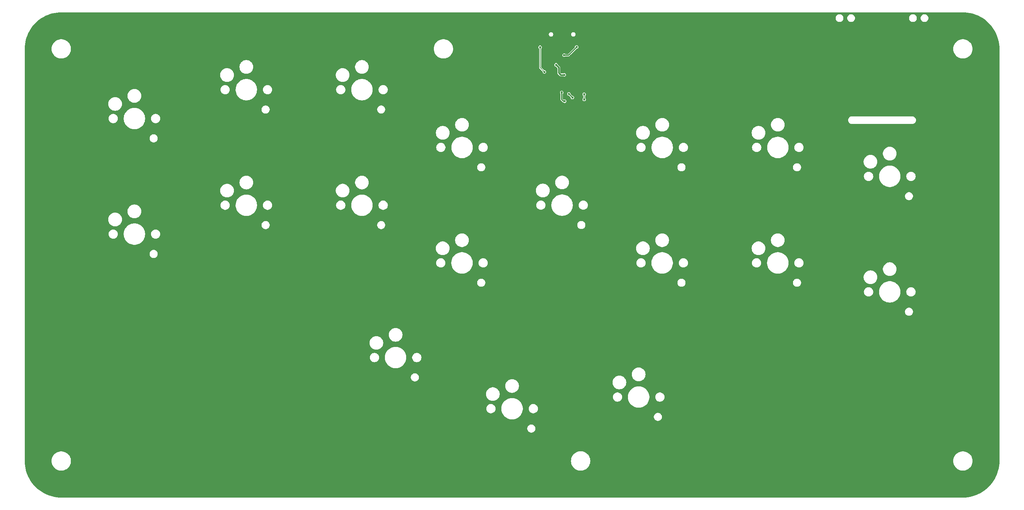
<source format=gbl>
G04 #@! TF.GenerationSoftware,KiCad,Pcbnew,8.0.1*
G04 #@! TF.CreationDate,2024-03-30T21:55:45-07:00*
G04 #@! TF.ProjectId,proj,70726f6a-2e6b-4696-9361-645f70636258,rev?*
G04 #@! TF.SameCoordinates,Original*
G04 #@! TF.FileFunction,Copper,L2,Bot*
G04 #@! TF.FilePolarity,Positive*
%FSLAX46Y46*%
G04 Gerber Fmt 4.6, Leading zero omitted, Abs format (unit mm)*
G04 Created by KiCad (PCBNEW 8.0.1) date 2024-03-30 21:55:45*
%MOMM*%
%LPD*%
G01*
G04 APERTURE LIST*
G04 #@! TA.AperFunction,ComponentPad*
%ADD10O,1.400000X2.500000*%
G04 #@! TD*
G04 #@! TA.AperFunction,ComponentPad*
%ADD11C,0.600000*%
G04 #@! TD*
G04 #@! TA.AperFunction,ComponentPad*
%ADD12O,1.000000X2.100000*%
G04 #@! TD*
G04 #@! TA.AperFunction,ComponentPad*
%ADD13O,1.000000X1.600000*%
G04 #@! TD*
G04 #@! TA.AperFunction,ViaPad*
%ADD14C,0.600000*%
G04 #@! TD*
G04 #@! TA.AperFunction,Conductor*
%ADD15C,0.300000*%
G04 #@! TD*
G04 #@! TA.AperFunction,Conductor*
%ADD16C,0.200000*%
G04 #@! TD*
G04 #@! TA.AperFunction,Conductor*
%ADD17C,0.400000*%
G04 #@! TD*
G04 #@! TA.AperFunction,Conductor*
%ADD18C,0.150000*%
G04 #@! TD*
G04 APERTURE END LIST*
D10*
X194803200Y-37130784D03*
X194803200Y-31128784D03*
X182001200Y-31179284D03*
X182001200Y-37130784D03*
D11*
X161024650Y-46474450D03*
X161024650Y-47749450D03*
X161024650Y-49024450D03*
X162299650Y-46474450D03*
X162299650Y-47749450D03*
X162299650Y-49024450D03*
X163574650Y-46474450D03*
X163574650Y-47749450D03*
X163574650Y-49024450D03*
D12*
X167313800Y-35218800D03*
D13*
X167313800Y-31038800D03*
D12*
X158673800Y-35218800D03*
D13*
X158673800Y-31038800D03*
D14*
X158394400Y-44475400D03*
X165658800Y-51104800D03*
X157276800Y-38049200D03*
X164744400Y-50190400D03*
X161429432Y-42634168D03*
X162886450Y-49799450D03*
X163550600Y-45237400D03*
X163641885Y-52074442D03*
X166065200Y-31030800D03*
X155422600Y-33096200D03*
X168071800Y-36931600D03*
X72520800Y-77136900D03*
X243255800Y-47269400D03*
X159236400Y-54609600D03*
X155829000Y-48750800D03*
X159795200Y-36812800D03*
X180445400Y-92122900D03*
X247777000Y-47269400D03*
X239525800Y-99666700D03*
X166196000Y-36812800D03*
X249504200Y-44754800D03*
X210468200Y-92122900D03*
X192485000Y-59966500D03*
X188391800Y-40381784D03*
X163503600Y-38209800D03*
X154486600Y-77111500D03*
X250520200Y-44754800D03*
X72520800Y-47139500D03*
X111302800Y-116687600D03*
X242671600Y-44754800D03*
X128502400Y-62125500D03*
X253288800Y-33680400D03*
X153949400Y-42595800D03*
X102543600Y-47139500D03*
X222482400Y-59941100D03*
X245770400Y-47269400D03*
X241122200Y-43205400D03*
X239209000Y-47261809D03*
X169291000Y-43840400D03*
X165288965Y-40320965D03*
X164646600Y-56880800D03*
X174349400Y-126946300D03*
X168808400Y-44856400D03*
X43484800Y-54635400D03*
X251514600Y-67434100D03*
X249832330Y-47245490D03*
X161901750Y-59017450D03*
X102543600Y-77187700D03*
X161014400Y-40309800D03*
X155778200Y-44932600D03*
X128502400Y-92122900D03*
X159236400Y-56880800D03*
X169443400Y-32994600D03*
X160911150Y-52565850D03*
X161493200Y-38989000D03*
X248666000Y-47193200D03*
X165989000Y-40335200D03*
X164646600Y-54609600D03*
X168757600Y-48920400D03*
X234238800Y-33655000D03*
X184912000Y-40614600D03*
X141481800Y-129968900D03*
X144729200Y-36626800D03*
X239039400Y-43205400D03*
X162001200Y-40309800D03*
X43484800Y-84629900D03*
X166754800Y-38006600D03*
X163491100Y-40114800D03*
X168732200Y-50280400D03*
X168732200Y-51638200D03*
D15*
X165658800Y-51104800D02*
X164744400Y-50190400D01*
D16*
X157276800Y-43357800D02*
X157276800Y-38049200D01*
X158394400Y-44475400D02*
X157276800Y-43357800D01*
D15*
X162886450Y-51645550D02*
X162886450Y-49799450D01*
X163315342Y-52074442D02*
X162886450Y-51645550D01*
D17*
X161429432Y-42634168D02*
X162102800Y-43307536D01*
D15*
X163641885Y-52074442D02*
X163315342Y-52074442D01*
D17*
X162102800Y-43307536D02*
X162102800Y-44704000D01*
X162636200Y-45237400D02*
X163550600Y-45237400D01*
X162102800Y-44704000D02*
X162636200Y-45237400D01*
D16*
X163503600Y-38209800D02*
X163489968Y-38196168D01*
X163517232Y-38196168D02*
X163503600Y-38209800D01*
D15*
X163491100Y-40114800D02*
X164646600Y-40114800D01*
X164646600Y-40114800D02*
X166754800Y-38006600D01*
D18*
X168732200Y-51638200D02*
X168732200Y-50280400D01*
G04 #@! TA.AperFunction,Conductor*
G36*
X267001177Y-28991737D02*
G01*
X267594153Y-29010371D01*
X267598766Y-29010661D01*
X268188313Y-29066389D01*
X268192886Y-29066967D01*
X268777745Y-29159600D01*
X268782279Y-29160465D01*
X269360162Y-29289637D01*
X269364662Y-29290792D01*
X269933300Y-29455997D01*
X269937674Y-29457419D01*
X270494813Y-29658001D01*
X270499125Y-29659708D01*
X270593785Y-29700671D01*
X271042566Y-29894876D01*
X271046772Y-29896856D01*
X271574354Y-30165673D01*
X271578396Y-30167894D01*
X271786550Y-30290996D01*
X272088086Y-30469324D01*
X272092011Y-30471815D01*
X272581747Y-30804639D01*
X272585508Y-30807372D01*
X273053368Y-31170281D01*
X273056950Y-31173244D01*
X273501106Y-31564821D01*
X273504495Y-31568003D01*
X273923196Y-31986704D01*
X273926378Y-31990093D01*
X274317955Y-32434249D01*
X274320918Y-32437831D01*
X274683827Y-32905691D01*
X274686560Y-32909452D01*
X275019384Y-33399188D01*
X275021875Y-33403113D01*
X275323296Y-33912787D01*
X275325535Y-33916861D01*
X275594343Y-34444427D01*
X275596323Y-34448633D01*
X275831489Y-34992069D01*
X275833200Y-34996391D01*
X276033772Y-35553501D01*
X276035209Y-35557923D01*
X276200406Y-36126535D01*
X276201562Y-36131037D01*
X276330731Y-36708904D01*
X276331602Y-36713471D01*
X276424229Y-37298294D01*
X276424812Y-37302906D01*
X276480537Y-37892420D01*
X276480828Y-37897060D01*
X276489632Y-38177194D01*
X276499109Y-38478774D01*
X276499463Y-38490022D01*
X276499500Y-38492346D01*
X276499500Y-145490053D01*
X276499463Y-145492377D01*
X276480828Y-146085339D01*
X276480537Y-146089979D01*
X276424812Y-146679493D01*
X276424229Y-146684105D01*
X276331602Y-147268928D01*
X276330731Y-147273495D01*
X276201562Y-147851362D01*
X276200406Y-147855864D01*
X276035209Y-148424476D01*
X276033772Y-148428898D01*
X275833200Y-148986008D01*
X275831489Y-148990330D01*
X275596323Y-149533766D01*
X275594343Y-149537972D01*
X275325535Y-150065538D01*
X275323296Y-150069612D01*
X275021875Y-150579286D01*
X275019384Y-150583211D01*
X274686560Y-151072947D01*
X274683827Y-151076708D01*
X274320918Y-151544568D01*
X274317955Y-151548150D01*
X273926378Y-151992306D01*
X273923196Y-151995695D01*
X273504495Y-152414396D01*
X273501106Y-152417578D01*
X273056950Y-152809155D01*
X273053368Y-152812118D01*
X272585508Y-153175027D01*
X272581747Y-153177760D01*
X272092011Y-153510584D01*
X272088086Y-153513075D01*
X271578412Y-153814496D01*
X271574338Y-153816735D01*
X271046772Y-154085543D01*
X271042566Y-154087523D01*
X270499130Y-154322689D01*
X270494808Y-154324400D01*
X269937698Y-154524972D01*
X269933276Y-154526409D01*
X269364664Y-154691606D01*
X269360162Y-154692762D01*
X268782295Y-154821931D01*
X268777728Y-154822802D01*
X268192905Y-154915429D01*
X268188293Y-154916012D01*
X267598779Y-154971737D01*
X267594139Y-154972028D01*
X267001177Y-154990663D01*
X266998853Y-154990700D01*
X33001147Y-154990700D01*
X32998823Y-154990663D01*
X32405860Y-154972028D01*
X32401220Y-154971737D01*
X31811706Y-154916012D01*
X31807094Y-154915429D01*
X31222271Y-154822802D01*
X31217704Y-154821931D01*
X30639837Y-154692762D01*
X30635335Y-154691606D01*
X30066723Y-154526409D01*
X30062301Y-154524972D01*
X29505191Y-154324400D01*
X29500869Y-154322689D01*
X28957433Y-154087523D01*
X28953227Y-154085543D01*
X28425661Y-153816735D01*
X28421587Y-153814496D01*
X27911913Y-153513075D01*
X27907988Y-153510584D01*
X27418252Y-153177760D01*
X27414491Y-153175027D01*
X26946631Y-152812118D01*
X26943049Y-152809155D01*
X26498893Y-152417578D01*
X26495504Y-152414396D01*
X26076803Y-151995695D01*
X26073621Y-151992306D01*
X25682044Y-151548150D01*
X25679081Y-151544568D01*
X25316172Y-151076708D01*
X25313439Y-151072947D01*
X24980615Y-150583211D01*
X24978124Y-150579286D01*
X24688807Y-150090078D01*
X24676694Y-150069596D01*
X24674473Y-150065554D01*
X24405656Y-149537972D01*
X24403676Y-149533766D01*
X24168510Y-148990330D01*
X24166799Y-148986008D01*
X24142335Y-148918056D01*
X23966219Y-148428874D01*
X23964797Y-148424500D01*
X23799592Y-147855862D01*
X23798437Y-147851362D01*
X23777612Y-147758196D01*
X23669265Y-147273479D01*
X23668400Y-147268945D01*
X23575767Y-146684086D01*
X23575189Y-146679513D01*
X23519461Y-146089966D01*
X23519171Y-146085339D01*
X23510368Y-145805228D01*
X23500537Y-145492377D01*
X23500518Y-145491200D01*
X30494556Y-145491200D01*
X30514311Y-145805205D01*
X30514314Y-145805228D01*
X30573268Y-146114276D01*
X30573272Y-146114292D01*
X30670492Y-146413504D01*
X30670494Y-146413508D01*
X30804463Y-146698208D01*
X30973052Y-146963862D01*
X31173606Y-147206290D01*
X31173609Y-147206292D01*
X31173610Y-147206294D01*
X31402970Y-147421678D01*
X31573292Y-147545424D01*
X31643476Y-147596416D01*
X31657516Y-147606616D01*
X31933234Y-147758194D01*
X32016817Y-147791286D01*
X32225760Y-147874014D01*
X32225772Y-147874017D01*
X32225775Y-147874019D01*
X32225778Y-147874019D01*
X32225782Y-147874021D01*
X32291085Y-147890787D01*
X32530527Y-147952266D01*
X32842682Y-147991700D01*
X32842683Y-147991700D01*
X33157317Y-147991700D01*
X33157318Y-147991700D01*
X33469473Y-147952266D01*
X33774225Y-147874019D01*
X33774232Y-147874016D01*
X33774239Y-147874014D01*
X33895073Y-147826171D01*
X34066766Y-147758194D01*
X34342484Y-147606616D01*
X34597030Y-147421678D01*
X34826390Y-147206294D01*
X35026947Y-146963863D01*
X35195537Y-146698207D01*
X35329503Y-146413515D01*
X35329927Y-146412212D01*
X35426727Y-146114292D01*
X35426727Y-146114289D01*
X35426731Y-146114279D01*
X35485688Y-145805215D01*
X35505444Y-145491200D01*
X35504802Y-145481000D01*
X165290556Y-145481000D01*
X165310311Y-145795005D01*
X165310314Y-145795028D01*
X165369268Y-146104076D01*
X165369272Y-146104092D01*
X165466492Y-146403304D01*
X165466494Y-146403308D01*
X165466496Y-146403312D01*
X165466497Y-146403315D01*
X165471297Y-146413515D01*
X165600463Y-146688008D01*
X165769052Y-146953662D01*
X165969606Y-147196090D01*
X165969609Y-147196092D01*
X165969610Y-147196094D01*
X166198970Y-147411478D01*
X166453516Y-147596416D01*
X166729234Y-147747994D01*
X166812817Y-147781086D01*
X167021760Y-147863814D01*
X167021772Y-147863817D01*
X167021775Y-147863819D01*
X167021778Y-147863819D01*
X167021782Y-147863821D01*
X167061482Y-147874014D01*
X167326527Y-147942066D01*
X167638682Y-147981500D01*
X167638683Y-147981500D01*
X167953317Y-147981500D01*
X167953318Y-147981500D01*
X168265473Y-147942066D01*
X168570225Y-147863819D01*
X168570232Y-147863816D01*
X168570239Y-147863814D01*
X168691073Y-147815971D01*
X168862766Y-147747994D01*
X169138484Y-147596416D01*
X169393030Y-147411478D01*
X169622390Y-147196094D01*
X169822947Y-146953663D01*
X169991537Y-146688007D01*
X170125503Y-146403315D01*
X170125927Y-146402012D01*
X170222727Y-146104092D01*
X170222727Y-146104089D01*
X170222731Y-146104079D01*
X170281688Y-145795015D01*
X170300802Y-145491200D01*
X264494556Y-145491200D01*
X264514311Y-145805205D01*
X264514314Y-145805228D01*
X264573268Y-146114276D01*
X264573272Y-146114292D01*
X264670492Y-146413504D01*
X264670494Y-146413508D01*
X264804463Y-146698208D01*
X264973052Y-146963862D01*
X265173606Y-147206290D01*
X265173609Y-147206292D01*
X265173610Y-147206294D01*
X265402970Y-147421678D01*
X265573292Y-147545424D01*
X265643476Y-147596416D01*
X265657516Y-147606616D01*
X265933234Y-147758194D01*
X266016817Y-147791286D01*
X266225760Y-147874014D01*
X266225772Y-147874017D01*
X266225775Y-147874019D01*
X266225778Y-147874019D01*
X266225782Y-147874021D01*
X266291085Y-147890787D01*
X266530527Y-147952266D01*
X266842682Y-147991700D01*
X266842683Y-147991700D01*
X267157317Y-147991700D01*
X267157318Y-147991700D01*
X267469473Y-147952266D01*
X267774225Y-147874019D01*
X267774232Y-147874016D01*
X267774239Y-147874014D01*
X267895073Y-147826171D01*
X268066766Y-147758194D01*
X268342484Y-147606616D01*
X268597030Y-147421678D01*
X268826390Y-147206294D01*
X269026947Y-146963863D01*
X269195537Y-146698207D01*
X269329503Y-146413515D01*
X269329927Y-146412212D01*
X269426727Y-146114292D01*
X269426727Y-146114289D01*
X269426731Y-146114279D01*
X269485688Y-145805215D01*
X269505444Y-145491200D01*
X269485688Y-145177185D01*
X269426731Y-144868121D01*
X269426728Y-144868114D01*
X269426727Y-144868107D01*
X269329507Y-144568895D01*
X269329505Y-144568891D01*
X269329504Y-144568890D01*
X269329503Y-144568885D01*
X269195537Y-144284193D01*
X269026947Y-144018537D01*
X269000545Y-143986622D01*
X268826393Y-143776109D01*
X268815528Y-143765906D01*
X268597030Y-143560722D01*
X268490812Y-143483550D01*
X268342489Y-143375787D01*
X268323935Y-143365587D01*
X268066766Y-143224206D01*
X268066759Y-143224203D01*
X267774239Y-143108385D01*
X267774217Y-143108378D01*
X267469473Y-143030134D01*
X267469462Y-143030132D01*
X267157325Y-142990700D01*
X267157318Y-142990700D01*
X266842682Y-142990700D01*
X266842674Y-142990700D01*
X266530537Y-143030132D01*
X266530526Y-143030134D01*
X266225782Y-143108378D01*
X266225760Y-143108385D01*
X265933240Y-143224203D01*
X265933233Y-143224206D01*
X265657510Y-143375787D01*
X265402971Y-143560721D01*
X265173606Y-143776109D01*
X264973052Y-144018537D01*
X264804463Y-144284191D01*
X264670494Y-144568891D01*
X264670492Y-144568895D01*
X264573272Y-144868107D01*
X264573268Y-144868123D01*
X264514314Y-145177171D01*
X264514311Y-145177194D01*
X264494556Y-145491199D01*
X264494556Y-145491200D01*
X170300802Y-145491200D01*
X170301444Y-145481000D01*
X170281688Y-145166985D01*
X170222731Y-144857921D01*
X170222728Y-144857914D01*
X170222727Y-144857907D01*
X170125507Y-144558695D01*
X170125505Y-144558691D01*
X170125504Y-144558690D01*
X170125503Y-144558685D01*
X169991537Y-144273993D01*
X169822947Y-144008337D01*
X169630831Y-143776109D01*
X169622393Y-143765909D01*
X169622390Y-143765906D01*
X169393030Y-143550522D01*
X169286812Y-143473350D01*
X169138489Y-143365587D01*
X168862766Y-143214006D01*
X168862759Y-143214003D01*
X168570239Y-143098185D01*
X168570217Y-143098178D01*
X168265473Y-143019934D01*
X168265462Y-143019932D01*
X167953325Y-142980500D01*
X167953318Y-142980500D01*
X167638682Y-142980500D01*
X167638674Y-142980500D01*
X167326537Y-143019932D01*
X167326526Y-143019934D01*
X167021782Y-143098178D01*
X167021760Y-143098185D01*
X166729240Y-143214003D01*
X166729233Y-143214006D01*
X166453510Y-143365587D01*
X166198971Y-143550521D01*
X165969606Y-143765909D01*
X165769052Y-144008337D01*
X165600463Y-144273991D01*
X165466494Y-144558691D01*
X165466492Y-144558695D01*
X165369272Y-144857907D01*
X165369268Y-144857923D01*
X165310314Y-145166971D01*
X165310311Y-145166994D01*
X165290556Y-145480999D01*
X165290556Y-145481000D01*
X35504802Y-145481000D01*
X35485688Y-145177185D01*
X35426731Y-144868121D01*
X35426728Y-144868114D01*
X35426727Y-144868107D01*
X35329507Y-144568895D01*
X35329505Y-144568891D01*
X35329504Y-144568890D01*
X35329503Y-144568885D01*
X35195537Y-144284193D01*
X35026947Y-144018537D01*
X35000545Y-143986622D01*
X34826393Y-143776109D01*
X34815528Y-143765906D01*
X34597030Y-143560722D01*
X34490812Y-143483550D01*
X34342489Y-143375787D01*
X34323935Y-143365587D01*
X34066766Y-143224206D01*
X34066759Y-143224203D01*
X33774239Y-143108385D01*
X33774217Y-143108378D01*
X33469473Y-143030134D01*
X33469462Y-143030132D01*
X33157325Y-142990700D01*
X33157318Y-142990700D01*
X32842682Y-142990700D01*
X32842674Y-142990700D01*
X32530537Y-143030132D01*
X32530526Y-143030134D01*
X32225782Y-143108378D01*
X32225760Y-143108385D01*
X31933240Y-143224203D01*
X31933233Y-143224206D01*
X31657510Y-143375787D01*
X31402971Y-143560721D01*
X31173606Y-143776109D01*
X30973052Y-144018537D01*
X30804463Y-144284191D01*
X30670494Y-144568891D01*
X30670492Y-144568895D01*
X30573272Y-144868107D01*
X30573268Y-144868123D01*
X30514314Y-145177171D01*
X30514311Y-145177194D01*
X30494556Y-145491199D01*
X30494556Y-145491200D01*
X23500518Y-145491200D01*
X23500500Y-145490053D01*
X23500500Y-137169364D01*
X153949500Y-137169364D01*
X153989868Y-137372313D01*
X153989870Y-137372320D01*
X154069059Y-137563498D01*
X154184023Y-137735555D01*
X154330345Y-137881877D01*
X154502402Y-137996841D01*
X154693580Y-138076030D01*
X154896535Y-138116400D01*
X154896536Y-138116400D01*
X155103464Y-138116400D01*
X155103465Y-138116400D01*
X155306420Y-138076030D01*
X155497598Y-137996841D01*
X155669655Y-137881877D01*
X155815977Y-137735555D01*
X155930941Y-137563498D01*
X156010130Y-137372320D01*
X156050500Y-137169365D01*
X156050500Y-136962435D01*
X156010130Y-136759480D01*
X155930941Y-136568302D01*
X155815977Y-136396245D01*
X155669655Y-136249923D01*
X155497598Y-136134959D01*
X155306420Y-136055770D01*
X155306413Y-136055768D01*
X155153516Y-136025355D01*
X155103465Y-136015400D01*
X154896535Y-136015400D01*
X154856385Y-136023386D01*
X154693586Y-136055768D01*
X154693579Y-136055770D01*
X154502401Y-136134959D01*
X154330345Y-136249922D01*
X154330344Y-136249924D01*
X154184024Y-136396244D01*
X154184022Y-136396245D01*
X154069059Y-136568301D01*
X153989870Y-136759479D01*
X153989868Y-136759486D01*
X153949500Y-136962435D01*
X153949500Y-137169364D01*
X23500500Y-137169364D01*
X23500500Y-132010381D01*
X143299500Y-132010381D01*
X143329059Y-132197015D01*
X143329062Y-132197028D01*
X143387449Y-132376724D01*
X143473239Y-132545098D01*
X143575229Y-132685475D01*
X143584310Y-132697973D01*
X143717927Y-132831590D01*
X143870801Y-132942660D01*
X144039168Y-133028447D01*
X144039171Y-133028447D01*
X144039175Y-133028450D01*
X144218871Y-133086837D01*
X144218877Y-133086838D01*
X144218882Y-133086840D01*
X144343306Y-133106546D01*
X144405518Y-133116400D01*
X144405519Y-133116400D01*
X144594482Y-133116400D01*
X144641140Y-133109010D01*
X144781118Y-133086840D01*
X144781125Y-133086837D01*
X144781128Y-133086837D01*
X144960824Y-133028450D01*
X144960826Y-133028448D01*
X144960832Y-133028447D01*
X145129199Y-132942660D01*
X145282073Y-132831590D01*
X145415690Y-132697973D01*
X145526760Y-132545099D01*
X145612547Y-132376732D01*
X145670940Y-132197018D01*
X145690777Y-132071769D01*
X147224500Y-132071769D01*
X147238614Y-132197028D01*
X147259404Y-132381549D01*
X147259404Y-132381550D01*
X147328769Y-132685459D01*
X147328774Y-132685475D01*
X147431731Y-132979710D01*
X147566987Y-133260572D01*
X147566989Y-133260576D01*
X147566990Y-133260577D01*
X147732844Y-133524533D01*
X147927209Y-133768259D01*
X148147641Y-133988691D01*
X148391367Y-134183056D01*
X148655323Y-134348910D01*
X148936189Y-134484168D01*
X149230432Y-134587128D01*
X149230437Y-134587129D01*
X149230440Y-134587130D01*
X149534349Y-134656495D01*
X149534350Y-134656495D01*
X149534354Y-134656496D01*
X149844131Y-134691400D01*
X149844135Y-134691400D01*
X150155865Y-134691400D01*
X150155869Y-134691400D01*
X150465646Y-134656496D01*
X150769568Y-134587128D01*
X151063811Y-134484168D01*
X151344677Y-134348910D01*
X151608633Y-134183056D01*
X151649627Y-134150364D01*
X186799900Y-134150364D01*
X186840268Y-134353313D01*
X186840270Y-134353320D01*
X186919459Y-134544498D01*
X187034423Y-134716555D01*
X187180745Y-134862877D01*
X187352802Y-134977841D01*
X187543980Y-135057030D01*
X187746935Y-135097400D01*
X187746936Y-135097400D01*
X187953864Y-135097400D01*
X187953865Y-135097400D01*
X188156820Y-135057030D01*
X188347998Y-134977841D01*
X188520055Y-134862877D01*
X188666377Y-134716555D01*
X188781341Y-134544498D01*
X188860530Y-134353320D01*
X188900900Y-134150365D01*
X188900900Y-133943435D01*
X188860530Y-133740480D01*
X188781341Y-133549302D01*
X188666377Y-133377245D01*
X188520055Y-133230923D01*
X188347998Y-133115959D01*
X188156820Y-133036770D01*
X188156813Y-133036768D01*
X188003916Y-133006355D01*
X187953865Y-132996400D01*
X187746935Y-132996400D01*
X187706785Y-133004386D01*
X187543986Y-133036768D01*
X187543979Y-133036770D01*
X187352801Y-133115959D01*
X187180745Y-133230922D01*
X187180744Y-133230924D01*
X187034424Y-133377244D01*
X187034422Y-133377245D01*
X186919459Y-133549301D01*
X186840270Y-133740479D01*
X186840268Y-133740486D01*
X186799900Y-133943435D01*
X186799900Y-134150364D01*
X151649627Y-134150364D01*
X151852359Y-133988691D01*
X152072791Y-133768259D01*
X152267156Y-133524533D01*
X152433010Y-133260577D01*
X152568268Y-132979711D01*
X152671228Y-132685468D01*
X152740596Y-132381546D01*
X152775500Y-132071769D01*
X152775500Y-132010381D01*
X154299500Y-132010381D01*
X154329059Y-132197015D01*
X154329062Y-132197028D01*
X154387449Y-132376724D01*
X154473239Y-132545098D01*
X154575229Y-132685475D01*
X154584310Y-132697973D01*
X154717927Y-132831590D01*
X154870801Y-132942660D01*
X155039168Y-133028447D01*
X155039171Y-133028447D01*
X155039175Y-133028450D01*
X155218871Y-133086837D01*
X155218877Y-133086838D01*
X155218882Y-133086840D01*
X155343306Y-133106546D01*
X155405518Y-133116400D01*
X155405519Y-133116400D01*
X155594482Y-133116400D01*
X155641140Y-133109010D01*
X155781118Y-133086840D01*
X155781125Y-133086837D01*
X155781128Y-133086837D01*
X155960824Y-133028450D01*
X155960826Y-133028448D01*
X155960832Y-133028447D01*
X156129199Y-132942660D01*
X156282073Y-132831590D01*
X156415690Y-132697973D01*
X156526760Y-132545099D01*
X156612547Y-132376732D01*
X156670940Y-132197018D01*
X156700500Y-132010381D01*
X156700500Y-131821419D01*
X156670940Y-131634782D01*
X156670938Y-131634777D01*
X156670937Y-131634771D01*
X156612550Y-131455075D01*
X156612547Y-131455071D01*
X156612547Y-131455068D01*
X156526760Y-131286701D01*
X156424781Y-131146340D01*
X156415693Y-131133831D01*
X156415692Y-131133830D01*
X156415690Y-131133827D01*
X156282073Y-131000210D01*
X156282070Y-131000207D01*
X156282068Y-131000206D01*
X156129198Y-130889139D01*
X155960824Y-130803349D01*
X155781128Y-130744962D01*
X155781115Y-130744959D01*
X155594482Y-130715400D01*
X155594481Y-130715400D01*
X155405519Y-130715400D01*
X155405518Y-130715400D01*
X155218884Y-130744959D01*
X155218871Y-130744962D01*
X155039175Y-130803349D01*
X154870801Y-130889139D01*
X154717931Y-131000206D01*
X154584306Y-131133831D01*
X154473239Y-131286701D01*
X154387449Y-131455075D01*
X154329062Y-131634771D01*
X154329059Y-131634784D01*
X154299500Y-131821418D01*
X154299500Y-132010381D01*
X152775500Y-132010381D01*
X152775500Y-131760031D01*
X152740596Y-131450254D01*
X152713129Y-131329912D01*
X152671230Y-131146340D01*
X152671225Y-131146324D01*
X152666850Y-131133822D01*
X152568268Y-130852089D01*
X152433010Y-130571223D01*
X152267156Y-130307267D01*
X152072791Y-130063541D01*
X151852359Y-129843109D01*
X151814089Y-129812590D01*
X151608633Y-129648744D01*
X151344672Y-129482887D01*
X151063810Y-129347631D01*
X150769575Y-129244674D01*
X150769559Y-129244669D01*
X150465650Y-129175304D01*
X150310757Y-129157852D01*
X150155869Y-129140400D01*
X149844131Y-129140400D01*
X149689242Y-129157852D01*
X149534350Y-129175304D01*
X149534349Y-129175304D01*
X149230440Y-129244669D01*
X149230424Y-129244674D01*
X148936189Y-129347631D01*
X148655327Y-129482887D01*
X148391366Y-129648744D01*
X148147641Y-129843108D01*
X147927208Y-130063541D01*
X147732844Y-130307266D01*
X147566987Y-130571227D01*
X147431731Y-130852089D01*
X147328774Y-131146324D01*
X147328769Y-131146340D01*
X147259404Y-131450249D01*
X147259404Y-131450250D01*
X147246122Y-131568130D01*
X147224500Y-131760031D01*
X147224500Y-132071769D01*
X145690777Y-132071769D01*
X145700500Y-132010381D01*
X145700500Y-131821419D01*
X145670940Y-131634782D01*
X145670938Y-131634777D01*
X145670937Y-131634771D01*
X145612550Y-131455075D01*
X145612547Y-131455071D01*
X145612547Y-131455068D01*
X145526760Y-131286701D01*
X145424781Y-131146340D01*
X145415693Y-131133831D01*
X145415692Y-131133830D01*
X145415690Y-131133827D01*
X145282073Y-131000210D01*
X145282070Y-131000207D01*
X145282068Y-131000206D01*
X145129198Y-130889139D01*
X144960824Y-130803349D01*
X144781128Y-130744962D01*
X144781115Y-130744959D01*
X144594482Y-130715400D01*
X144594481Y-130715400D01*
X144405519Y-130715400D01*
X144405518Y-130715400D01*
X144218884Y-130744959D01*
X144218871Y-130744962D01*
X144039175Y-130803349D01*
X143870801Y-130889139D01*
X143717931Y-131000206D01*
X143584306Y-131133831D01*
X143473239Y-131286701D01*
X143387449Y-131455075D01*
X143329062Y-131634771D01*
X143329059Y-131634784D01*
X143299500Y-131821418D01*
X143299500Y-132010381D01*
X23500500Y-132010381D01*
X23500500Y-128232270D01*
X143224500Y-128232270D01*
X143254877Y-128463019D01*
X143315115Y-128687832D01*
X143315119Y-128687843D01*
X143404181Y-128902860D01*
X143404184Y-128902868D01*
X143520555Y-129104428D01*
X143520559Y-129104434D01*
X143662244Y-129289081D01*
X143826818Y-129453655D01*
X144011465Y-129595340D01*
X144011471Y-129595344D01*
X144134661Y-129666468D01*
X144213031Y-129711715D01*
X144428060Y-129800782D01*
X144652874Y-129861021D01*
X144652880Y-129861021D01*
X144652881Y-129861022D01*
X144652880Y-129861022D01*
X144755287Y-129874503D01*
X144883628Y-129891400D01*
X144883630Y-129891400D01*
X145116370Y-129891400D01*
X145116372Y-129891400D01*
X145294153Y-129867994D01*
X145347119Y-129861022D01*
X145347119Y-129861021D01*
X145347126Y-129861021D01*
X145571940Y-129800782D01*
X145786969Y-129711715D01*
X145988532Y-129595342D01*
X146173181Y-129453656D01*
X146337756Y-129289081D01*
X146479442Y-129104432D01*
X146544712Y-128991381D01*
X176149900Y-128991381D01*
X176179459Y-129178015D01*
X176179462Y-129178028D01*
X176237849Y-129357724D01*
X176323639Y-129526098D01*
X176425629Y-129666475D01*
X176434710Y-129678973D01*
X176568327Y-129812590D01*
X176721201Y-129923660D01*
X176889568Y-130009447D01*
X176889571Y-130009447D01*
X176889575Y-130009450D01*
X177069271Y-130067837D01*
X177069277Y-130067838D01*
X177069282Y-130067840D01*
X177193706Y-130087546D01*
X177255918Y-130097400D01*
X177255919Y-130097400D01*
X177444882Y-130097400D01*
X177491540Y-130090010D01*
X177631518Y-130067840D01*
X177631525Y-130067837D01*
X177631528Y-130067837D01*
X177811224Y-130009450D01*
X177811226Y-130009448D01*
X177811232Y-130009447D01*
X177979599Y-129923660D01*
X178132473Y-129812590D01*
X178266090Y-129678973D01*
X178377160Y-129526099D01*
X178462947Y-129357732D01*
X178485254Y-129289081D01*
X178521337Y-129178028D01*
X178521337Y-129178025D01*
X178521340Y-129178018D01*
X178541177Y-129052769D01*
X180074900Y-129052769D01*
X180089014Y-129178028D01*
X180109804Y-129362549D01*
X180109804Y-129362550D01*
X180179169Y-129666459D01*
X180179174Y-129666475D01*
X180282131Y-129960710D01*
X180417387Y-130241572D01*
X180583244Y-130505533D01*
X180774180Y-130744960D01*
X180777609Y-130749259D01*
X180998041Y-130969691D01*
X181241767Y-131164056D01*
X181505723Y-131329910D01*
X181786589Y-131465168D01*
X182080832Y-131568128D01*
X182080837Y-131568129D01*
X182080840Y-131568130D01*
X182384749Y-131637495D01*
X182384750Y-131637495D01*
X182384754Y-131637496D01*
X182694531Y-131672400D01*
X182694535Y-131672400D01*
X183006265Y-131672400D01*
X183006269Y-131672400D01*
X183316046Y-131637496D01*
X183619968Y-131568128D01*
X183914211Y-131465168D01*
X184195077Y-131329910D01*
X184459033Y-131164056D01*
X184702759Y-130969691D01*
X184923191Y-130749259D01*
X185117556Y-130505533D01*
X185283410Y-130241577D01*
X185418668Y-129960711D01*
X185521628Y-129666468D01*
X185590996Y-129362546D01*
X185625900Y-129052769D01*
X185625900Y-128991381D01*
X187149900Y-128991381D01*
X187179459Y-129178015D01*
X187179462Y-129178028D01*
X187237849Y-129357724D01*
X187323639Y-129526098D01*
X187425629Y-129666475D01*
X187434710Y-129678973D01*
X187568327Y-129812590D01*
X187721201Y-129923660D01*
X187889568Y-130009447D01*
X187889571Y-130009447D01*
X187889575Y-130009450D01*
X188069271Y-130067837D01*
X188069277Y-130067838D01*
X188069282Y-130067840D01*
X188193706Y-130087546D01*
X188255918Y-130097400D01*
X188255919Y-130097400D01*
X188444882Y-130097400D01*
X188491540Y-130090010D01*
X188631518Y-130067840D01*
X188631525Y-130067837D01*
X188631528Y-130067837D01*
X188811224Y-130009450D01*
X188811226Y-130009448D01*
X188811232Y-130009447D01*
X188979599Y-129923660D01*
X189132473Y-129812590D01*
X189266090Y-129678973D01*
X189377160Y-129526099D01*
X189462947Y-129357732D01*
X189485254Y-129289081D01*
X189521337Y-129178028D01*
X189521337Y-129178025D01*
X189521340Y-129178018D01*
X189550900Y-128991381D01*
X189550900Y-128802419D01*
X189521340Y-128615782D01*
X189521338Y-128615777D01*
X189521337Y-128615771D01*
X189462950Y-128436075D01*
X189462947Y-128436071D01*
X189462947Y-128436068D01*
X189377160Y-128267701D01*
X189275181Y-128127340D01*
X189266093Y-128114831D01*
X189266092Y-128114830D01*
X189266090Y-128114827D01*
X189132473Y-127981210D01*
X189132470Y-127981207D01*
X189132468Y-127981206D01*
X188979598Y-127870139D01*
X188811224Y-127784349D01*
X188631528Y-127725962D01*
X188631515Y-127725959D01*
X188444882Y-127696400D01*
X188444881Y-127696400D01*
X188255919Y-127696400D01*
X188255918Y-127696400D01*
X188069284Y-127725959D01*
X188069271Y-127725962D01*
X187889575Y-127784349D01*
X187721201Y-127870139D01*
X187568331Y-127981206D01*
X187434706Y-128114831D01*
X187323639Y-128267701D01*
X187237849Y-128436075D01*
X187179462Y-128615771D01*
X187179459Y-128615784D01*
X187149900Y-128802418D01*
X187149900Y-128991381D01*
X185625900Y-128991381D01*
X185625900Y-128741031D01*
X185590996Y-128431254D01*
X185545580Y-128232272D01*
X185521630Y-128127340D01*
X185521625Y-128127324D01*
X185517250Y-128114822D01*
X185418668Y-127833089D01*
X185283410Y-127552223D01*
X185117556Y-127288267D01*
X184923191Y-127044541D01*
X184702759Y-126824109D01*
X184459033Y-126629744D01*
X184195077Y-126463890D01*
X184195076Y-126463889D01*
X184195072Y-126463887D01*
X183914210Y-126328631D01*
X183619975Y-126225674D01*
X183619959Y-126225669D01*
X183316050Y-126156304D01*
X183161157Y-126138852D01*
X183006269Y-126121400D01*
X182694531Y-126121400D01*
X182539642Y-126138852D01*
X182384750Y-126156304D01*
X182384749Y-126156304D01*
X182080840Y-126225669D01*
X182080824Y-126225674D01*
X181786589Y-126328631D01*
X181505727Y-126463887D01*
X181241766Y-126629744D01*
X180998041Y-126824108D01*
X180777608Y-127044541D01*
X180583244Y-127288266D01*
X180417387Y-127552227D01*
X180282131Y-127833089D01*
X180179174Y-128127324D01*
X180179169Y-128127340D01*
X180109804Y-128431249D01*
X180109804Y-128431250D01*
X180106225Y-128463019D01*
X180074900Y-128741031D01*
X180074900Y-129052769D01*
X178541177Y-129052769D01*
X178550900Y-128991381D01*
X178550900Y-128802419D01*
X178521340Y-128615782D01*
X178521338Y-128615777D01*
X178521337Y-128615771D01*
X178462950Y-128436075D01*
X178462947Y-128436071D01*
X178462947Y-128436068D01*
X178377160Y-128267701D01*
X178275181Y-128127340D01*
X178266093Y-128114831D01*
X178266092Y-128114830D01*
X178266090Y-128114827D01*
X178132473Y-127981210D01*
X178132470Y-127981207D01*
X178132468Y-127981206D01*
X177979598Y-127870139D01*
X177811224Y-127784349D01*
X177631528Y-127725962D01*
X177631515Y-127725959D01*
X177444882Y-127696400D01*
X177444881Y-127696400D01*
X177255919Y-127696400D01*
X177255918Y-127696400D01*
X177069284Y-127725959D01*
X177069271Y-127725962D01*
X176889575Y-127784349D01*
X176721201Y-127870139D01*
X176568331Y-127981206D01*
X176434706Y-128114831D01*
X176323639Y-128267701D01*
X176237849Y-128436075D01*
X176179462Y-128615771D01*
X176179459Y-128615784D01*
X176149900Y-128802418D01*
X176149900Y-128991381D01*
X146544712Y-128991381D01*
X146595815Y-128902869D01*
X146684882Y-128687840D01*
X146745121Y-128463026D01*
X146749305Y-128431249D01*
X146775500Y-128232270D01*
X146775500Y-127999529D01*
X146745122Y-127768780D01*
X146745121Y-127768778D01*
X146745121Y-127768774D01*
X146684882Y-127543960D01*
X146595815Y-127328931D01*
X146479442Y-127127368D01*
X146337756Y-126942719D01*
X146173181Y-126778144D01*
X146061848Y-126692715D01*
X145988534Y-126636459D01*
X145988528Y-126636455D01*
X145786968Y-126520084D01*
X145786960Y-126520081D01*
X145571943Y-126431019D01*
X145571932Y-126431015D01*
X145379402Y-126379427D01*
X145347126Y-126370779D01*
X145347124Y-126370778D01*
X145347118Y-126370777D01*
X145347119Y-126370777D01*
X145161651Y-126346361D01*
X145116372Y-126340400D01*
X144883628Y-126340400D01*
X144842394Y-126345828D01*
X144652880Y-126370777D01*
X144428067Y-126431015D01*
X144428056Y-126431019D01*
X144213039Y-126520081D01*
X144213031Y-126520084D01*
X144011471Y-126636455D01*
X144011465Y-126636459D01*
X143826818Y-126778144D01*
X143662244Y-126942718D01*
X143520559Y-127127365D01*
X143520555Y-127127371D01*
X143404184Y-127328931D01*
X143404181Y-127328939D01*
X143315119Y-127543956D01*
X143315115Y-127543967D01*
X143254877Y-127768780D01*
X143224500Y-127999529D01*
X143224500Y-128232270D01*
X23500500Y-128232270D01*
X23500500Y-126132270D01*
X148224500Y-126132270D01*
X148254877Y-126363019D01*
X148315115Y-126587832D01*
X148315119Y-126587843D01*
X148404181Y-126802860D01*
X148404184Y-126802868D01*
X148520555Y-127004428D01*
X148520559Y-127004434D01*
X148662244Y-127189081D01*
X148826818Y-127353655D01*
X149011465Y-127495340D01*
X149011471Y-127495344D01*
X149109988Y-127552223D01*
X149213031Y-127611715D01*
X149428060Y-127700782D01*
X149652874Y-127761021D01*
X149652880Y-127761021D01*
X149652881Y-127761022D01*
X149652880Y-127761022D01*
X149755287Y-127774503D01*
X149883628Y-127791400D01*
X149883630Y-127791400D01*
X150116370Y-127791400D01*
X150116372Y-127791400D01*
X150294153Y-127767994D01*
X150347119Y-127761022D01*
X150347119Y-127761021D01*
X150347126Y-127761021D01*
X150571940Y-127700782D01*
X150786969Y-127611715D01*
X150988532Y-127495342D01*
X151173181Y-127353656D01*
X151337756Y-127189081D01*
X151479442Y-127004432D01*
X151595815Y-126802869D01*
X151684882Y-126587840D01*
X151745121Y-126363026D01*
X151775500Y-126132272D01*
X151775500Y-125899528D01*
X151745121Y-125668774D01*
X151684882Y-125443960D01*
X151595815Y-125228931D01*
X151586773Y-125213270D01*
X176074900Y-125213270D01*
X176105277Y-125444019D01*
X176165515Y-125668832D01*
X176165519Y-125668843D01*
X176254581Y-125883860D01*
X176254584Y-125883868D01*
X176370955Y-126085428D01*
X176370959Y-126085434D01*
X176512644Y-126270081D01*
X176677218Y-126434655D01*
X176861865Y-126576340D01*
X176861871Y-126576344D01*
X176965986Y-126636455D01*
X177063431Y-126692715D01*
X177278460Y-126781782D01*
X177503274Y-126842021D01*
X177503280Y-126842021D01*
X177503281Y-126842022D01*
X177503280Y-126842022D01*
X177605687Y-126855503D01*
X177734028Y-126872400D01*
X177734030Y-126872400D01*
X177966770Y-126872400D01*
X177966772Y-126872400D01*
X178144553Y-126848994D01*
X178197519Y-126842022D01*
X178197519Y-126842021D01*
X178197526Y-126842021D01*
X178422340Y-126781782D01*
X178637369Y-126692715D01*
X178838932Y-126576342D01*
X179023581Y-126434656D01*
X179188156Y-126270081D01*
X179329842Y-126085432D01*
X179446215Y-125883869D01*
X179535282Y-125668840D01*
X179595521Y-125444026D01*
X179625900Y-125213272D01*
X179625900Y-124980528D01*
X179595521Y-124749774D01*
X179535282Y-124524960D01*
X179446215Y-124309931D01*
X179426220Y-124275298D01*
X179329844Y-124108371D01*
X179329840Y-124108365D01*
X179249814Y-124004074D01*
X179188156Y-123923719D01*
X179023581Y-123759144D01*
X178838934Y-123617459D01*
X178838928Y-123617455D01*
X178637368Y-123501084D01*
X178637360Y-123501081D01*
X178422343Y-123412019D01*
X178422332Y-123412015D01*
X178229802Y-123360427D01*
X178197526Y-123351779D01*
X178197524Y-123351778D01*
X178197518Y-123351777D01*
X178197519Y-123351777D01*
X178012051Y-123327361D01*
X177966772Y-123321400D01*
X177734028Y-123321400D01*
X177692794Y-123326828D01*
X177503280Y-123351777D01*
X177278467Y-123412015D01*
X177278456Y-123412019D01*
X177063439Y-123501081D01*
X177063431Y-123501084D01*
X176861871Y-123617455D01*
X176861865Y-123617459D01*
X176677218Y-123759144D01*
X176512644Y-123923718D01*
X176370959Y-124108365D01*
X176370955Y-124108371D01*
X176254584Y-124309931D01*
X176254581Y-124309939D01*
X176165519Y-124524956D01*
X176165515Y-124524967D01*
X176105277Y-124749780D01*
X176074900Y-124980529D01*
X176074900Y-125213270D01*
X151586773Y-125213270D01*
X151479442Y-125027368D01*
X151443500Y-124980528D01*
X151337755Y-124842718D01*
X151173181Y-124678144D01*
X150988534Y-124536459D01*
X150988528Y-124536455D01*
X150786968Y-124420084D01*
X150786960Y-124420081D01*
X150571943Y-124331019D01*
X150571932Y-124331015D01*
X150363991Y-124275298D01*
X150347126Y-124270779D01*
X150347124Y-124270778D01*
X150347118Y-124270777D01*
X150347119Y-124270777D01*
X150161651Y-124246361D01*
X150116372Y-124240400D01*
X149883628Y-124240400D01*
X149842394Y-124245828D01*
X149652880Y-124270777D01*
X149428067Y-124331015D01*
X149428056Y-124331019D01*
X149213039Y-124420081D01*
X149213031Y-124420084D01*
X149011471Y-124536455D01*
X149011465Y-124536459D01*
X148826818Y-124678144D01*
X148662244Y-124842718D01*
X148520559Y-125027365D01*
X148520555Y-125027371D01*
X148404184Y-125228931D01*
X148404181Y-125228939D01*
X148315119Y-125443956D01*
X148315115Y-125443967D01*
X148254877Y-125668780D01*
X148224500Y-125899529D01*
X148224500Y-126132270D01*
X23500500Y-126132270D01*
X23500500Y-123881164D01*
X123721500Y-123881164D01*
X123761868Y-124084113D01*
X123761870Y-124084120D01*
X123841059Y-124275298D01*
X123956023Y-124447355D01*
X124102345Y-124593677D01*
X124274402Y-124708641D01*
X124465580Y-124787830D01*
X124668535Y-124828200D01*
X124668536Y-124828200D01*
X124875464Y-124828200D01*
X124875465Y-124828200D01*
X125078420Y-124787830D01*
X125269598Y-124708641D01*
X125441655Y-124593677D01*
X125587977Y-124447355D01*
X125702941Y-124275298D01*
X125782130Y-124084120D01*
X125822500Y-123881165D01*
X125822500Y-123674235D01*
X125782130Y-123471280D01*
X125702941Y-123280102D01*
X125591468Y-123113270D01*
X181074900Y-123113270D01*
X181105277Y-123344019D01*
X181165515Y-123568832D01*
X181165519Y-123568843D01*
X181254581Y-123783860D01*
X181254584Y-123783868D01*
X181370955Y-123985428D01*
X181370959Y-123985434D01*
X181512644Y-124170081D01*
X181677218Y-124334655D01*
X181861865Y-124476340D01*
X181861871Y-124476344D01*
X181965986Y-124536455D01*
X182063431Y-124592715D01*
X182278460Y-124681782D01*
X182503274Y-124742021D01*
X182503280Y-124742021D01*
X182503281Y-124742022D01*
X182503280Y-124742022D01*
X182605687Y-124755503D01*
X182734028Y-124772400D01*
X182734030Y-124772400D01*
X182966770Y-124772400D01*
X182966772Y-124772400D01*
X183144553Y-124748994D01*
X183197519Y-124742022D01*
X183197519Y-124742021D01*
X183197526Y-124742021D01*
X183422340Y-124681782D01*
X183637369Y-124592715D01*
X183838932Y-124476342D01*
X184023581Y-124334656D01*
X184188156Y-124170081D01*
X184329842Y-123985432D01*
X184446215Y-123783869D01*
X184535282Y-123568840D01*
X184595521Y-123344026D01*
X184625900Y-123113272D01*
X184625900Y-122880528D01*
X184595521Y-122649774D01*
X184535282Y-122424960D01*
X184446215Y-122209931D01*
X184329842Y-122008368D01*
X184188156Y-121823719D01*
X184023581Y-121659144D01*
X183838934Y-121517459D01*
X183838928Y-121517455D01*
X183637368Y-121401084D01*
X183637360Y-121401081D01*
X183422343Y-121312019D01*
X183422332Y-121312015D01*
X183229802Y-121260427D01*
X183197526Y-121251779D01*
X183197524Y-121251778D01*
X183197518Y-121251777D01*
X183197519Y-121251777D01*
X183012051Y-121227361D01*
X182966772Y-121221400D01*
X182734028Y-121221400D01*
X182692794Y-121226828D01*
X182503280Y-121251777D01*
X182278467Y-121312015D01*
X182278456Y-121312019D01*
X182063439Y-121401081D01*
X182063431Y-121401084D01*
X181861871Y-121517455D01*
X181861865Y-121517459D01*
X181677218Y-121659144D01*
X181512644Y-121823718D01*
X181370959Y-122008365D01*
X181370955Y-122008371D01*
X181254584Y-122209931D01*
X181254581Y-122209939D01*
X181165519Y-122424956D01*
X181165515Y-122424967D01*
X181105277Y-122649780D01*
X181074900Y-122880529D01*
X181074900Y-123113270D01*
X125591468Y-123113270D01*
X125587977Y-123108045D01*
X125441655Y-122961723D01*
X125269598Y-122846759D01*
X125078420Y-122767570D01*
X125078413Y-122767568D01*
X124925516Y-122737155D01*
X124875465Y-122727200D01*
X124668535Y-122727200D01*
X124628385Y-122735186D01*
X124465586Y-122767568D01*
X124465579Y-122767570D01*
X124274401Y-122846759D01*
X124102345Y-122961722D01*
X124102344Y-122961724D01*
X123956024Y-123108044D01*
X123956022Y-123108045D01*
X123841059Y-123280101D01*
X123761870Y-123471279D01*
X123761868Y-123471286D01*
X123721500Y-123674235D01*
X123721500Y-123881164D01*
X23500500Y-123881164D01*
X23500500Y-118722181D01*
X113071500Y-118722181D01*
X113101059Y-118908815D01*
X113101062Y-118908828D01*
X113159449Y-119088524D01*
X113245239Y-119256898D01*
X113347229Y-119397275D01*
X113356310Y-119409773D01*
X113489927Y-119543390D01*
X113642801Y-119654460D01*
X113811168Y-119740247D01*
X113811171Y-119740247D01*
X113811175Y-119740250D01*
X113990871Y-119798637D01*
X113990877Y-119798638D01*
X113990882Y-119798640D01*
X114115306Y-119818346D01*
X114177518Y-119828200D01*
X114177519Y-119828200D01*
X114366482Y-119828200D01*
X114413140Y-119820810D01*
X114553118Y-119798640D01*
X114553125Y-119798637D01*
X114553128Y-119798637D01*
X114732824Y-119740250D01*
X114732826Y-119740248D01*
X114732832Y-119740247D01*
X114901199Y-119654460D01*
X115054073Y-119543390D01*
X115187690Y-119409773D01*
X115298760Y-119256899D01*
X115384547Y-119088532D01*
X115442940Y-118908818D01*
X115462777Y-118783569D01*
X116996500Y-118783569D01*
X117010614Y-118908828D01*
X117031404Y-119093349D01*
X117031404Y-119093350D01*
X117100769Y-119397259D01*
X117100774Y-119397275D01*
X117203731Y-119691510D01*
X117338987Y-119972372D01*
X117338989Y-119972376D01*
X117338990Y-119972377D01*
X117504844Y-120236333D01*
X117699209Y-120480059D01*
X117919641Y-120700491D01*
X118163367Y-120894856D01*
X118427323Y-121060710D01*
X118708189Y-121195968D01*
X119002432Y-121298928D01*
X119002437Y-121298929D01*
X119002440Y-121298930D01*
X119306349Y-121368295D01*
X119306350Y-121368295D01*
X119306354Y-121368296D01*
X119616131Y-121403200D01*
X119616135Y-121403200D01*
X119927865Y-121403200D01*
X119927869Y-121403200D01*
X120237646Y-121368296D01*
X120541568Y-121298928D01*
X120835811Y-121195968D01*
X121116677Y-121060710D01*
X121380633Y-120894856D01*
X121624359Y-120700491D01*
X121844791Y-120480059D01*
X122039156Y-120236333D01*
X122205010Y-119972377D01*
X122340268Y-119691511D01*
X122443228Y-119397268D01*
X122512596Y-119093346D01*
X122547500Y-118783569D01*
X122547500Y-118722181D01*
X124071500Y-118722181D01*
X124101059Y-118908815D01*
X124101062Y-118908828D01*
X124159449Y-119088524D01*
X124245239Y-119256898D01*
X124347229Y-119397275D01*
X124356310Y-119409773D01*
X124489927Y-119543390D01*
X124642801Y-119654460D01*
X124811168Y-119740247D01*
X124811171Y-119740247D01*
X124811175Y-119740250D01*
X124990871Y-119798637D01*
X124990877Y-119798638D01*
X124990882Y-119798640D01*
X125115306Y-119818346D01*
X125177518Y-119828200D01*
X125177519Y-119828200D01*
X125366482Y-119828200D01*
X125413140Y-119820810D01*
X125553118Y-119798640D01*
X125553125Y-119798637D01*
X125553128Y-119798637D01*
X125732824Y-119740250D01*
X125732826Y-119740248D01*
X125732832Y-119740247D01*
X125901199Y-119654460D01*
X126054073Y-119543390D01*
X126187690Y-119409773D01*
X126298760Y-119256899D01*
X126384547Y-119088532D01*
X126442940Y-118908818D01*
X126472500Y-118722181D01*
X126472500Y-118533219D01*
X126442940Y-118346582D01*
X126442938Y-118346577D01*
X126442937Y-118346571D01*
X126384550Y-118166875D01*
X126384547Y-118166871D01*
X126384547Y-118166868D01*
X126298760Y-117998501D01*
X126196781Y-117858140D01*
X126187693Y-117845631D01*
X126187692Y-117845630D01*
X126187690Y-117845627D01*
X126054073Y-117712010D01*
X126054070Y-117712007D01*
X126054068Y-117712006D01*
X125901198Y-117600939D01*
X125732824Y-117515149D01*
X125553128Y-117456762D01*
X125553115Y-117456759D01*
X125366482Y-117427200D01*
X125366481Y-117427200D01*
X125177519Y-117427200D01*
X125177518Y-117427200D01*
X124990884Y-117456759D01*
X124990871Y-117456762D01*
X124811175Y-117515149D01*
X124642801Y-117600939D01*
X124489931Y-117712006D01*
X124356306Y-117845631D01*
X124245239Y-117998501D01*
X124159449Y-118166875D01*
X124101062Y-118346571D01*
X124101059Y-118346584D01*
X124071500Y-118533218D01*
X124071500Y-118722181D01*
X122547500Y-118722181D01*
X122547500Y-118471831D01*
X122512596Y-118162054D01*
X122443228Y-117858132D01*
X122340268Y-117563889D01*
X122205010Y-117283023D01*
X122039156Y-117019067D01*
X121844791Y-116775341D01*
X121624359Y-116554909D01*
X121380633Y-116360544D01*
X121116677Y-116194690D01*
X121116676Y-116194689D01*
X121116672Y-116194687D01*
X120835810Y-116059431D01*
X120541575Y-115956474D01*
X120541559Y-115956469D01*
X120237650Y-115887104D01*
X120082757Y-115869652D01*
X119927869Y-115852200D01*
X119616131Y-115852200D01*
X119461242Y-115869652D01*
X119306350Y-115887104D01*
X119306349Y-115887104D01*
X119002440Y-115956469D01*
X119002424Y-115956474D01*
X118708189Y-116059431D01*
X118427327Y-116194687D01*
X118163366Y-116360544D01*
X117919641Y-116554908D01*
X117699208Y-116775341D01*
X117504844Y-117019066D01*
X117338987Y-117283027D01*
X117203731Y-117563889D01*
X117100774Y-117858124D01*
X117100769Y-117858140D01*
X117031404Y-118162049D01*
X117031404Y-118162050D01*
X117011458Y-118339069D01*
X116996500Y-118471831D01*
X116996500Y-118783569D01*
X115462777Y-118783569D01*
X115472500Y-118722181D01*
X115472500Y-118533219D01*
X115442940Y-118346582D01*
X115442938Y-118346577D01*
X115442937Y-118346571D01*
X115384550Y-118166875D01*
X115384547Y-118166871D01*
X115384547Y-118166868D01*
X115298760Y-117998501D01*
X115196781Y-117858140D01*
X115187693Y-117845631D01*
X115187692Y-117845630D01*
X115187690Y-117845627D01*
X115054073Y-117712010D01*
X115054070Y-117712007D01*
X115054068Y-117712006D01*
X114901198Y-117600939D01*
X114732824Y-117515149D01*
X114553128Y-117456762D01*
X114553115Y-117456759D01*
X114366482Y-117427200D01*
X114366481Y-117427200D01*
X114177519Y-117427200D01*
X114177518Y-117427200D01*
X113990884Y-117456759D01*
X113990871Y-117456762D01*
X113811175Y-117515149D01*
X113642801Y-117600939D01*
X113489931Y-117712006D01*
X113356306Y-117845631D01*
X113245239Y-117998501D01*
X113159449Y-118166875D01*
X113101062Y-118346571D01*
X113101059Y-118346584D01*
X113071500Y-118533218D01*
X113071500Y-118722181D01*
X23500500Y-118722181D01*
X23500500Y-114944070D01*
X112996500Y-114944070D01*
X113026877Y-115174819D01*
X113087115Y-115399632D01*
X113087119Y-115399643D01*
X113176181Y-115614660D01*
X113176184Y-115614668D01*
X113292555Y-115816228D01*
X113292559Y-115816234D01*
X113434244Y-116000881D01*
X113598818Y-116165455D01*
X113783465Y-116307140D01*
X113783471Y-116307144D01*
X113985031Y-116423515D01*
X114200060Y-116512582D01*
X114424874Y-116572821D01*
X114424880Y-116572821D01*
X114424881Y-116572822D01*
X114424880Y-116572822D01*
X114527287Y-116586303D01*
X114655628Y-116603200D01*
X114655630Y-116603200D01*
X114888370Y-116603200D01*
X114888372Y-116603200D01*
X115066153Y-116579794D01*
X115119119Y-116572822D01*
X115119119Y-116572821D01*
X115119126Y-116572821D01*
X115343940Y-116512582D01*
X115558969Y-116423515D01*
X115760532Y-116307142D01*
X115945181Y-116165456D01*
X116109756Y-116000881D01*
X116251442Y-115816232D01*
X116367815Y-115614669D01*
X116456882Y-115399640D01*
X116517121Y-115174826D01*
X116547500Y-114944072D01*
X116547500Y-114711328D01*
X116517121Y-114480574D01*
X116456882Y-114255760D01*
X116367815Y-114040731D01*
X116251442Y-113839168D01*
X116109756Y-113654519D01*
X115945181Y-113489944D01*
X115760534Y-113348259D01*
X115760528Y-113348255D01*
X115558968Y-113231884D01*
X115558960Y-113231881D01*
X115343943Y-113142819D01*
X115343932Y-113142815D01*
X115151402Y-113091227D01*
X115119126Y-113082579D01*
X115119124Y-113082578D01*
X115119118Y-113082577D01*
X115119119Y-113082577D01*
X114933651Y-113058161D01*
X114888372Y-113052200D01*
X114655628Y-113052200D01*
X114614394Y-113057628D01*
X114424880Y-113082577D01*
X114200067Y-113142815D01*
X114200056Y-113142819D01*
X113985039Y-113231881D01*
X113985031Y-113231884D01*
X113783471Y-113348255D01*
X113783465Y-113348259D01*
X113598818Y-113489944D01*
X113434244Y-113654518D01*
X113292559Y-113839165D01*
X113292555Y-113839171D01*
X113176184Y-114040731D01*
X113176181Y-114040739D01*
X113087119Y-114255756D01*
X113087115Y-114255767D01*
X113026877Y-114480580D01*
X112996500Y-114711329D01*
X112996500Y-114944070D01*
X23500500Y-114944070D01*
X23500500Y-112844070D01*
X117996500Y-112844070D01*
X118026877Y-113074819D01*
X118087115Y-113299632D01*
X118087119Y-113299643D01*
X118176181Y-113514660D01*
X118176184Y-113514668D01*
X118292555Y-113716228D01*
X118292559Y-113716234D01*
X118434244Y-113900881D01*
X118598818Y-114065455D01*
X118783465Y-114207140D01*
X118783471Y-114207144D01*
X118985031Y-114323515D01*
X119200060Y-114412582D01*
X119424874Y-114472821D01*
X119424880Y-114472821D01*
X119424881Y-114472822D01*
X119424880Y-114472822D01*
X119527287Y-114486303D01*
X119655628Y-114503200D01*
X119655630Y-114503200D01*
X119888370Y-114503200D01*
X119888372Y-114503200D01*
X120066153Y-114479794D01*
X120119119Y-114472822D01*
X120119119Y-114472821D01*
X120119126Y-114472821D01*
X120343940Y-114412582D01*
X120558969Y-114323515D01*
X120760532Y-114207142D01*
X120945181Y-114065456D01*
X121109756Y-113900881D01*
X121251442Y-113716232D01*
X121367815Y-113514669D01*
X121456882Y-113299640D01*
X121517121Y-113074826D01*
X121547500Y-112844072D01*
X121547500Y-112611328D01*
X121517121Y-112380574D01*
X121456882Y-112155760D01*
X121367815Y-111940731D01*
X121251442Y-111739168D01*
X121109756Y-111554519D01*
X120945181Y-111389944D01*
X120760534Y-111248259D01*
X120760528Y-111248255D01*
X120558968Y-111131884D01*
X120558960Y-111131881D01*
X120343943Y-111042819D01*
X120343932Y-111042815D01*
X120151402Y-110991227D01*
X120119126Y-110982579D01*
X120119124Y-110982578D01*
X120119118Y-110982577D01*
X120119119Y-110982577D01*
X119933651Y-110958161D01*
X119888372Y-110952200D01*
X119655628Y-110952200D01*
X119614394Y-110957628D01*
X119424880Y-110982577D01*
X119200067Y-111042815D01*
X119200056Y-111042819D01*
X118985039Y-111131881D01*
X118985031Y-111131884D01*
X118783471Y-111248255D01*
X118783465Y-111248259D01*
X118598818Y-111389944D01*
X118434244Y-111554518D01*
X118292559Y-111739165D01*
X118292555Y-111739171D01*
X118176184Y-111940731D01*
X118176181Y-111940739D01*
X118087119Y-112155756D01*
X118087115Y-112155767D01*
X118026877Y-112380580D01*
X117996500Y-112611329D01*
X117996500Y-112844070D01*
X23500500Y-112844070D01*
X23500500Y-106837564D01*
X251968000Y-106837564D01*
X252008368Y-107040513D01*
X252008370Y-107040520D01*
X252087559Y-107231698D01*
X252202523Y-107403755D01*
X252348845Y-107550077D01*
X252520902Y-107665041D01*
X252712080Y-107744230D01*
X252915035Y-107784600D01*
X252915036Y-107784600D01*
X253121964Y-107784600D01*
X253121965Y-107784600D01*
X253324920Y-107744230D01*
X253516098Y-107665041D01*
X253688155Y-107550077D01*
X253834477Y-107403755D01*
X253949441Y-107231698D01*
X254028630Y-107040520D01*
X254069000Y-106837565D01*
X254069000Y-106630635D01*
X254028630Y-106427680D01*
X253949441Y-106236502D01*
X253834477Y-106064445D01*
X253688155Y-105918123D01*
X253516098Y-105803159D01*
X253324920Y-105723970D01*
X253324913Y-105723968D01*
X253172016Y-105693555D01*
X253121965Y-105683600D01*
X252915035Y-105683600D01*
X252874885Y-105691586D01*
X252712086Y-105723968D01*
X252712079Y-105723970D01*
X252520901Y-105803159D01*
X252348845Y-105918122D01*
X252348844Y-105918124D01*
X252202524Y-106064444D01*
X252202522Y-106064445D01*
X252087559Y-106236501D01*
X252008370Y-106427679D01*
X252008368Y-106427686D01*
X251968000Y-106630635D01*
X251968000Y-106837564D01*
X23500500Y-106837564D01*
X23500500Y-101678581D01*
X241318000Y-101678581D01*
X241347559Y-101865215D01*
X241347562Y-101865228D01*
X241405949Y-102044924D01*
X241491739Y-102213298D01*
X241593729Y-102353675D01*
X241602810Y-102366173D01*
X241736427Y-102499790D01*
X241889301Y-102610860D01*
X242057668Y-102696647D01*
X242057671Y-102696647D01*
X242057675Y-102696650D01*
X242237371Y-102755037D01*
X242237377Y-102755038D01*
X242237382Y-102755040D01*
X242361806Y-102774746D01*
X242424018Y-102784600D01*
X242424019Y-102784600D01*
X242612982Y-102784600D01*
X242659640Y-102777210D01*
X242799618Y-102755040D01*
X242799625Y-102755037D01*
X242799628Y-102755037D01*
X242979324Y-102696650D01*
X242979326Y-102696648D01*
X242979332Y-102696647D01*
X243147699Y-102610860D01*
X243300573Y-102499790D01*
X243434190Y-102366173D01*
X243545260Y-102213299D01*
X243631047Y-102044932D01*
X243689440Y-101865218D01*
X243709277Y-101739969D01*
X245243000Y-101739969D01*
X245257114Y-101865228D01*
X245277904Y-102049749D01*
X245277904Y-102049750D01*
X245347269Y-102353659D01*
X245347274Y-102353675D01*
X245450231Y-102647910D01*
X245585487Y-102928772D01*
X245585489Y-102928776D01*
X245585490Y-102928777D01*
X245751344Y-103192733D01*
X245945709Y-103436459D01*
X246166141Y-103656891D01*
X246409867Y-103851256D01*
X246673823Y-104017110D01*
X246954689Y-104152368D01*
X247248932Y-104255328D01*
X247248937Y-104255329D01*
X247248940Y-104255330D01*
X247552849Y-104324695D01*
X247552850Y-104324695D01*
X247552854Y-104324696D01*
X247862631Y-104359600D01*
X247862635Y-104359600D01*
X248174365Y-104359600D01*
X248174369Y-104359600D01*
X248484146Y-104324696D01*
X248788068Y-104255328D01*
X249082311Y-104152368D01*
X249363177Y-104017110D01*
X249627133Y-103851256D01*
X249870859Y-103656891D01*
X250091291Y-103436459D01*
X250285656Y-103192733D01*
X250451510Y-102928777D01*
X250586768Y-102647911D01*
X250689728Y-102353668D01*
X250759096Y-102049746D01*
X250794000Y-101739969D01*
X250794000Y-101678581D01*
X252318000Y-101678581D01*
X252347559Y-101865215D01*
X252347562Y-101865228D01*
X252405949Y-102044924D01*
X252491739Y-102213298D01*
X252593729Y-102353675D01*
X252602810Y-102366173D01*
X252736427Y-102499790D01*
X252889301Y-102610860D01*
X253057668Y-102696647D01*
X253057671Y-102696647D01*
X253057675Y-102696650D01*
X253237371Y-102755037D01*
X253237377Y-102755038D01*
X253237382Y-102755040D01*
X253361806Y-102774746D01*
X253424018Y-102784600D01*
X253424019Y-102784600D01*
X253612982Y-102784600D01*
X253659640Y-102777210D01*
X253799618Y-102755040D01*
X253799625Y-102755037D01*
X253799628Y-102755037D01*
X253979324Y-102696650D01*
X253979326Y-102696648D01*
X253979332Y-102696647D01*
X254147699Y-102610860D01*
X254300573Y-102499790D01*
X254434190Y-102366173D01*
X254545260Y-102213299D01*
X254631047Y-102044932D01*
X254689440Y-101865218D01*
X254719000Y-101678581D01*
X254719000Y-101489619D01*
X254689440Y-101302982D01*
X254689438Y-101302977D01*
X254689437Y-101302971D01*
X254631050Y-101123275D01*
X254631047Y-101123271D01*
X254631047Y-101123268D01*
X254545260Y-100954901D01*
X254443281Y-100814540D01*
X254434193Y-100802031D01*
X254434192Y-100802030D01*
X254434190Y-100802027D01*
X254300573Y-100668410D01*
X254300570Y-100668407D01*
X254300568Y-100668406D01*
X254147698Y-100557339D01*
X253979324Y-100471549D01*
X253799628Y-100413162D01*
X253799615Y-100413159D01*
X253612982Y-100383600D01*
X253612981Y-100383600D01*
X253424019Y-100383600D01*
X253424018Y-100383600D01*
X253237384Y-100413159D01*
X253237371Y-100413162D01*
X253057675Y-100471549D01*
X252889301Y-100557339D01*
X252736431Y-100668406D01*
X252602806Y-100802031D01*
X252491739Y-100954901D01*
X252405949Y-101123275D01*
X252347562Y-101302971D01*
X252347559Y-101302984D01*
X252318000Y-101489618D01*
X252318000Y-101678581D01*
X250794000Y-101678581D01*
X250794000Y-101428231D01*
X250759096Y-101118454D01*
X250689728Y-100814532D01*
X250586768Y-100520289D01*
X250451510Y-100239423D01*
X250285656Y-99975467D01*
X250091291Y-99731741D01*
X249870859Y-99511309D01*
X249627133Y-99316944D01*
X249363177Y-99151090D01*
X249363176Y-99151089D01*
X249363172Y-99151087D01*
X249082310Y-99015831D01*
X248788075Y-98912874D01*
X248788059Y-98912869D01*
X248484150Y-98843504D01*
X248329257Y-98826052D01*
X248174369Y-98808600D01*
X247862631Y-98808600D01*
X247707742Y-98826052D01*
X247552850Y-98843504D01*
X247552849Y-98843504D01*
X247248940Y-98912869D01*
X247248924Y-98912874D01*
X246954689Y-99015831D01*
X246673827Y-99151087D01*
X246409866Y-99316944D01*
X246166141Y-99511308D01*
X245945708Y-99731741D01*
X245751344Y-99975466D01*
X245585487Y-100239427D01*
X245450231Y-100520289D01*
X245347274Y-100814524D01*
X245347269Y-100814540D01*
X245277904Y-101118449D01*
X245277904Y-101118450D01*
X245257958Y-101295469D01*
X245243000Y-101428231D01*
X245243000Y-101739969D01*
X243709277Y-101739969D01*
X243719000Y-101678581D01*
X243719000Y-101489619D01*
X243689440Y-101302982D01*
X243689438Y-101302977D01*
X243689437Y-101302971D01*
X243631050Y-101123275D01*
X243631047Y-101123271D01*
X243631047Y-101123268D01*
X243545260Y-100954901D01*
X243443281Y-100814540D01*
X243434193Y-100802031D01*
X243434192Y-100802030D01*
X243434190Y-100802027D01*
X243300573Y-100668410D01*
X243300570Y-100668407D01*
X243300568Y-100668406D01*
X243147698Y-100557339D01*
X242979324Y-100471549D01*
X242799628Y-100413162D01*
X242799615Y-100413159D01*
X242612982Y-100383600D01*
X242612981Y-100383600D01*
X242424019Y-100383600D01*
X242424018Y-100383600D01*
X242237384Y-100413159D01*
X242237371Y-100413162D01*
X242057675Y-100471549D01*
X241889301Y-100557339D01*
X241736431Y-100668406D01*
X241602806Y-100802031D01*
X241491739Y-100954901D01*
X241405949Y-101123275D01*
X241347562Y-101302971D01*
X241347559Y-101302984D01*
X241318000Y-101489618D01*
X241318000Y-101678581D01*
X23500500Y-101678581D01*
X23500500Y-99318564D01*
X140946500Y-99318564D01*
X140986868Y-99521513D01*
X140986870Y-99521520D01*
X141066059Y-99712698D01*
X141181023Y-99884755D01*
X141327345Y-100031077D01*
X141499402Y-100146041D01*
X141690580Y-100225230D01*
X141893535Y-100265600D01*
X141893536Y-100265600D01*
X142100464Y-100265600D01*
X142100465Y-100265600D01*
X142303420Y-100225230D01*
X142494598Y-100146041D01*
X142666655Y-100031077D01*
X142812977Y-99884755D01*
X142927941Y-99712698D01*
X143007130Y-99521520D01*
X143047500Y-99318565D01*
X143047500Y-99318564D01*
X192907600Y-99318564D01*
X192947968Y-99521513D01*
X192947970Y-99521520D01*
X193027159Y-99712698D01*
X193142123Y-99884755D01*
X193288445Y-100031077D01*
X193460502Y-100146041D01*
X193651680Y-100225230D01*
X193854635Y-100265600D01*
X193854636Y-100265600D01*
X194061564Y-100265600D01*
X194061565Y-100265600D01*
X194264520Y-100225230D01*
X194455698Y-100146041D01*
X194627755Y-100031077D01*
X194774077Y-99884755D01*
X194889041Y-99712698D01*
X194968230Y-99521520D01*
X195008600Y-99318565D01*
X195008600Y-99318564D01*
X222907600Y-99318564D01*
X222947968Y-99521513D01*
X222947970Y-99521520D01*
X223027159Y-99712698D01*
X223142123Y-99884755D01*
X223288445Y-100031077D01*
X223460502Y-100146041D01*
X223651680Y-100225230D01*
X223854635Y-100265600D01*
X223854636Y-100265600D01*
X224061564Y-100265600D01*
X224061565Y-100265600D01*
X224264520Y-100225230D01*
X224455698Y-100146041D01*
X224627755Y-100031077D01*
X224774077Y-99884755D01*
X224889041Y-99712698D01*
X224968230Y-99521520D01*
X225008600Y-99318565D01*
X225008600Y-99111635D01*
X224968230Y-98908680D01*
X224889041Y-98717502D01*
X224774077Y-98545445D01*
X224627755Y-98399123D01*
X224563276Y-98356040D01*
X224455698Y-98284159D01*
X224264520Y-98204970D01*
X224264513Y-98204968D01*
X224111616Y-98174555D01*
X224061565Y-98164600D01*
X223854635Y-98164600D01*
X223814485Y-98172586D01*
X223651686Y-98204968D01*
X223651679Y-98204970D01*
X223460501Y-98284159D01*
X223288445Y-98399122D01*
X223288444Y-98399124D01*
X223142124Y-98545444D01*
X223142122Y-98545445D01*
X223027159Y-98717501D01*
X222947970Y-98908679D01*
X222947968Y-98908686D01*
X222907600Y-99111635D01*
X222907600Y-99318564D01*
X195008600Y-99318564D01*
X195008600Y-99111635D01*
X194968230Y-98908680D01*
X194889041Y-98717502D01*
X194774077Y-98545445D01*
X194627755Y-98399123D01*
X194563276Y-98356040D01*
X194455698Y-98284159D01*
X194264520Y-98204970D01*
X194264513Y-98204968D01*
X194111616Y-98174555D01*
X194061565Y-98164600D01*
X193854635Y-98164600D01*
X193814485Y-98172586D01*
X193651686Y-98204968D01*
X193651679Y-98204970D01*
X193460501Y-98284159D01*
X193288445Y-98399122D01*
X193288444Y-98399124D01*
X193142124Y-98545444D01*
X193142122Y-98545445D01*
X193027159Y-98717501D01*
X192947970Y-98908679D01*
X192947968Y-98908686D01*
X192907600Y-99111635D01*
X192907600Y-99318564D01*
X143047500Y-99318564D01*
X143047500Y-99111635D01*
X143007130Y-98908680D01*
X142927941Y-98717502D01*
X142812977Y-98545445D01*
X142666655Y-98399123D01*
X142602176Y-98356040D01*
X142494598Y-98284159D01*
X142303420Y-98204970D01*
X142303413Y-98204968D01*
X142150516Y-98174555D01*
X142100465Y-98164600D01*
X141893535Y-98164600D01*
X141853385Y-98172586D01*
X141690586Y-98204968D01*
X141690579Y-98204970D01*
X141499401Y-98284159D01*
X141327345Y-98399122D01*
X141327344Y-98399124D01*
X141181024Y-98545444D01*
X141181022Y-98545445D01*
X141066059Y-98717501D01*
X140986870Y-98908679D01*
X140986868Y-98908686D01*
X140946500Y-99111635D01*
X140946500Y-99318564D01*
X23500500Y-99318564D01*
X23500500Y-97900470D01*
X241243000Y-97900470D01*
X241273377Y-98131219D01*
X241333615Y-98356032D01*
X241333619Y-98356043D01*
X241422681Y-98571060D01*
X241422684Y-98571068D01*
X241539055Y-98772628D01*
X241539059Y-98772634D01*
X241680744Y-98957281D01*
X241845318Y-99121855D01*
X242029965Y-99263540D01*
X242029971Y-99263544D01*
X242125268Y-99318564D01*
X242231531Y-99379915D01*
X242446560Y-99468982D01*
X242671374Y-99529221D01*
X242671380Y-99529221D01*
X242671381Y-99529222D01*
X242671380Y-99529222D01*
X242773787Y-99542703D01*
X242902128Y-99559600D01*
X242902130Y-99559600D01*
X243134870Y-99559600D01*
X243134872Y-99559600D01*
X243312653Y-99536194D01*
X243365619Y-99529222D01*
X243365619Y-99529221D01*
X243365626Y-99529221D01*
X243590440Y-99468982D01*
X243805469Y-99379915D01*
X244007032Y-99263542D01*
X244191681Y-99121856D01*
X244356256Y-98957281D01*
X244497942Y-98772632D01*
X244614315Y-98571069D01*
X244703382Y-98356040D01*
X244763621Y-98131226D01*
X244794000Y-97900472D01*
X244794000Y-97667728D01*
X244763621Y-97436974D01*
X244703382Y-97212160D01*
X244614315Y-96997131D01*
X244533572Y-96857281D01*
X244497944Y-96795571D01*
X244497940Y-96795565D01*
X244417914Y-96691274D01*
X244356256Y-96610919D01*
X244191681Y-96446344D01*
X244007034Y-96304659D01*
X244007028Y-96304655D01*
X243805468Y-96188284D01*
X243805460Y-96188281D01*
X243590443Y-96099219D01*
X243590432Y-96099215D01*
X243397902Y-96047627D01*
X243365626Y-96038979D01*
X243365624Y-96038978D01*
X243365618Y-96038977D01*
X243365619Y-96038977D01*
X243180151Y-96014561D01*
X243134872Y-96008600D01*
X242902128Y-96008600D01*
X242860894Y-96014028D01*
X242671380Y-96038977D01*
X242446567Y-96099215D01*
X242446556Y-96099219D01*
X242231539Y-96188281D01*
X242231531Y-96188284D01*
X242029971Y-96304655D01*
X242029965Y-96304659D01*
X241845318Y-96446344D01*
X241680744Y-96610918D01*
X241539059Y-96795565D01*
X241539055Y-96795571D01*
X241422684Y-96997131D01*
X241422681Y-96997139D01*
X241333619Y-97212156D01*
X241333615Y-97212167D01*
X241273377Y-97436980D01*
X241243000Y-97667729D01*
X241243000Y-97900470D01*
X23500500Y-97900470D01*
X23500500Y-94159581D01*
X130296500Y-94159581D01*
X130326059Y-94346215D01*
X130326062Y-94346228D01*
X130384449Y-94525924D01*
X130470239Y-94694298D01*
X130572229Y-94834675D01*
X130581310Y-94847173D01*
X130714927Y-94980790D01*
X130867801Y-95091860D01*
X131036168Y-95177647D01*
X131036171Y-95177647D01*
X131036175Y-95177650D01*
X131215871Y-95236037D01*
X131215877Y-95236038D01*
X131215882Y-95236040D01*
X131340306Y-95255746D01*
X131402518Y-95265600D01*
X131402519Y-95265600D01*
X131591482Y-95265600D01*
X131638140Y-95258210D01*
X131778118Y-95236040D01*
X131778125Y-95236037D01*
X131778128Y-95236037D01*
X131957824Y-95177650D01*
X131957826Y-95177648D01*
X131957832Y-95177647D01*
X132126199Y-95091860D01*
X132279073Y-94980790D01*
X132412690Y-94847173D01*
X132523760Y-94694299D01*
X132609547Y-94525932D01*
X132614426Y-94510918D01*
X132667937Y-94346228D01*
X132667937Y-94346225D01*
X132667940Y-94346218D01*
X132687777Y-94220969D01*
X134221500Y-94220969D01*
X134235614Y-94346228D01*
X134256404Y-94530749D01*
X134256404Y-94530750D01*
X134325769Y-94834659D01*
X134325774Y-94834675D01*
X134428731Y-95128910D01*
X134563987Y-95409772D01*
X134563989Y-95409776D01*
X134563990Y-95409777D01*
X134729844Y-95673733D01*
X134924209Y-95917459D01*
X135144641Y-96137891D01*
X135388367Y-96332256D01*
X135652323Y-96498110D01*
X135933189Y-96633368D01*
X136227432Y-96736328D01*
X136227437Y-96736329D01*
X136227440Y-96736330D01*
X136531349Y-96805695D01*
X136531350Y-96805695D01*
X136531354Y-96805696D01*
X136841131Y-96840600D01*
X136841135Y-96840600D01*
X137152865Y-96840600D01*
X137152869Y-96840600D01*
X137462646Y-96805696D01*
X137766568Y-96736328D01*
X138060811Y-96633368D01*
X138341677Y-96498110D01*
X138605633Y-96332256D01*
X138849359Y-96137891D01*
X139069791Y-95917459D01*
X139264156Y-95673733D01*
X139430010Y-95409777D01*
X139565268Y-95128911D01*
X139668228Y-94834668D01*
X139737596Y-94530746D01*
X139772500Y-94220969D01*
X139772500Y-94159581D01*
X141296500Y-94159581D01*
X141326059Y-94346215D01*
X141326062Y-94346228D01*
X141384449Y-94525924D01*
X141470239Y-94694298D01*
X141572229Y-94834675D01*
X141581310Y-94847173D01*
X141714927Y-94980790D01*
X141867801Y-95091860D01*
X142036168Y-95177647D01*
X142036171Y-95177647D01*
X142036175Y-95177650D01*
X142215871Y-95236037D01*
X142215877Y-95236038D01*
X142215882Y-95236040D01*
X142340306Y-95255746D01*
X142402518Y-95265600D01*
X142402519Y-95265600D01*
X142591482Y-95265600D01*
X142638140Y-95258210D01*
X142778118Y-95236040D01*
X142778125Y-95236037D01*
X142778128Y-95236037D01*
X142957824Y-95177650D01*
X142957826Y-95177648D01*
X142957832Y-95177647D01*
X143126199Y-95091860D01*
X143279073Y-94980790D01*
X143412690Y-94847173D01*
X143523760Y-94694299D01*
X143609547Y-94525932D01*
X143614426Y-94510918D01*
X143667937Y-94346228D01*
X143667937Y-94346225D01*
X143667940Y-94346218D01*
X143697500Y-94159581D01*
X182257600Y-94159581D01*
X182287159Y-94346215D01*
X182287162Y-94346228D01*
X182345549Y-94525924D01*
X182431339Y-94694298D01*
X182533329Y-94834675D01*
X182542410Y-94847173D01*
X182676027Y-94980790D01*
X182828901Y-95091860D01*
X182997268Y-95177647D01*
X182997271Y-95177647D01*
X182997275Y-95177650D01*
X183176971Y-95236037D01*
X183176977Y-95236038D01*
X183176982Y-95236040D01*
X183301406Y-95255746D01*
X183363618Y-95265600D01*
X183363619Y-95265600D01*
X183552582Y-95265600D01*
X183599240Y-95258210D01*
X183739218Y-95236040D01*
X183739225Y-95236037D01*
X183739228Y-95236037D01*
X183918924Y-95177650D01*
X183918926Y-95177648D01*
X183918932Y-95177647D01*
X184087299Y-95091860D01*
X184240173Y-94980790D01*
X184373790Y-94847173D01*
X184484860Y-94694299D01*
X184570647Y-94525932D01*
X184575526Y-94510918D01*
X184629037Y-94346228D01*
X184629037Y-94346225D01*
X184629040Y-94346218D01*
X184648877Y-94220969D01*
X186182600Y-94220969D01*
X186196714Y-94346228D01*
X186217504Y-94530749D01*
X186217504Y-94530750D01*
X186286869Y-94834659D01*
X186286874Y-94834675D01*
X186389831Y-95128910D01*
X186525087Y-95409772D01*
X186525089Y-95409776D01*
X186525090Y-95409777D01*
X186690944Y-95673733D01*
X186885309Y-95917459D01*
X187105741Y-96137891D01*
X187349467Y-96332256D01*
X187613423Y-96498110D01*
X187894289Y-96633368D01*
X188188532Y-96736328D01*
X188188537Y-96736329D01*
X188188540Y-96736330D01*
X188492449Y-96805695D01*
X188492450Y-96805695D01*
X188492454Y-96805696D01*
X188802231Y-96840600D01*
X188802235Y-96840600D01*
X189113965Y-96840600D01*
X189113969Y-96840600D01*
X189423746Y-96805696D01*
X189727668Y-96736328D01*
X190021911Y-96633368D01*
X190302777Y-96498110D01*
X190566733Y-96332256D01*
X190810459Y-96137891D01*
X191030891Y-95917459D01*
X191225256Y-95673733D01*
X191391110Y-95409777D01*
X191526368Y-95128911D01*
X191629328Y-94834668D01*
X191698696Y-94530746D01*
X191733600Y-94220969D01*
X191733600Y-94159581D01*
X193257600Y-94159581D01*
X193287159Y-94346215D01*
X193287162Y-94346228D01*
X193345549Y-94525924D01*
X193431339Y-94694298D01*
X193533329Y-94834675D01*
X193542410Y-94847173D01*
X193676027Y-94980790D01*
X193828901Y-95091860D01*
X193997268Y-95177647D01*
X193997271Y-95177647D01*
X193997275Y-95177650D01*
X194176971Y-95236037D01*
X194176977Y-95236038D01*
X194176982Y-95236040D01*
X194301406Y-95255746D01*
X194363618Y-95265600D01*
X194363619Y-95265600D01*
X194552582Y-95265600D01*
X194599240Y-95258210D01*
X194739218Y-95236040D01*
X194739225Y-95236037D01*
X194739228Y-95236037D01*
X194918924Y-95177650D01*
X194918926Y-95177648D01*
X194918932Y-95177647D01*
X195087299Y-95091860D01*
X195240173Y-94980790D01*
X195373790Y-94847173D01*
X195484860Y-94694299D01*
X195570647Y-94525932D01*
X195575526Y-94510918D01*
X195629037Y-94346228D01*
X195629037Y-94346225D01*
X195629040Y-94346218D01*
X195658600Y-94159581D01*
X212257600Y-94159581D01*
X212287159Y-94346215D01*
X212287162Y-94346228D01*
X212345549Y-94525924D01*
X212431339Y-94694298D01*
X212533329Y-94834675D01*
X212542410Y-94847173D01*
X212676027Y-94980790D01*
X212828901Y-95091860D01*
X212997268Y-95177647D01*
X212997271Y-95177647D01*
X212997275Y-95177650D01*
X213176971Y-95236037D01*
X213176977Y-95236038D01*
X213176982Y-95236040D01*
X213301406Y-95255746D01*
X213363618Y-95265600D01*
X213363619Y-95265600D01*
X213552582Y-95265600D01*
X213599240Y-95258210D01*
X213739218Y-95236040D01*
X213739225Y-95236037D01*
X213739228Y-95236037D01*
X213918924Y-95177650D01*
X213918926Y-95177648D01*
X213918932Y-95177647D01*
X214087299Y-95091860D01*
X214240173Y-94980790D01*
X214373790Y-94847173D01*
X214484860Y-94694299D01*
X214570647Y-94525932D01*
X214575526Y-94510918D01*
X214629037Y-94346228D01*
X214629037Y-94346225D01*
X214629040Y-94346218D01*
X214648877Y-94220969D01*
X216182600Y-94220969D01*
X216196714Y-94346228D01*
X216217504Y-94530749D01*
X216217504Y-94530750D01*
X216286869Y-94834659D01*
X216286874Y-94834675D01*
X216389831Y-95128910D01*
X216525087Y-95409772D01*
X216525089Y-95409776D01*
X216525090Y-95409777D01*
X216690944Y-95673733D01*
X216885309Y-95917459D01*
X217105741Y-96137891D01*
X217349467Y-96332256D01*
X217613423Y-96498110D01*
X217894289Y-96633368D01*
X218188532Y-96736328D01*
X218188537Y-96736329D01*
X218188540Y-96736330D01*
X218492449Y-96805695D01*
X218492450Y-96805695D01*
X218492454Y-96805696D01*
X218802231Y-96840600D01*
X218802235Y-96840600D01*
X219113965Y-96840600D01*
X219113969Y-96840600D01*
X219423746Y-96805696D01*
X219727668Y-96736328D01*
X220021911Y-96633368D01*
X220302777Y-96498110D01*
X220566733Y-96332256D01*
X220810459Y-96137891D01*
X221030891Y-95917459D01*
X221124187Y-95800470D01*
X246243000Y-95800470D01*
X246273377Y-96031219D01*
X246333615Y-96256032D01*
X246333619Y-96256043D01*
X246422681Y-96471060D01*
X246422684Y-96471068D01*
X246539055Y-96672628D01*
X246539059Y-96672634D01*
X246680744Y-96857281D01*
X246845318Y-97021855D01*
X247029965Y-97163540D01*
X247029971Y-97163544D01*
X247231531Y-97279915D01*
X247446560Y-97368982D01*
X247671374Y-97429221D01*
X247671380Y-97429221D01*
X247671381Y-97429222D01*
X247671380Y-97429222D01*
X247773787Y-97442703D01*
X247902128Y-97459600D01*
X247902130Y-97459600D01*
X248134870Y-97459600D01*
X248134872Y-97459600D01*
X248312653Y-97436194D01*
X248365619Y-97429222D01*
X248365619Y-97429221D01*
X248365626Y-97429221D01*
X248590440Y-97368982D01*
X248805469Y-97279915D01*
X249007032Y-97163542D01*
X249191681Y-97021856D01*
X249356256Y-96857281D01*
X249497942Y-96672632D01*
X249614315Y-96471069D01*
X249703382Y-96256040D01*
X249763621Y-96031226D01*
X249794000Y-95800472D01*
X249794000Y-95567728D01*
X249763621Y-95336974D01*
X249713616Y-95150354D01*
X249703384Y-95112167D01*
X249703383Y-95112165D01*
X249703382Y-95112160D01*
X249614315Y-94897131D01*
X249497944Y-94695571D01*
X249497940Y-94695565D01*
X249356255Y-94510918D01*
X249191681Y-94346344D01*
X249007034Y-94204659D01*
X249007028Y-94204655D01*
X248805468Y-94088284D01*
X248805460Y-94088281D01*
X248590443Y-93999219D01*
X248590432Y-93999215D01*
X248397902Y-93947627D01*
X248365626Y-93938979D01*
X248365624Y-93938978D01*
X248365618Y-93938977D01*
X248365619Y-93938977D01*
X248180151Y-93914561D01*
X248134872Y-93908600D01*
X247902128Y-93908600D01*
X247860894Y-93914028D01*
X247671380Y-93938977D01*
X247446567Y-93999215D01*
X247446556Y-93999219D01*
X247231539Y-94088281D01*
X247231531Y-94088284D01*
X247029971Y-94204655D01*
X247029965Y-94204659D01*
X246845318Y-94346344D01*
X246680744Y-94510918D01*
X246539059Y-94695565D01*
X246539055Y-94695571D01*
X246422684Y-94897131D01*
X246422681Y-94897139D01*
X246333619Y-95112156D01*
X246333615Y-95112167D01*
X246273377Y-95336980D01*
X246243000Y-95567729D01*
X246243000Y-95800470D01*
X221124187Y-95800470D01*
X221225256Y-95673733D01*
X221391110Y-95409777D01*
X221526368Y-95128911D01*
X221629328Y-94834668D01*
X221698696Y-94530746D01*
X221733600Y-94220969D01*
X221733600Y-94159581D01*
X223257600Y-94159581D01*
X223287159Y-94346215D01*
X223287162Y-94346228D01*
X223345549Y-94525924D01*
X223431339Y-94694298D01*
X223533329Y-94834675D01*
X223542410Y-94847173D01*
X223676027Y-94980790D01*
X223828901Y-95091860D01*
X223997268Y-95177647D01*
X223997271Y-95177647D01*
X223997275Y-95177650D01*
X224176971Y-95236037D01*
X224176977Y-95236038D01*
X224176982Y-95236040D01*
X224301406Y-95255746D01*
X224363618Y-95265600D01*
X224363619Y-95265600D01*
X224552582Y-95265600D01*
X224599240Y-95258210D01*
X224739218Y-95236040D01*
X224739225Y-95236037D01*
X224739228Y-95236037D01*
X224918924Y-95177650D01*
X224918926Y-95177648D01*
X224918932Y-95177647D01*
X225087299Y-95091860D01*
X225240173Y-94980790D01*
X225373790Y-94847173D01*
X225484860Y-94694299D01*
X225570647Y-94525932D01*
X225575526Y-94510918D01*
X225629037Y-94346228D01*
X225629037Y-94346225D01*
X225629040Y-94346218D01*
X225658600Y-94159581D01*
X225658600Y-93970619D01*
X225653588Y-93938977D01*
X225629040Y-93783984D01*
X225629037Y-93783971D01*
X225570650Y-93604275D01*
X225570647Y-93604271D01*
X225570647Y-93604268D01*
X225484860Y-93435901D01*
X225382881Y-93295540D01*
X225373793Y-93283031D01*
X225373792Y-93283030D01*
X225373790Y-93283027D01*
X225240173Y-93149410D01*
X225240170Y-93149407D01*
X225240168Y-93149406D01*
X225087298Y-93038339D01*
X224918924Y-92952549D01*
X224739228Y-92894162D01*
X224739215Y-92894159D01*
X224552582Y-92864600D01*
X224552581Y-92864600D01*
X224363619Y-92864600D01*
X224363618Y-92864600D01*
X224176984Y-92894159D01*
X224176971Y-92894162D01*
X223997275Y-92952549D01*
X223828901Y-93038339D01*
X223676031Y-93149406D01*
X223542406Y-93283031D01*
X223431339Y-93435901D01*
X223345549Y-93604275D01*
X223287162Y-93783971D01*
X223287159Y-93783984D01*
X223257600Y-93970618D01*
X223257600Y-94159581D01*
X221733600Y-94159581D01*
X221733600Y-93909231D01*
X221698696Y-93599454D01*
X221629328Y-93295532D01*
X221526368Y-93001289D01*
X221391110Y-92720423D01*
X221225256Y-92456467D01*
X221030891Y-92212741D01*
X220810459Y-91992309D01*
X220566733Y-91797944D01*
X220302777Y-91632090D01*
X220302776Y-91632089D01*
X220302772Y-91632087D01*
X220021910Y-91496831D01*
X219727675Y-91393874D01*
X219727659Y-91393869D01*
X219423750Y-91324504D01*
X219268857Y-91307052D01*
X219113969Y-91289600D01*
X218802231Y-91289600D01*
X218647342Y-91307052D01*
X218492450Y-91324504D01*
X218492449Y-91324504D01*
X218188540Y-91393869D01*
X218188524Y-91393874D01*
X217894289Y-91496831D01*
X217613427Y-91632087D01*
X217349466Y-91797944D01*
X217105741Y-91992308D01*
X216885308Y-92212741D01*
X216690944Y-92456466D01*
X216525087Y-92720427D01*
X216389831Y-93001289D01*
X216286874Y-93295524D01*
X216286869Y-93295540D01*
X216217504Y-93599449D01*
X216217504Y-93599450D01*
X216197558Y-93776469D01*
X216182600Y-93909231D01*
X216182600Y-94220969D01*
X214648877Y-94220969D01*
X214658600Y-94159581D01*
X214658600Y-93970619D01*
X214653588Y-93938977D01*
X214629040Y-93783984D01*
X214629037Y-93783971D01*
X214570650Y-93604275D01*
X214570647Y-93604271D01*
X214570647Y-93604268D01*
X214484860Y-93435901D01*
X214382881Y-93295540D01*
X214373793Y-93283031D01*
X214373792Y-93283030D01*
X214373790Y-93283027D01*
X214240173Y-93149410D01*
X214240170Y-93149407D01*
X214240168Y-93149406D01*
X214087298Y-93038339D01*
X213918924Y-92952549D01*
X213739228Y-92894162D01*
X213739215Y-92894159D01*
X213552582Y-92864600D01*
X213552581Y-92864600D01*
X213363619Y-92864600D01*
X213363618Y-92864600D01*
X213176984Y-92894159D01*
X213176971Y-92894162D01*
X212997275Y-92952549D01*
X212828901Y-93038339D01*
X212676031Y-93149406D01*
X212542406Y-93283031D01*
X212431339Y-93435901D01*
X212345549Y-93604275D01*
X212287162Y-93783971D01*
X212287159Y-93783984D01*
X212257600Y-93970618D01*
X212257600Y-94159581D01*
X195658600Y-94159581D01*
X195658600Y-93970619D01*
X195653588Y-93938977D01*
X195629040Y-93783984D01*
X195629037Y-93783971D01*
X195570650Y-93604275D01*
X195570647Y-93604271D01*
X195570647Y-93604268D01*
X195484860Y-93435901D01*
X195382881Y-93295540D01*
X195373793Y-93283031D01*
X195373792Y-93283030D01*
X195373790Y-93283027D01*
X195240173Y-93149410D01*
X195240170Y-93149407D01*
X195240168Y-93149406D01*
X195087298Y-93038339D01*
X194918924Y-92952549D01*
X194739228Y-92894162D01*
X194739215Y-92894159D01*
X194552582Y-92864600D01*
X194552581Y-92864600D01*
X194363619Y-92864600D01*
X194363618Y-92864600D01*
X194176984Y-92894159D01*
X194176971Y-92894162D01*
X193997275Y-92952549D01*
X193828901Y-93038339D01*
X193676031Y-93149406D01*
X193542406Y-93283031D01*
X193431339Y-93435901D01*
X193345549Y-93604275D01*
X193287162Y-93783971D01*
X193287159Y-93783984D01*
X193257600Y-93970618D01*
X193257600Y-94159581D01*
X191733600Y-94159581D01*
X191733600Y-93909231D01*
X191698696Y-93599454D01*
X191629328Y-93295532D01*
X191526368Y-93001289D01*
X191391110Y-92720423D01*
X191225256Y-92456467D01*
X191030891Y-92212741D01*
X190810459Y-91992309D01*
X190566733Y-91797944D01*
X190302777Y-91632090D01*
X190302776Y-91632089D01*
X190302772Y-91632087D01*
X190021910Y-91496831D01*
X189727675Y-91393874D01*
X189727659Y-91393869D01*
X189423750Y-91324504D01*
X189268857Y-91307052D01*
X189113969Y-91289600D01*
X188802231Y-91289600D01*
X188647342Y-91307052D01*
X188492450Y-91324504D01*
X188492449Y-91324504D01*
X188188540Y-91393869D01*
X188188524Y-91393874D01*
X187894289Y-91496831D01*
X187613427Y-91632087D01*
X187349466Y-91797944D01*
X187105741Y-91992308D01*
X186885308Y-92212741D01*
X186690944Y-92456466D01*
X186525087Y-92720427D01*
X186389831Y-93001289D01*
X186286874Y-93295524D01*
X186286869Y-93295540D01*
X186217504Y-93599449D01*
X186217504Y-93599450D01*
X186197558Y-93776469D01*
X186182600Y-93909231D01*
X186182600Y-94220969D01*
X184648877Y-94220969D01*
X184658600Y-94159581D01*
X184658600Y-93970619D01*
X184653588Y-93938977D01*
X184629040Y-93783984D01*
X184629037Y-93783971D01*
X184570650Y-93604275D01*
X184570647Y-93604271D01*
X184570647Y-93604268D01*
X184484860Y-93435901D01*
X184382881Y-93295540D01*
X184373793Y-93283031D01*
X184373792Y-93283030D01*
X184373790Y-93283027D01*
X184240173Y-93149410D01*
X184240170Y-93149407D01*
X184240168Y-93149406D01*
X184087298Y-93038339D01*
X183918924Y-92952549D01*
X183739228Y-92894162D01*
X183739215Y-92894159D01*
X183552582Y-92864600D01*
X183552581Y-92864600D01*
X183363619Y-92864600D01*
X183363618Y-92864600D01*
X183176984Y-92894159D01*
X183176971Y-92894162D01*
X182997275Y-92952549D01*
X182828901Y-93038339D01*
X182676031Y-93149406D01*
X182542406Y-93283031D01*
X182431339Y-93435901D01*
X182345549Y-93604275D01*
X182287162Y-93783971D01*
X182287159Y-93783984D01*
X182257600Y-93970618D01*
X182257600Y-94159581D01*
X143697500Y-94159581D01*
X143697500Y-93970619D01*
X143692488Y-93938977D01*
X143667940Y-93783984D01*
X143667937Y-93783971D01*
X143609550Y-93604275D01*
X143609547Y-93604271D01*
X143609547Y-93604268D01*
X143523760Y-93435901D01*
X143421781Y-93295540D01*
X143412693Y-93283031D01*
X143412692Y-93283030D01*
X143412690Y-93283027D01*
X143279073Y-93149410D01*
X143279070Y-93149407D01*
X143279068Y-93149406D01*
X143126198Y-93038339D01*
X142957824Y-92952549D01*
X142778128Y-92894162D01*
X142778115Y-92894159D01*
X142591482Y-92864600D01*
X142591481Y-92864600D01*
X142402519Y-92864600D01*
X142402518Y-92864600D01*
X142215884Y-92894159D01*
X142215871Y-92894162D01*
X142036175Y-92952549D01*
X141867801Y-93038339D01*
X141714931Y-93149406D01*
X141581306Y-93283031D01*
X141470239Y-93435901D01*
X141384449Y-93604275D01*
X141326062Y-93783971D01*
X141326059Y-93783984D01*
X141296500Y-93970618D01*
X141296500Y-94159581D01*
X139772500Y-94159581D01*
X139772500Y-93909231D01*
X139737596Y-93599454D01*
X139668228Y-93295532D01*
X139565268Y-93001289D01*
X139430010Y-92720423D01*
X139264156Y-92456467D01*
X139069791Y-92212741D01*
X138849359Y-91992309D01*
X138605633Y-91797944D01*
X138341677Y-91632090D01*
X138341676Y-91632089D01*
X138341672Y-91632087D01*
X138060810Y-91496831D01*
X137766575Y-91393874D01*
X137766559Y-91393869D01*
X137462650Y-91324504D01*
X137307757Y-91307052D01*
X137152869Y-91289600D01*
X136841131Y-91289600D01*
X136686242Y-91307052D01*
X136531350Y-91324504D01*
X136531349Y-91324504D01*
X136227440Y-91393869D01*
X136227424Y-91393874D01*
X135933189Y-91496831D01*
X135652327Y-91632087D01*
X135388366Y-91797944D01*
X135144641Y-91992308D01*
X134924208Y-92212741D01*
X134729844Y-92456466D01*
X134563987Y-92720427D01*
X134428731Y-93001289D01*
X134325774Y-93295524D01*
X134325769Y-93295540D01*
X134256404Y-93599449D01*
X134256404Y-93599450D01*
X134236458Y-93776469D01*
X134221500Y-93909231D01*
X134221500Y-94220969D01*
X132687777Y-94220969D01*
X132697500Y-94159581D01*
X132697500Y-93970619D01*
X132692488Y-93938977D01*
X132667940Y-93783984D01*
X132667937Y-93783971D01*
X132609550Y-93604275D01*
X132609547Y-93604271D01*
X132609547Y-93604268D01*
X132523760Y-93435901D01*
X132421781Y-93295540D01*
X132412693Y-93283031D01*
X132412692Y-93283030D01*
X132412690Y-93283027D01*
X132279073Y-93149410D01*
X132279070Y-93149407D01*
X132279068Y-93149406D01*
X132126198Y-93038339D01*
X131957824Y-92952549D01*
X131778128Y-92894162D01*
X131778115Y-92894159D01*
X131591482Y-92864600D01*
X131591481Y-92864600D01*
X131402519Y-92864600D01*
X131402518Y-92864600D01*
X131215884Y-92894159D01*
X131215871Y-92894162D01*
X131036175Y-92952549D01*
X130867801Y-93038339D01*
X130714931Y-93149406D01*
X130581306Y-93283031D01*
X130470239Y-93435901D01*
X130384449Y-93604275D01*
X130326062Y-93783971D01*
X130326059Y-93783984D01*
X130296500Y-93970618D01*
X130296500Y-94159581D01*
X23500500Y-94159581D01*
X23500500Y-91837564D01*
X55930500Y-91837564D01*
X55970868Y-92040513D01*
X55970870Y-92040520D01*
X56050059Y-92231698D01*
X56165023Y-92403755D01*
X56311345Y-92550077D01*
X56483402Y-92665041D01*
X56674580Y-92744230D01*
X56877535Y-92784600D01*
X56877536Y-92784600D01*
X57084464Y-92784600D01*
X57084465Y-92784600D01*
X57287420Y-92744230D01*
X57478598Y-92665041D01*
X57650655Y-92550077D01*
X57796977Y-92403755D01*
X57911941Y-92231698D01*
X57991130Y-92040520D01*
X58031500Y-91837565D01*
X58031500Y-91630635D01*
X57991130Y-91427680D01*
X57911941Y-91236502D01*
X57796977Y-91064445D01*
X57650655Y-90918123D01*
X57478598Y-90803159D01*
X57287420Y-90723970D01*
X57287413Y-90723968D01*
X57134516Y-90693555D01*
X57084465Y-90683600D01*
X56877535Y-90683600D01*
X56837385Y-90691586D01*
X56674586Y-90723968D01*
X56674579Y-90723970D01*
X56483401Y-90803159D01*
X56311345Y-90918122D01*
X56311344Y-90918124D01*
X56165024Y-91064444D01*
X56165022Y-91064445D01*
X56050059Y-91236501D01*
X55970870Y-91427679D01*
X55970868Y-91427686D01*
X55930500Y-91630635D01*
X55930500Y-91837564D01*
X23500500Y-91837564D01*
X23500500Y-90381470D01*
X130221500Y-90381470D01*
X130251877Y-90612219D01*
X130312115Y-90837032D01*
X130312119Y-90837043D01*
X130401181Y-91052060D01*
X130401184Y-91052068D01*
X130517555Y-91253628D01*
X130517559Y-91253634D01*
X130625168Y-91393872D01*
X130659244Y-91438281D01*
X130823819Y-91602856D01*
X130861914Y-91632087D01*
X131008465Y-91744540D01*
X131008471Y-91744544D01*
X131169586Y-91837564D01*
X131210031Y-91860915D01*
X131425060Y-91949982D01*
X131649874Y-92010221D01*
X131649880Y-92010221D01*
X131649881Y-92010222D01*
X131649880Y-92010222D01*
X131752287Y-92023703D01*
X131880628Y-92040600D01*
X131880630Y-92040600D01*
X132113370Y-92040600D01*
X132113372Y-92040600D01*
X132291153Y-92017194D01*
X132344119Y-92010222D01*
X132344119Y-92010221D01*
X132344126Y-92010221D01*
X132568940Y-91949982D01*
X132783969Y-91860915D01*
X132985532Y-91744542D01*
X133170181Y-91602856D01*
X133334756Y-91438281D01*
X133476442Y-91253632D01*
X133592815Y-91052069D01*
X133681882Y-90837040D01*
X133742121Y-90612226D01*
X133772500Y-90381472D01*
X133772500Y-90381470D01*
X182182600Y-90381470D01*
X182212977Y-90612219D01*
X182273215Y-90837032D01*
X182273219Y-90837043D01*
X182362281Y-91052060D01*
X182362284Y-91052068D01*
X182478655Y-91253628D01*
X182478659Y-91253634D01*
X182586268Y-91393872D01*
X182620344Y-91438281D01*
X182784919Y-91602856D01*
X182823014Y-91632087D01*
X182969565Y-91744540D01*
X182969571Y-91744544D01*
X183130686Y-91837564D01*
X183171131Y-91860915D01*
X183386160Y-91949982D01*
X183610974Y-92010221D01*
X183610980Y-92010221D01*
X183610981Y-92010222D01*
X183610980Y-92010222D01*
X183713387Y-92023703D01*
X183841728Y-92040600D01*
X183841730Y-92040600D01*
X184074470Y-92040600D01*
X184074472Y-92040600D01*
X184252253Y-92017194D01*
X184305219Y-92010222D01*
X184305219Y-92010221D01*
X184305226Y-92010221D01*
X184530040Y-91949982D01*
X184745069Y-91860915D01*
X184946632Y-91744542D01*
X185131281Y-91602856D01*
X185295856Y-91438281D01*
X185437542Y-91253632D01*
X185553915Y-91052069D01*
X185642982Y-90837040D01*
X185703221Y-90612226D01*
X185733600Y-90381472D01*
X185733600Y-90381470D01*
X212182600Y-90381470D01*
X212212977Y-90612219D01*
X212273215Y-90837032D01*
X212273219Y-90837043D01*
X212362281Y-91052060D01*
X212362284Y-91052068D01*
X212478655Y-91253628D01*
X212478659Y-91253634D01*
X212586268Y-91393872D01*
X212620344Y-91438281D01*
X212784919Y-91602856D01*
X212823014Y-91632087D01*
X212969565Y-91744540D01*
X212969571Y-91744544D01*
X213130686Y-91837564D01*
X213171131Y-91860915D01*
X213386160Y-91949982D01*
X213610974Y-92010221D01*
X213610980Y-92010221D01*
X213610981Y-92010222D01*
X213610980Y-92010222D01*
X213713387Y-92023703D01*
X213841728Y-92040600D01*
X213841730Y-92040600D01*
X214074470Y-92040600D01*
X214074472Y-92040600D01*
X214252253Y-92017194D01*
X214305219Y-92010222D01*
X214305219Y-92010221D01*
X214305226Y-92010221D01*
X214530040Y-91949982D01*
X214745069Y-91860915D01*
X214946632Y-91744542D01*
X215131281Y-91602856D01*
X215295856Y-91438281D01*
X215437542Y-91253632D01*
X215553915Y-91052069D01*
X215642982Y-90837040D01*
X215703221Y-90612226D01*
X215733600Y-90381472D01*
X215733600Y-90148728D01*
X215703221Y-89917974D01*
X215642982Y-89693160D01*
X215553915Y-89478131D01*
X215437542Y-89276568D01*
X215295856Y-89091919D01*
X215131281Y-88927344D01*
X215032120Y-88851255D01*
X214946634Y-88785659D01*
X214946628Y-88785655D01*
X214745068Y-88669284D01*
X214745060Y-88669281D01*
X214530043Y-88580219D01*
X214530032Y-88580215D01*
X214337502Y-88528627D01*
X214305226Y-88519979D01*
X214305224Y-88519978D01*
X214305218Y-88519977D01*
X214305219Y-88519977D01*
X214119751Y-88495561D01*
X214074472Y-88489600D01*
X213841728Y-88489600D01*
X213800494Y-88495028D01*
X213610980Y-88519977D01*
X213386167Y-88580215D01*
X213386156Y-88580219D01*
X213171139Y-88669281D01*
X213171131Y-88669284D01*
X212969571Y-88785655D01*
X212969565Y-88785659D01*
X212784918Y-88927344D01*
X212620344Y-89091918D01*
X212478659Y-89276565D01*
X212478655Y-89276571D01*
X212362284Y-89478131D01*
X212362281Y-89478139D01*
X212273219Y-89693156D01*
X212273215Y-89693167D01*
X212212977Y-89917980D01*
X212182600Y-90148729D01*
X212182600Y-90381470D01*
X185733600Y-90381470D01*
X185733600Y-90148728D01*
X185703221Y-89917974D01*
X185642982Y-89693160D01*
X185553915Y-89478131D01*
X185437542Y-89276568D01*
X185295856Y-89091919D01*
X185131281Y-88927344D01*
X185032120Y-88851255D01*
X184946634Y-88785659D01*
X184946628Y-88785655D01*
X184745068Y-88669284D01*
X184745060Y-88669281D01*
X184530043Y-88580219D01*
X184530032Y-88580215D01*
X184337502Y-88528627D01*
X184305226Y-88519979D01*
X184305224Y-88519978D01*
X184305218Y-88519977D01*
X184305219Y-88519977D01*
X184119751Y-88495561D01*
X184074472Y-88489600D01*
X183841728Y-88489600D01*
X183800494Y-88495028D01*
X183610980Y-88519977D01*
X183386167Y-88580215D01*
X183386156Y-88580219D01*
X183171139Y-88669281D01*
X183171131Y-88669284D01*
X182969571Y-88785655D01*
X182969565Y-88785659D01*
X182784918Y-88927344D01*
X182620344Y-89091918D01*
X182478659Y-89276565D01*
X182478655Y-89276571D01*
X182362284Y-89478131D01*
X182362281Y-89478139D01*
X182273219Y-89693156D01*
X182273215Y-89693167D01*
X182212977Y-89917980D01*
X182182600Y-90148729D01*
X182182600Y-90381470D01*
X133772500Y-90381470D01*
X133772500Y-90148728D01*
X133742121Y-89917974D01*
X133681882Y-89693160D01*
X133592815Y-89478131D01*
X133476442Y-89276568D01*
X133334756Y-89091919D01*
X133170181Y-88927344D01*
X133071020Y-88851255D01*
X132985534Y-88785659D01*
X132985528Y-88785655D01*
X132783968Y-88669284D01*
X132783960Y-88669281D01*
X132568943Y-88580219D01*
X132568932Y-88580215D01*
X132376402Y-88528627D01*
X132344126Y-88519979D01*
X132344124Y-88519978D01*
X132344118Y-88519977D01*
X132344119Y-88519977D01*
X132158651Y-88495561D01*
X132113372Y-88489600D01*
X131880628Y-88489600D01*
X131839394Y-88495028D01*
X131649880Y-88519977D01*
X131425067Y-88580215D01*
X131425056Y-88580219D01*
X131210039Y-88669281D01*
X131210031Y-88669284D01*
X131008471Y-88785655D01*
X131008465Y-88785659D01*
X130823818Y-88927344D01*
X130659244Y-89091918D01*
X130517559Y-89276565D01*
X130517555Y-89276571D01*
X130401184Y-89478131D01*
X130401181Y-89478139D01*
X130312119Y-89693156D01*
X130312115Y-89693167D01*
X130251877Y-89917980D01*
X130221500Y-90148729D01*
X130221500Y-90381470D01*
X23500500Y-90381470D01*
X23500500Y-86678581D01*
X45280500Y-86678581D01*
X45310059Y-86865215D01*
X45310062Y-86865228D01*
X45368449Y-87044924D01*
X45454239Y-87213298D01*
X45556229Y-87353675D01*
X45565310Y-87366173D01*
X45698927Y-87499790D01*
X45851801Y-87610860D01*
X46020168Y-87696647D01*
X46020171Y-87696647D01*
X46020175Y-87696650D01*
X46199871Y-87755037D01*
X46199877Y-87755038D01*
X46199882Y-87755040D01*
X46324306Y-87774746D01*
X46386518Y-87784600D01*
X46386519Y-87784600D01*
X46575482Y-87784600D01*
X46622140Y-87777210D01*
X46762118Y-87755040D01*
X46762125Y-87755037D01*
X46762128Y-87755037D01*
X46941824Y-87696650D01*
X46941826Y-87696648D01*
X46941832Y-87696647D01*
X47110199Y-87610860D01*
X47263073Y-87499790D01*
X47396690Y-87366173D01*
X47507760Y-87213299D01*
X47593547Y-87044932D01*
X47610773Y-86991918D01*
X47651937Y-86865228D01*
X47651937Y-86865225D01*
X47651940Y-86865218D01*
X47671777Y-86739969D01*
X49205500Y-86739969D01*
X49219614Y-86865228D01*
X49240404Y-87049749D01*
X49240404Y-87049750D01*
X49309769Y-87353659D01*
X49309774Y-87353675D01*
X49412731Y-87647910D01*
X49547987Y-87928772D01*
X49547989Y-87928776D01*
X49547990Y-87928777D01*
X49713844Y-88192733D01*
X49908209Y-88436459D01*
X50128641Y-88656891D01*
X50372367Y-88851256D01*
X50636323Y-89017110D01*
X50917189Y-89152368D01*
X51211432Y-89255328D01*
X51211437Y-89255329D01*
X51211440Y-89255330D01*
X51515349Y-89324695D01*
X51515350Y-89324695D01*
X51515354Y-89324696D01*
X51825131Y-89359600D01*
X51825135Y-89359600D01*
X52136865Y-89359600D01*
X52136869Y-89359600D01*
X52446646Y-89324696D01*
X52750568Y-89255328D01*
X53044811Y-89152368D01*
X53325677Y-89017110D01*
X53589633Y-88851256D01*
X53833359Y-88656891D01*
X54053791Y-88436459D01*
X54177391Y-88281470D01*
X135221500Y-88281470D01*
X135251877Y-88512219D01*
X135312115Y-88737032D01*
X135312119Y-88737043D01*
X135401181Y-88952060D01*
X135401184Y-88952068D01*
X135517555Y-89153628D01*
X135517559Y-89153634D01*
X135659244Y-89338281D01*
X135823818Y-89502855D01*
X136008465Y-89644540D01*
X136008471Y-89644544D01*
X136210031Y-89760915D01*
X136425060Y-89849982D01*
X136649874Y-89910221D01*
X136649880Y-89910221D01*
X136649881Y-89910222D01*
X136649880Y-89910222D01*
X136752287Y-89923703D01*
X136880628Y-89940600D01*
X136880630Y-89940600D01*
X137113370Y-89940600D01*
X137113372Y-89940600D01*
X137291153Y-89917194D01*
X137344119Y-89910222D01*
X137344119Y-89910221D01*
X137344126Y-89910221D01*
X137568940Y-89849982D01*
X137783969Y-89760915D01*
X137985532Y-89644542D01*
X138170181Y-89502856D01*
X138334756Y-89338281D01*
X138476442Y-89153632D01*
X138592815Y-88952069D01*
X138681882Y-88737040D01*
X138742121Y-88512226D01*
X138772500Y-88281472D01*
X138772500Y-88281470D01*
X187182600Y-88281470D01*
X187212977Y-88512219D01*
X187273215Y-88737032D01*
X187273219Y-88737043D01*
X187362281Y-88952060D01*
X187362284Y-88952068D01*
X187478655Y-89153628D01*
X187478659Y-89153634D01*
X187620344Y-89338281D01*
X187784918Y-89502855D01*
X187969565Y-89644540D01*
X187969571Y-89644544D01*
X188171131Y-89760915D01*
X188386160Y-89849982D01*
X188610974Y-89910221D01*
X188610980Y-89910221D01*
X188610981Y-89910222D01*
X188610980Y-89910222D01*
X188713387Y-89923703D01*
X188841728Y-89940600D01*
X188841730Y-89940600D01*
X189074470Y-89940600D01*
X189074472Y-89940600D01*
X189252253Y-89917194D01*
X189305219Y-89910222D01*
X189305219Y-89910221D01*
X189305226Y-89910221D01*
X189530040Y-89849982D01*
X189745069Y-89760915D01*
X189946632Y-89644542D01*
X190131281Y-89502856D01*
X190295856Y-89338281D01*
X190437542Y-89153632D01*
X190553915Y-88952069D01*
X190642982Y-88737040D01*
X190703221Y-88512226D01*
X190733600Y-88281472D01*
X190733600Y-88281470D01*
X217182600Y-88281470D01*
X217212977Y-88512219D01*
X217273215Y-88737032D01*
X217273219Y-88737043D01*
X217362281Y-88952060D01*
X217362284Y-88952068D01*
X217478655Y-89153628D01*
X217478659Y-89153634D01*
X217620344Y-89338281D01*
X217784918Y-89502855D01*
X217969565Y-89644540D01*
X217969571Y-89644544D01*
X218171131Y-89760915D01*
X218386160Y-89849982D01*
X218610974Y-89910221D01*
X218610980Y-89910221D01*
X218610981Y-89910222D01*
X218610980Y-89910222D01*
X218713387Y-89923703D01*
X218841728Y-89940600D01*
X218841730Y-89940600D01*
X219074470Y-89940600D01*
X219074472Y-89940600D01*
X219252253Y-89917194D01*
X219305219Y-89910222D01*
X219305219Y-89910221D01*
X219305226Y-89910221D01*
X219530040Y-89849982D01*
X219745069Y-89760915D01*
X219946632Y-89644542D01*
X220131281Y-89502856D01*
X220295856Y-89338281D01*
X220437542Y-89153632D01*
X220553915Y-88952069D01*
X220642982Y-88737040D01*
X220703221Y-88512226D01*
X220733600Y-88281472D01*
X220733600Y-88048728D01*
X220703221Y-87817974D01*
X220642982Y-87593160D01*
X220553915Y-87378131D01*
X220437542Y-87176568D01*
X220295856Y-86991919D01*
X220131281Y-86827344D01*
X220017412Y-86739969D01*
X219946634Y-86685659D01*
X219946628Y-86685655D01*
X219745068Y-86569284D01*
X219745060Y-86569281D01*
X219530043Y-86480219D01*
X219530032Y-86480215D01*
X219336023Y-86428231D01*
X219305226Y-86419979D01*
X219305224Y-86419978D01*
X219305218Y-86419977D01*
X219305219Y-86419977D01*
X219119751Y-86395561D01*
X219074472Y-86389600D01*
X218841728Y-86389600D01*
X218800494Y-86395028D01*
X218610980Y-86419977D01*
X218386167Y-86480215D01*
X218386156Y-86480219D01*
X218171139Y-86569281D01*
X218171131Y-86569284D01*
X217969571Y-86685655D01*
X217969565Y-86685659D01*
X217784918Y-86827344D01*
X217620344Y-86991918D01*
X217478659Y-87176565D01*
X217478655Y-87176571D01*
X217362284Y-87378131D01*
X217362281Y-87378139D01*
X217273219Y-87593156D01*
X217273215Y-87593167D01*
X217212977Y-87817980D01*
X217182600Y-88048729D01*
X217182600Y-88281470D01*
X190733600Y-88281470D01*
X190733600Y-88048728D01*
X190703221Y-87817974D01*
X190642982Y-87593160D01*
X190553915Y-87378131D01*
X190437542Y-87176568D01*
X190295856Y-86991919D01*
X190131281Y-86827344D01*
X190017412Y-86739969D01*
X189946634Y-86685659D01*
X189946628Y-86685655D01*
X189745068Y-86569284D01*
X189745060Y-86569281D01*
X189530043Y-86480219D01*
X189530032Y-86480215D01*
X189336023Y-86428231D01*
X189305226Y-86419979D01*
X189305224Y-86419978D01*
X189305218Y-86419977D01*
X189305219Y-86419977D01*
X189119751Y-86395561D01*
X189074472Y-86389600D01*
X188841728Y-86389600D01*
X188800494Y-86395028D01*
X188610980Y-86419977D01*
X188386167Y-86480215D01*
X188386156Y-86480219D01*
X188171139Y-86569281D01*
X188171131Y-86569284D01*
X187969571Y-86685655D01*
X187969565Y-86685659D01*
X187784918Y-86827344D01*
X187620344Y-86991918D01*
X187478659Y-87176565D01*
X187478655Y-87176571D01*
X187362284Y-87378131D01*
X187362281Y-87378139D01*
X187273219Y-87593156D01*
X187273215Y-87593167D01*
X187212977Y-87817980D01*
X187182600Y-88048729D01*
X187182600Y-88281470D01*
X138772500Y-88281470D01*
X138772500Y-88048728D01*
X138742121Y-87817974D01*
X138681882Y-87593160D01*
X138592815Y-87378131D01*
X138476442Y-87176568D01*
X138334756Y-86991919D01*
X138170181Y-86827344D01*
X138056312Y-86739969D01*
X137985534Y-86685659D01*
X137985528Y-86685655D01*
X137783968Y-86569284D01*
X137783960Y-86569281D01*
X137568943Y-86480219D01*
X137568932Y-86480215D01*
X137374923Y-86428231D01*
X137344126Y-86419979D01*
X137344124Y-86419978D01*
X137344118Y-86419977D01*
X137344119Y-86419977D01*
X137158651Y-86395561D01*
X137113372Y-86389600D01*
X136880628Y-86389600D01*
X136839394Y-86395028D01*
X136649880Y-86419977D01*
X136425067Y-86480215D01*
X136425056Y-86480219D01*
X136210039Y-86569281D01*
X136210031Y-86569284D01*
X136008471Y-86685655D01*
X136008465Y-86685659D01*
X135823818Y-86827344D01*
X135659244Y-86991918D01*
X135517559Y-87176565D01*
X135517555Y-87176571D01*
X135401184Y-87378131D01*
X135401181Y-87378139D01*
X135312119Y-87593156D01*
X135312115Y-87593167D01*
X135251877Y-87817980D01*
X135221500Y-88048729D01*
X135221500Y-88281470D01*
X54177391Y-88281470D01*
X54248156Y-88192733D01*
X54414010Y-87928777D01*
X54549268Y-87647911D01*
X54652228Y-87353668D01*
X54721596Y-87049746D01*
X54756500Y-86739969D01*
X54756500Y-86678581D01*
X56280500Y-86678581D01*
X56310059Y-86865215D01*
X56310062Y-86865228D01*
X56368449Y-87044924D01*
X56454239Y-87213298D01*
X56556229Y-87353675D01*
X56565310Y-87366173D01*
X56698927Y-87499790D01*
X56851801Y-87610860D01*
X57020168Y-87696647D01*
X57020171Y-87696647D01*
X57020175Y-87696650D01*
X57199871Y-87755037D01*
X57199877Y-87755038D01*
X57199882Y-87755040D01*
X57324306Y-87774746D01*
X57386518Y-87784600D01*
X57386519Y-87784600D01*
X57575482Y-87784600D01*
X57622140Y-87777210D01*
X57762118Y-87755040D01*
X57762125Y-87755037D01*
X57762128Y-87755037D01*
X57941824Y-87696650D01*
X57941826Y-87696648D01*
X57941832Y-87696647D01*
X58110199Y-87610860D01*
X58263073Y-87499790D01*
X58396690Y-87366173D01*
X58507760Y-87213299D01*
X58593547Y-87044932D01*
X58610773Y-86991918D01*
X58651937Y-86865228D01*
X58651937Y-86865225D01*
X58651940Y-86865218D01*
X58681500Y-86678581D01*
X58681500Y-86489619D01*
X58651940Y-86302982D01*
X58651938Y-86302977D01*
X58651937Y-86302971D01*
X58593550Y-86123275D01*
X58593547Y-86123271D01*
X58593547Y-86123268D01*
X58507760Y-85954901D01*
X58405781Y-85814540D01*
X58396693Y-85802031D01*
X58396692Y-85802030D01*
X58396690Y-85802027D01*
X58263073Y-85668410D01*
X58263070Y-85668407D01*
X58263068Y-85668406D01*
X58110198Y-85557339D01*
X57941824Y-85471549D01*
X57762128Y-85413162D01*
X57762115Y-85413159D01*
X57575482Y-85383600D01*
X57575481Y-85383600D01*
X57386519Y-85383600D01*
X57386518Y-85383600D01*
X57199884Y-85413159D01*
X57199871Y-85413162D01*
X57020175Y-85471549D01*
X56851801Y-85557339D01*
X56698931Y-85668406D01*
X56565306Y-85802031D01*
X56454239Y-85954901D01*
X56368449Y-86123275D01*
X56310062Y-86302971D01*
X56310059Y-86302984D01*
X56280500Y-86489618D01*
X56280500Y-86678581D01*
X54756500Y-86678581D01*
X54756500Y-86428231D01*
X54721596Y-86118454D01*
X54652228Y-85814532D01*
X54549268Y-85520289D01*
X54416325Y-85244230D01*
X54414012Y-85239427D01*
X54414011Y-85239426D01*
X54414010Y-85239423D01*
X54248156Y-84975467D01*
X54053791Y-84731741D01*
X53833359Y-84511309D01*
X53615491Y-84337565D01*
X84978500Y-84337565D01*
X84988455Y-84387616D01*
X85018868Y-84540513D01*
X85018870Y-84540520D01*
X85098059Y-84731698D01*
X85200327Y-84884755D01*
X85213023Y-84903755D01*
X85359345Y-85050077D01*
X85531402Y-85165041D01*
X85722580Y-85244230D01*
X85925535Y-85284600D01*
X85925536Y-85284600D01*
X86132464Y-85284600D01*
X86132465Y-85284600D01*
X86335420Y-85244230D01*
X86526598Y-85165041D01*
X86698655Y-85050077D01*
X86844977Y-84903755D01*
X86959941Y-84731698D01*
X87039130Y-84540520D01*
X87079500Y-84337565D01*
X114978500Y-84337565D01*
X114988455Y-84387616D01*
X115018868Y-84540513D01*
X115018870Y-84540520D01*
X115098059Y-84731698D01*
X115200327Y-84884755D01*
X115213023Y-84903755D01*
X115359345Y-85050077D01*
X115531402Y-85165041D01*
X115722580Y-85244230D01*
X115925535Y-85284600D01*
X115925536Y-85284600D01*
X116132464Y-85284600D01*
X116132465Y-85284600D01*
X116335420Y-85244230D01*
X116526598Y-85165041D01*
X116698655Y-85050077D01*
X116844977Y-84903755D01*
X116959941Y-84731698D01*
X117039130Y-84540520D01*
X117079500Y-84337565D01*
X117079500Y-84318564D01*
X166926500Y-84318564D01*
X166966868Y-84521513D01*
X166966870Y-84521520D01*
X167046059Y-84712698D01*
X167161023Y-84884755D01*
X167307345Y-85031077D01*
X167479402Y-85146041D01*
X167670580Y-85225230D01*
X167873535Y-85265600D01*
X167873536Y-85265600D01*
X168080464Y-85265600D01*
X168080465Y-85265600D01*
X168283420Y-85225230D01*
X168474598Y-85146041D01*
X168646655Y-85031077D01*
X168792977Y-84884755D01*
X168907941Y-84712698D01*
X168987130Y-84521520D01*
X169027500Y-84318565D01*
X169027500Y-84111635D01*
X168987130Y-83908680D01*
X168907941Y-83717502D01*
X168792977Y-83545445D01*
X168646655Y-83399123D01*
X168582176Y-83356040D01*
X168474598Y-83284159D01*
X168283420Y-83204970D01*
X168283413Y-83204968D01*
X168130516Y-83174555D01*
X168080465Y-83164600D01*
X167873535Y-83164600D01*
X167833385Y-83172586D01*
X167670586Y-83204968D01*
X167670579Y-83204970D01*
X167479401Y-83284159D01*
X167307345Y-83399122D01*
X167307344Y-83399124D01*
X167161024Y-83545444D01*
X167161022Y-83545445D01*
X167046059Y-83717501D01*
X166966870Y-83908679D01*
X166966868Y-83908686D01*
X166926500Y-84111635D01*
X166926500Y-84318564D01*
X117079500Y-84318564D01*
X117079500Y-84130635D01*
X117039130Y-83927680D01*
X116959941Y-83736502D01*
X116844977Y-83564445D01*
X116698655Y-83418123D01*
X116670219Y-83399123D01*
X116526598Y-83303159D01*
X116335420Y-83223970D01*
X116335413Y-83223968D01*
X116182516Y-83193555D01*
X116132465Y-83183600D01*
X115925535Y-83183600D01*
X115885385Y-83191586D01*
X115722586Y-83223968D01*
X115722579Y-83223970D01*
X115531401Y-83303159D01*
X115359345Y-83418122D01*
X115359344Y-83418124D01*
X115213024Y-83564444D01*
X115213022Y-83564445D01*
X115098059Y-83736501D01*
X115018870Y-83927679D01*
X115018868Y-83927686D01*
X114982279Y-84111635D01*
X114978500Y-84130635D01*
X114978500Y-84337565D01*
X87079500Y-84337565D01*
X87079500Y-84130635D01*
X87039130Y-83927680D01*
X86959941Y-83736502D01*
X86844977Y-83564445D01*
X86698655Y-83418123D01*
X86670219Y-83399123D01*
X86526598Y-83303159D01*
X86335420Y-83223970D01*
X86335413Y-83223968D01*
X86182516Y-83193555D01*
X86132465Y-83183600D01*
X85925535Y-83183600D01*
X85885385Y-83191586D01*
X85722586Y-83223968D01*
X85722579Y-83223970D01*
X85531401Y-83303159D01*
X85359345Y-83418122D01*
X85359344Y-83418124D01*
X85213024Y-83564444D01*
X85213022Y-83564445D01*
X85098059Y-83736501D01*
X85018870Y-83927679D01*
X85018868Y-83927686D01*
X84982279Y-84111635D01*
X84978500Y-84130635D01*
X84978500Y-84337565D01*
X53615491Y-84337565D01*
X53589633Y-84316944D01*
X53325677Y-84151090D01*
X53325676Y-84151089D01*
X53325672Y-84151087D01*
X53044810Y-84015831D01*
X52750575Y-83912874D01*
X52750559Y-83912869D01*
X52446650Y-83843504D01*
X52291757Y-83826052D01*
X52136869Y-83808600D01*
X51825131Y-83808600D01*
X51670242Y-83826052D01*
X51515350Y-83843504D01*
X51515349Y-83843504D01*
X51211440Y-83912869D01*
X51211424Y-83912874D01*
X50917189Y-84015831D01*
X50636327Y-84151087D01*
X50372366Y-84316944D01*
X50128641Y-84511308D01*
X49908208Y-84731741D01*
X49713844Y-84975466D01*
X49547987Y-85239427D01*
X49412731Y-85520289D01*
X49309774Y-85814524D01*
X49309769Y-85814540D01*
X49240404Y-86118449D01*
X49240404Y-86118450D01*
X49220458Y-86295469D01*
X49205500Y-86428231D01*
X49205500Y-86739969D01*
X47671777Y-86739969D01*
X47681500Y-86678581D01*
X47681500Y-86489619D01*
X47651940Y-86302982D01*
X47651938Y-86302977D01*
X47651937Y-86302971D01*
X47593550Y-86123275D01*
X47593547Y-86123271D01*
X47593547Y-86123268D01*
X47507760Y-85954901D01*
X47405781Y-85814540D01*
X47396693Y-85802031D01*
X47396692Y-85802030D01*
X47396690Y-85802027D01*
X47263073Y-85668410D01*
X47263070Y-85668407D01*
X47263068Y-85668406D01*
X47110198Y-85557339D01*
X46941824Y-85471549D01*
X46762128Y-85413162D01*
X46762115Y-85413159D01*
X46575482Y-85383600D01*
X46575481Y-85383600D01*
X46386519Y-85383600D01*
X46386518Y-85383600D01*
X46199884Y-85413159D01*
X46199871Y-85413162D01*
X46020175Y-85471549D01*
X45851801Y-85557339D01*
X45698931Y-85668406D01*
X45565306Y-85802031D01*
X45454239Y-85954901D01*
X45368449Y-86123275D01*
X45310062Y-86302971D01*
X45310059Y-86302984D01*
X45280500Y-86489618D01*
X45280500Y-86678581D01*
X23500500Y-86678581D01*
X23500500Y-82900470D01*
X45205500Y-82900470D01*
X45235877Y-83131219D01*
X45296115Y-83356032D01*
X45296119Y-83356043D01*
X45385181Y-83571060D01*
X45385184Y-83571068D01*
X45501555Y-83772628D01*
X45501559Y-83772634D01*
X45643244Y-83957281D01*
X45807818Y-84121855D01*
X45992465Y-84263540D01*
X45992471Y-84263544D01*
X46087768Y-84318564D01*
X46194031Y-84379915D01*
X46409060Y-84468982D01*
X46633874Y-84529221D01*
X46633880Y-84529221D01*
X46633881Y-84529222D01*
X46633880Y-84529222D01*
X46719646Y-84540513D01*
X46864628Y-84559600D01*
X46864630Y-84559600D01*
X47097370Y-84559600D01*
X47097372Y-84559600D01*
X47275153Y-84536194D01*
X47328119Y-84529222D01*
X47328119Y-84529221D01*
X47328126Y-84529221D01*
X47552940Y-84468982D01*
X47767969Y-84379915D01*
X47969532Y-84263542D01*
X48154181Y-84121856D01*
X48318756Y-83957281D01*
X48460442Y-83772632D01*
X48576815Y-83571069D01*
X48665882Y-83356040D01*
X48726121Y-83131226D01*
X48756500Y-82900472D01*
X48756500Y-82667728D01*
X48726121Y-82436974D01*
X48665882Y-82212160D01*
X48576815Y-81997131D01*
X48496072Y-81857281D01*
X48460444Y-81795571D01*
X48460440Y-81795565D01*
X48380414Y-81691274D01*
X48318756Y-81610919D01*
X48154181Y-81446344D01*
X48030260Y-81351256D01*
X47969534Y-81304659D01*
X47969528Y-81304655D01*
X47767968Y-81188284D01*
X47767960Y-81188281D01*
X47552943Y-81099219D01*
X47552932Y-81099215D01*
X47360402Y-81047627D01*
X47328126Y-81038979D01*
X47328124Y-81038978D01*
X47328118Y-81038977D01*
X47328119Y-81038977D01*
X47142651Y-81014561D01*
X47097372Y-81008600D01*
X46864628Y-81008600D01*
X46823394Y-81014028D01*
X46633880Y-81038977D01*
X46409067Y-81099215D01*
X46409056Y-81099219D01*
X46194039Y-81188281D01*
X46194031Y-81188284D01*
X45992471Y-81304655D01*
X45992465Y-81304659D01*
X45807818Y-81446344D01*
X45643244Y-81610918D01*
X45501559Y-81795565D01*
X45501555Y-81795571D01*
X45385184Y-81997131D01*
X45385181Y-81997139D01*
X45296119Y-82212156D01*
X45296115Y-82212167D01*
X45235877Y-82436980D01*
X45205500Y-82667729D01*
X45205500Y-82900470D01*
X23500500Y-82900470D01*
X23500500Y-80800470D01*
X50205500Y-80800470D01*
X50235877Y-81031219D01*
X50296115Y-81256032D01*
X50296119Y-81256043D01*
X50385181Y-81471060D01*
X50385184Y-81471068D01*
X50501555Y-81672628D01*
X50501559Y-81672634D01*
X50643244Y-81857281D01*
X50807818Y-82021855D01*
X50992465Y-82163540D01*
X50992471Y-82163544D01*
X51194031Y-82279915D01*
X51409060Y-82368982D01*
X51633874Y-82429221D01*
X51633880Y-82429221D01*
X51633881Y-82429222D01*
X51633880Y-82429222D01*
X51736287Y-82442703D01*
X51864628Y-82459600D01*
X51864630Y-82459600D01*
X52097370Y-82459600D01*
X52097372Y-82459600D01*
X52275153Y-82436194D01*
X52328119Y-82429222D01*
X52328119Y-82429221D01*
X52328126Y-82429221D01*
X52552940Y-82368982D01*
X52767969Y-82279915D01*
X52969532Y-82163542D01*
X53154181Y-82021856D01*
X53318756Y-81857281D01*
X53460442Y-81672632D01*
X53576815Y-81471069D01*
X53665882Y-81256040D01*
X53726121Y-81031226D01*
X53756500Y-80800472D01*
X53756500Y-80567728D01*
X53726121Y-80336974D01*
X53676116Y-80150354D01*
X53665884Y-80112167D01*
X53665883Y-80112165D01*
X53665882Y-80112160D01*
X53576815Y-79897131D01*
X53551716Y-79853659D01*
X53460444Y-79695571D01*
X53460440Y-79695565D01*
X53318755Y-79510918D01*
X53154181Y-79346344D01*
X52969534Y-79204659D01*
X52969528Y-79204655D01*
X52924367Y-79178581D01*
X74328500Y-79178581D01*
X74358059Y-79365215D01*
X74358062Y-79365228D01*
X74416449Y-79544924D01*
X74502239Y-79713298D01*
X74604229Y-79853675D01*
X74613310Y-79866173D01*
X74746927Y-79999790D01*
X74899801Y-80110860D01*
X75068168Y-80196647D01*
X75068171Y-80196647D01*
X75068175Y-80196650D01*
X75247871Y-80255037D01*
X75247877Y-80255038D01*
X75247882Y-80255040D01*
X75372306Y-80274746D01*
X75434518Y-80284600D01*
X75434519Y-80284600D01*
X75623482Y-80284600D01*
X75670140Y-80277210D01*
X75810118Y-80255040D01*
X75810125Y-80255037D01*
X75810128Y-80255037D01*
X75989824Y-80196650D01*
X75989826Y-80196648D01*
X75989832Y-80196647D01*
X76158199Y-80110860D01*
X76311073Y-79999790D01*
X76444690Y-79866173D01*
X76555760Y-79713299D01*
X76641547Y-79544932D01*
X76646156Y-79530749D01*
X76699937Y-79365228D01*
X76699937Y-79365225D01*
X76699940Y-79365218D01*
X76719777Y-79239969D01*
X78253500Y-79239969D01*
X78267614Y-79365228D01*
X78288404Y-79549749D01*
X78288404Y-79549750D01*
X78357769Y-79853659D01*
X78357774Y-79853675D01*
X78460731Y-80147910D01*
X78595987Y-80428772D01*
X78595989Y-80428776D01*
X78595990Y-80428777D01*
X78761844Y-80692733D01*
X78956209Y-80936459D01*
X79176641Y-81156891D01*
X79420367Y-81351256D01*
X79684323Y-81517110D01*
X79965189Y-81652368D01*
X80259432Y-81755328D01*
X80259437Y-81755329D01*
X80259440Y-81755330D01*
X80563349Y-81824695D01*
X80563350Y-81824695D01*
X80563354Y-81824696D01*
X80873131Y-81859600D01*
X80873135Y-81859600D01*
X81184865Y-81859600D01*
X81184869Y-81859600D01*
X81494646Y-81824696D01*
X81798568Y-81755328D01*
X82092811Y-81652368D01*
X82373677Y-81517110D01*
X82637633Y-81351256D01*
X82881359Y-81156891D01*
X83101791Y-80936459D01*
X83296156Y-80692733D01*
X83462010Y-80428777D01*
X83597268Y-80147911D01*
X83700228Y-79853668D01*
X83769596Y-79549746D01*
X83804500Y-79239969D01*
X83804500Y-79178581D01*
X85328500Y-79178581D01*
X85358059Y-79365215D01*
X85358062Y-79365228D01*
X85416449Y-79544924D01*
X85502239Y-79713298D01*
X85604229Y-79853675D01*
X85613310Y-79866173D01*
X85746927Y-79999790D01*
X85899801Y-80110860D01*
X86068168Y-80196647D01*
X86068171Y-80196647D01*
X86068175Y-80196650D01*
X86247871Y-80255037D01*
X86247877Y-80255038D01*
X86247882Y-80255040D01*
X86372306Y-80274746D01*
X86434518Y-80284600D01*
X86434519Y-80284600D01*
X86623482Y-80284600D01*
X86670140Y-80277210D01*
X86810118Y-80255040D01*
X86810125Y-80255037D01*
X86810128Y-80255037D01*
X86989824Y-80196650D01*
X86989826Y-80196648D01*
X86989832Y-80196647D01*
X87158199Y-80110860D01*
X87311073Y-79999790D01*
X87444690Y-79866173D01*
X87555760Y-79713299D01*
X87641547Y-79544932D01*
X87646156Y-79530749D01*
X87699937Y-79365228D01*
X87699937Y-79365225D01*
X87699940Y-79365218D01*
X87729500Y-79178581D01*
X104328500Y-79178581D01*
X104358059Y-79365215D01*
X104358062Y-79365228D01*
X104416449Y-79544924D01*
X104502239Y-79713298D01*
X104604229Y-79853675D01*
X104613310Y-79866173D01*
X104746927Y-79999790D01*
X104899801Y-80110860D01*
X105068168Y-80196647D01*
X105068171Y-80196647D01*
X105068175Y-80196650D01*
X105247871Y-80255037D01*
X105247877Y-80255038D01*
X105247882Y-80255040D01*
X105372306Y-80274746D01*
X105434518Y-80284600D01*
X105434519Y-80284600D01*
X105623482Y-80284600D01*
X105670140Y-80277210D01*
X105810118Y-80255040D01*
X105810125Y-80255037D01*
X105810128Y-80255037D01*
X105989824Y-80196650D01*
X105989826Y-80196648D01*
X105989832Y-80196647D01*
X106158199Y-80110860D01*
X106311073Y-79999790D01*
X106444690Y-79866173D01*
X106555760Y-79713299D01*
X106641547Y-79544932D01*
X106646156Y-79530749D01*
X106699937Y-79365228D01*
X106699937Y-79365225D01*
X106699940Y-79365218D01*
X106719777Y-79239969D01*
X108253500Y-79239969D01*
X108267614Y-79365228D01*
X108288404Y-79549749D01*
X108288404Y-79549750D01*
X108357769Y-79853659D01*
X108357774Y-79853675D01*
X108460731Y-80147910D01*
X108595987Y-80428772D01*
X108595989Y-80428776D01*
X108595990Y-80428777D01*
X108761844Y-80692733D01*
X108956209Y-80936459D01*
X109176641Y-81156891D01*
X109420367Y-81351256D01*
X109684323Y-81517110D01*
X109965189Y-81652368D01*
X110259432Y-81755328D01*
X110259437Y-81755329D01*
X110259440Y-81755330D01*
X110563349Y-81824695D01*
X110563350Y-81824695D01*
X110563354Y-81824696D01*
X110873131Y-81859600D01*
X110873135Y-81859600D01*
X111184865Y-81859600D01*
X111184869Y-81859600D01*
X111494646Y-81824696D01*
X111798568Y-81755328D01*
X112092811Y-81652368D01*
X112373677Y-81517110D01*
X112637633Y-81351256D01*
X112881359Y-81156891D01*
X113101791Y-80936459D01*
X113296156Y-80692733D01*
X113462010Y-80428777D01*
X113597268Y-80147911D01*
X113700228Y-79853668D01*
X113769596Y-79549746D01*
X113804500Y-79239969D01*
X113804500Y-79178581D01*
X115328500Y-79178581D01*
X115358059Y-79365215D01*
X115358062Y-79365228D01*
X115416449Y-79544924D01*
X115502239Y-79713298D01*
X115604229Y-79853675D01*
X115613310Y-79866173D01*
X115746927Y-79999790D01*
X115899801Y-80110860D01*
X116068168Y-80196647D01*
X116068171Y-80196647D01*
X116068175Y-80196650D01*
X116247871Y-80255037D01*
X116247877Y-80255038D01*
X116247882Y-80255040D01*
X116372306Y-80274746D01*
X116434518Y-80284600D01*
X116434519Y-80284600D01*
X116623482Y-80284600D01*
X116670140Y-80277210D01*
X116810118Y-80255040D01*
X116810125Y-80255037D01*
X116810128Y-80255037D01*
X116989824Y-80196650D01*
X116989826Y-80196648D01*
X116989832Y-80196647D01*
X117158199Y-80110860D01*
X117311073Y-79999790D01*
X117444690Y-79866173D01*
X117555760Y-79713299D01*
X117641547Y-79544932D01*
X117646156Y-79530749D01*
X117699937Y-79365228D01*
X117699937Y-79365225D01*
X117699940Y-79365218D01*
X117729500Y-79178581D01*
X117729500Y-79159581D01*
X156276500Y-79159581D01*
X156306059Y-79346215D01*
X156306062Y-79346228D01*
X156364449Y-79525924D01*
X156450239Y-79694298D01*
X156552229Y-79834675D01*
X156561310Y-79847173D01*
X156694927Y-79980790D01*
X156847801Y-80091860D01*
X157016168Y-80177647D01*
X157016171Y-80177647D01*
X157016175Y-80177650D01*
X157195871Y-80236037D01*
X157195877Y-80236038D01*
X157195882Y-80236040D01*
X157315826Y-80255037D01*
X157382518Y-80265600D01*
X157382519Y-80265600D01*
X157571482Y-80265600D01*
X157638174Y-80255037D01*
X157758118Y-80236040D01*
X157758125Y-80236037D01*
X157758128Y-80236037D01*
X157937824Y-80177650D01*
X157937826Y-80177648D01*
X157937832Y-80177647D01*
X158106199Y-80091860D01*
X158259073Y-79980790D01*
X158392690Y-79847173D01*
X158503760Y-79694299D01*
X158589547Y-79525932D01*
X158594426Y-79510918D01*
X158647937Y-79346228D01*
X158647937Y-79346225D01*
X158647940Y-79346218D01*
X158667777Y-79220969D01*
X160201500Y-79220969D01*
X160215614Y-79346228D01*
X160236404Y-79530749D01*
X160236404Y-79530750D01*
X160305769Y-79834659D01*
X160305774Y-79834675D01*
X160408731Y-80128910D01*
X160543987Y-80409772D01*
X160543989Y-80409776D01*
X160543990Y-80409777D01*
X160709844Y-80673733D01*
X160904209Y-80917459D01*
X161124641Y-81137891D01*
X161368367Y-81332256D01*
X161632323Y-81498110D01*
X161913189Y-81633368D01*
X162207432Y-81736328D01*
X162207437Y-81736329D01*
X162207440Y-81736330D01*
X162511349Y-81805695D01*
X162511350Y-81805695D01*
X162511354Y-81805696D01*
X162821131Y-81840600D01*
X162821135Y-81840600D01*
X163132865Y-81840600D01*
X163132869Y-81840600D01*
X163442646Y-81805696D01*
X163746568Y-81736328D01*
X164040811Y-81633368D01*
X164321677Y-81498110D01*
X164585633Y-81332256D01*
X164829359Y-81137891D01*
X165049791Y-80917459D01*
X165244156Y-80673733D01*
X165410010Y-80409777D01*
X165545268Y-80128911D01*
X165648228Y-79834668D01*
X165717596Y-79530746D01*
X165752500Y-79220969D01*
X165752500Y-79159581D01*
X167276500Y-79159581D01*
X167306059Y-79346215D01*
X167306062Y-79346228D01*
X167364449Y-79525924D01*
X167450239Y-79694298D01*
X167552229Y-79834675D01*
X167561310Y-79847173D01*
X167694927Y-79980790D01*
X167847801Y-80091860D01*
X168016168Y-80177647D01*
X168016171Y-80177647D01*
X168016175Y-80177650D01*
X168195871Y-80236037D01*
X168195877Y-80236038D01*
X168195882Y-80236040D01*
X168315826Y-80255037D01*
X168382518Y-80265600D01*
X168382519Y-80265600D01*
X168571482Y-80265600D01*
X168638174Y-80255037D01*
X168758118Y-80236040D01*
X168758125Y-80236037D01*
X168758128Y-80236037D01*
X168937824Y-80177650D01*
X168937826Y-80177648D01*
X168937832Y-80177647D01*
X169106199Y-80091860D01*
X169259073Y-79980790D01*
X169392690Y-79847173D01*
X169503760Y-79694299D01*
X169589547Y-79525932D01*
X169594426Y-79510918D01*
X169647937Y-79346228D01*
X169647937Y-79346225D01*
X169647940Y-79346218D01*
X169677500Y-79159581D01*
X169677500Y-78970619D01*
X169672488Y-78938977D01*
X169667646Y-78908406D01*
X169647940Y-78783982D01*
X169647938Y-78783977D01*
X169647937Y-78783971D01*
X169589550Y-78604275D01*
X169589547Y-78604271D01*
X169589547Y-78604268D01*
X169503760Y-78435901D01*
X169401781Y-78295540D01*
X169392693Y-78283031D01*
X169392692Y-78283030D01*
X169392690Y-78283027D01*
X169259073Y-78149410D01*
X169259070Y-78149407D01*
X169259068Y-78149406D01*
X169106198Y-78038339D01*
X168937824Y-77952549D01*
X168758128Y-77894162D01*
X168758115Y-77894159D01*
X168571482Y-77864600D01*
X168571481Y-77864600D01*
X168382519Y-77864600D01*
X168382518Y-77864600D01*
X168195884Y-77894159D01*
X168195871Y-77894162D01*
X168016175Y-77952549D01*
X167847801Y-78038339D01*
X167694931Y-78149406D01*
X167561306Y-78283031D01*
X167450239Y-78435901D01*
X167364449Y-78604275D01*
X167306062Y-78783971D01*
X167306059Y-78783984D01*
X167276500Y-78970618D01*
X167276500Y-79159581D01*
X165752500Y-79159581D01*
X165752500Y-78909231D01*
X165717596Y-78599454D01*
X165680266Y-78435901D01*
X165648230Y-78295540D01*
X165648225Y-78295524D01*
X165643850Y-78283022D01*
X165545268Y-78001289D01*
X165410010Y-77720423D01*
X165244156Y-77456467D01*
X165049791Y-77212741D01*
X164829359Y-76992309D01*
X164800110Y-76968984D01*
X164635316Y-76837565D01*
X251968000Y-76837565D01*
X251977955Y-76887616D01*
X252008368Y-77040513D01*
X252008370Y-77040520D01*
X252087559Y-77231698D01*
X252202523Y-77403755D01*
X252348845Y-77550077D01*
X252520902Y-77665041D01*
X252712080Y-77744230D01*
X252915035Y-77784600D01*
X252915036Y-77784600D01*
X253121964Y-77784600D01*
X253121965Y-77784600D01*
X253324920Y-77744230D01*
X253516098Y-77665041D01*
X253688155Y-77550077D01*
X253834477Y-77403755D01*
X253949441Y-77231698D01*
X254028630Y-77040520D01*
X254069000Y-76837565D01*
X254069000Y-76630635D01*
X254028630Y-76427680D01*
X253949441Y-76236502D01*
X253834477Y-76064445D01*
X253688155Y-75918123D01*
X253516098Y-75803159D01*
X253324920Y-75723970D01*
X253324913Y-75723968D01*
X253172016Y-75693555D01*
X253121965Y-75683600D01*
X252915035Y-75683600D01*
X252874885Y-75691586D01*
X252712086Y-75723968D01*
X252712079Y-75723970D01*
X252520901Y-75803159D01*
X252348845Y-75918122D01*
X252348844Y-75918124D01*
X252202524Y-76064444D01*
X252202522Y-76064445D01*
X252087559Y-76236501D01*
X252008370Y-76427679D01*
X252008368Y-76427686D01*
X251969746Y-76621855D01*
X251968000Y-76630635D01*
X251968000Y-76837565D01*
X164635316Y-76837565D01*
X164585633Y-76797944D01*
X164321677Y-76632090D01*
X164321676Y-76632089D01*
X164321672Y-76632087D01*
X164040810Y-76496831D01*
X163746575Y-76393874D01*
X163746559Y-76393869D01*
X163442650Y-76324504D01*
X163287757Y-76307052D01*
X163132869Y-76289600D01*
X162821131Y-76289600D01*
X162666242Y-76307052D01*
X162511350Y-76324504D01*
X162511349Y-76324504D01*
X162207440Y-76393869D01*
X162207424Y-76393874D01*
X161913189Y-76496831D01*
X161632327Y-76632087D01*
X161368366Y-76797944D01*
X161124641Y-76992308D01*
X160904208Y-77212741D01*
X160709844Y-77456466D01*
X160543987Y-77720427D01*
X160408731Y-78001289D01*
X160305774Y-78295524D01*
X160305769Y-78295540D01*
X160236404Y-78599449D01*
X160236404Y-78599450D01*
X160233720Y-78623275D01*
X160201500Y-78909231D01*
X160201500Y-79220969D01*
X158667777Y-79220969D01*
X158677500Y-79159581D01*
X158677500Y-78970619D01*
X158672488Y-78938977D01*
X158667646Y-78908406D01*
X158647940Y-78783982D01*
X158647938Y-78783977D01*
X158647937Y-78783971D01*
X158589550Y-78604275D01*
X158589547Y-78604271D01*
X158589547Y-78604268D01*
X158503760Y-78435901D01*
X158401781Y-78295540D01*
X158392693Y-78283031D01*
X158392692Y-78283030D01*
X158392690Y-78283027D01*
X158259073Y-78149410D01*
X158259070Y-78149407D01*
X158259068Y-78149406D01*
X158106198Y-78038339D01*
X157937824Y-77952549D01*
X157758128Y-77894162D01*
X157758115Y-77894159D01*
X157571482Y-77864600D01*
X157571481Y-77864600D01*
X157382519Y-77864600D01*
X157382518Y-77864600D01*
X157195884Y-77894159D01*
X157195871Y-77894162D01*
X157016175Y-77952549D01*
X156847801Y-78038339D01*
X156694931Y-78149406D01*
X156561306Y-78283031D01*
X156450239Y-78435901D01*
X156364449Y-78604275D01*
X156306062Y-78783971D01*
X156306059Y-78783984D01*
X156276500Y-78970618D01*
X156276500Y-79159581D01*
X117729500Y-79159581D01*
X117729500Y-78989619D01*
X117699940Y-78802982D01*
X117699938Y-78802977D01*
X117699937Y-78802971D01*
X117641550Y-78623275D01*
X117641547Y-78623271D01*
X117641547Y-78623268D01*
X117555760Y-78454901D01*
X117453781Y-78314540D01*
X117444693Y-78302031D01*
X117444692Y-78302030D01*
X117444690Y-78302027D01*
X117311073Y-78168410D01*
X117311070Y-78168407D01*
X117311068Y-78168406D01*
X117158198Y-78057339D01*
X116989824Y-77971549D01*
X116810128Y-77913162D01*
X116810115Y-77913159D01*
X116623482Y-77883600D01*
X116623481Y-77883600D01*
X116434519Y-77883600D01*
X116434518Y-77883600D01*
X116247884Y-77913159D01*
X116247871Y-77913162D01*
X116068175Y-77971549D01*
X115899801Y-78057339D01*
X115746931Y-78168406D01*
X115613306Y-78302031D01*
X115502239Y-78454901D01*
X115416449Y-78623275D01*
X115358062Y-78802971D01*
X115358059Y-78802984D01*
X115328500Y-78989618D01*
X115328500Y-79178581D01*
X113804500Y-79178581D01*
X113804500Y-78928231D01*
X113769596Y-78618454D01*
X113766358Y-78604268D01*
X113700230Y-78314540D01*
X113700225Y-78314524D01*
X113695850Y-78302022D01*
X113597268Y-78020289D01*
X113464325Y-77744230D01*
X113462012Y-77739427D01*
X113462011Y-77739426D01*
X113462010Y-77739423D01*
X113296156Y-77475467D01*
X113101791Y-77231741D01*
X112881359Y-77011309D01*
X112857532Y-76992308D01*
X112637633Y-76816944D01*
X112373672Y-76651087D01*
X112092810Y-76515831D01*
X111798575Y-76412874D01*
X111798559Y-76412869D01*
X111494650Y-76343504D01*
X111339757Y-76326052D01*
X111184869Y-76308600D01*
X110873131Y-76308600D01*
X110718242Y-76326052D01*
X110563350Y-76343504D01*
X110563349Y-76343504D01*
X110259440Y-76412869D01*
X110259424Y-76412874D01*
X109965189Y-76515831D01*
X109684327Y-76651087D01*
X109420366Y-76816944D01*
X109176641Y-77011308D01*
X108956208Y-77231741D01*
X108761844Y-77475466D01*
X108595987Y-77739427D01*
X108460731Y-78020289D01*
X108357774Y-78314524D01*
X108357769Y-78314540D01*
X108288404Y-78618449D01*
X108288404Y-78618450D01*
X108269754Y-78783971D01*
X108253500Y-78928231D01*
X108253500Y-79239969D01*
X106719777Y-79239969D01*
X106729500Y-79178581D01*
X106729500Y-78989619D01*
X106699940Y-78802982D01*
X106699938Y-78802977D01*
X106699937Y-78802971D01*
X106641550Y-78623275D01*
X106641547Y-78623271D01*
X106641547Y-78623268D01*
X106555760Y-78454901D01*
X106453781Y-78314540D01*
X106444693Y-78302031D01*
X106444692Y-78302030D01*
X106444690Y-78302027D01*
X106311073Y-78168410D01*
X106311070Y-78168407D01*
X106311068Y-78168406D01*
X106158198Y-78057339D01*
X105989824Y-77971549D01*
X105810128Y-77913162D01*
X105810115Y-77913159D01*
X105623482Y-77883600D01*
X105623481Y-77883600D01*
X105434519Y-77883600D01*
X105434518Y-77883600D01*
X105247884Y-77913159D01*
X105247871Y-77913162D01*
X105068175Y-77971549D01*
X104899801Y-78057339D01*
X104746931Y-78168406D01*
X104613306Y-78302031D01*
X104502239Y-78454901D01*
X104416449Y-78623275D01*
X104358062Y-78802971D01*
X104358059Y-78802984D01*
X104328500Y-78989618D01*
X104328500Y-79178581D01*
X87729500Y-79178581D01*
X87729500Y-78989619D01*
X87699940Y-78802982D01*
X87699938Y-78802977D01*
X87699937Y-78802971D01*
X87641550Y-78623275D01*
X87641547Y-78623271D01*
X87641547Y-78623268D01*
X87555760Y-78454901D01*
X87453781Y-78314540D01*
X87444693Y-78302031D01*
X87444692Y-78302030D01*
X87444690Y-78302027D01*
X87311073Y-78168410D01*
X87311070Y-78168407D01*
X87311068Y-78168406D01*
X87158198Y-78057339D01*
X86989824Y-77971549D01*
X86810128Y-77913162D01*
X86810115Y-77913159D01*
X86623482Y-77883600D01*
X86623481Y-77883600D01*
X86434519Y-77883600D01*
X86434518Y-77883600D01*
X86247884Y-77913159D01*
X86247871Y-77913162D01*
X86068175Y-77971549D01*
X85899801Y-78057339D01*
X85746931Y-78168406D01*
X85613306Y-78302031D01*
X85502239Y-78454901D01*
X85416449Y-78623275D01*
X85358062Y-78802971D01*
X85358059Y-78802984D01*
X85328500Y-78989618D01*
X85328500Y-79178581D01*
X83804500Y-79178581D01*
X83804500Y-78928231D01*
X83769596Y-78618454D01*
X83766358Y-78604268D01*
X83700230Y-78314540D01*
X83700225Y-78314524D01*
X83695850Y-78302022D01*
X83597268Y-78020289D01*
X83464325Y-77744230D01*
X83462012Y-77739427D01*
X83462011Y-77739426D01*
X83462010Y-77739423D01*
X83296156Y-77475467D01*
X83101791Y-77231741D01*
X82881359Y-77011309D01*
X82857532Y-76992308D01*
X82637633Y-76816944D01*
X82373672Y-76651087D01*
X82092810Y-76515831D01*
X81798575Y-76412874D01*
X81798559Y-76412869D01*
X81494650Y-76343504D01*
X81339757Y-76326052D01*
X81184869Y-76308600D01*
X80873131Y-76308600D01*
X80718242Y-76326052D01*
X80563350Y-76343504D01*
X80563349Y-76343504D01*
X80259440Y-76412869D01*
X80259424Y-76412874D01*
X79965189Y-76515831D01*
X79684327Y-76651087D01*
X79420366Y-76816944D01*
X79176641Y-77011308D01*
X78956208Y-77231741D01*
X78761844Y-77475466D01*
X78595987Y-77739427D01*
X78460731Y-78020289D01*
X78357774Y-78314524D01*
X78357769Y-78314540D01*
X78288404Y-78618449D01*
X78288404Y-78618450D01*
X78269754Y-78783971D01*
X78253500Y-78928231D01*
X78253500Y-79239969D01*
X76719777Y-79239969D01*
X76729500Y-79178581D01*
X76729500Y-78989619D01*
X76699940Y-78802982D01*
X76699938Y-78802977D01*
X76699937Y-78802971D01*
X76641550Y-78623275D01*
X76641547Y-78623271D01*
X76641547Y-78623268D01*
X76555760Y-78454901D01*
X76453781Y-78314540D01*
X76444693Y-78302031D01*
X76444692Y-78302030D01*
X76444690Y-78302027D01*
X76311073Y-78168410D01*
X76311070Y-78168407D01*
X76311068Y-78168406D01*
X76158198Y-78057339D01*
X75989824Y-77971549D01*
X75810128Y-77913162D01*
X75810115Y-77913159D01*
X75623482Y-77883600D01*
X75623481Y-77883600D01*
X75434519Y-77883600D01*
X75434518Y-77883600D01*
X75247884Y-77913159D01*
X75247871Y-77913162D01*
X75068175Y-77971549D01*
X74899801Y-78057339D01*
X74746931Y-78168406D01*
X74613306Y-78302031D01*
X74502239Y-78454901D01*
X74416449Y-78623275D01*
X74358062Y-78802971D01*
X74358059Y-78802984D01*
X74328500Y-78989618D01*
X74328500Y-79178581D01*
X52924367Y-79178581D01*
X52767968Y-79088284D01*
X52767960Y-79088281D01*
X52552943Y-78999219D01*
X52552932Y-78999215D01*
X52360402Y-78947627D01*
X52328126Y-78938979D01*
X52328124Y-78938978D01*
X52328118Y-78938977D01*
X52328119Y-78938977D01*
X52142651Y-78914561D01*
X52097372Y-78908600D01*
X51864628Y-78908600D01*
X51823394Y-78914028D01*
X51633880Y-78938977D01*
X51409067Y-78999215D01*
X51409056Y-78999219D01*
X51194039Y-79088281D01*
X51194031Y-79088284D01*
X50992471Y-79204655D01*
X50992465Y-79204659D01*
X50807818Y-79346344D01*
X50643244Y-79510918D01*
X50501559Y-79695565D01*
X50501555Y-79695571D01*
X50385184Y-79897131D01*
X50385181Y-79897139D01*
X50296119Y-80112156D01*
X50296115Y-80112167D01*
X50235877Y-80336980D01*
X50205500Y-80567729D01*
X50205500Y-80800470D01*
X23500500Y-80800470D01*
X23500500Y-75400470D01*
X74253500Y-75400470D01*
X74283877Y-75631219D01*
X74344115Y-75856032D01*
X74344119Y-75856043D01*
X74433181Y-76071060D01*
X74433184Y-76071068D01*
X74549555Y-76272628D01*
X74549559Y-76272634D01*
X74657168Y-76412872D01*
X74691244Y-76457281D01*
X74855819Y-76621856D01*
X74869156Y-76632090D01*
X75040465Y-76763540D01*
X75040471Y-76763544D01*
X75168677Y-76837564D01*
X75242031Y-76879915D01*
X75457060Y-76968982D01*
X75681874Y-77029221D01*
X75681880Y-77029221D01*
X75681881Y-77029222D01*
X75681880Y-77029222D01*
X75767646Y-77040513D01*
X75912628Y-77059600D01*
X75912630Y-77059600D01*
X76145370Y-77059600D01*
X76145372Y-77059600D01*
X76323153Y-77036194D01*
X76376119Y-77029222D01*
X76376119Y-77029221D01*
X76376126Y-77029221D01*
X76600940Y-76968982D01*
X76815969Y-76879915D01*
X77017532Y-76763542D01*
X77202181Y-76621856D01*
X77366756Y-76457281D01*
X77508442Y-76272632D01*
X77624815Y-76071069D01*
X77713882Y-75856040D01*
X77774121Y-75631226D01*
X77804500Y-75400472D01*
X77804500Y-75400470D01*
X104253500Y-75400470D01*
X104283877Y-75631219D01*
X104344115Y-75856032D01*
X104344119Y-75856043D01*
X104433181Y-76071060D01*
X104433184Y-76071068D01*
X104549555Y-76272628D01*
X104549559Y-76272634D01*
X104657168Y-76412872D01*
X104691244Y-76457281D01*
X104855819Y-76621856D01*
X104869156Y-76632090D01*
X105040465Y-76763540D01*
X105040471Y-76763544D01*
X105168677Y-76837564D01*
X105242031Y-76879915D01*
X105457060Y-76968982D01*
X105681874Y-77029221D01*
X105681880Y-77029221D01*
X105681881Y-77029222D01*
X105681880Y-77029222D01*
X105767646Y-77040513D01*
X105912628Y-77059600D01*
X105912630Y-77059600D01*
X106145370Y-77059600D01*
X106145372Y-77059600D01*
X106323153Y-77036194D01*
X106376119Y-77029222D01*
X106376119Y-77029221D01*
X106376126Y-77029221D01*
X106600940Y-76968982D01*
X106815969Y-76879915D01*
X107017532Y-76763542D01*
X107202181Y-76621856D01*
X107366756Y-76457281D01*
X107508442Y-76272632D01*
X107624815Y-76071069D01*
X107713882Y-75856040D01*
X107774121Y-75631226D01*
X107804500Y-75400472D01*
X107804500Y-75381472D01*
X156201500Y-75381472D01*
X156207461Y-75426751D01*
X156231877Y-75612219D01*
X156292115Y-75837032D01*
X156292119Y-75837043D01*
X156381181Y-76052060D01*
X156381184Y-76052068D01*
X156497555Y-76253628D01*
X156497559Y-76253634D01*
X156631109Y-76427679D01*
X156639244Y-76438281D01*
X156803819Y-76602856D01*
X156841914Y-76632087D01*
X156988465Y-76744540D01*
X156988471Y-76744544D01*
X157113871Y-76816944D01*
X157190031Y-76860915D01*
X157405060Y-76949982D01*
X157629874Y-77010221D01*
X157629880Y-77010221D01*
X157629881Y-77010222D01*
X157629880Y-77010222D01*
X157732287Y-77023703D01*
X157860628Y-77040600D01*
X157860630Y-77040600D01*
X158093370Y-77040600D01*
X158093372Y-77040600D01*
X158315862Y-77011309D01*
X158324119Y-77010222D01*
X158324119Y-77010221D01*
X158324126Y-77010221D01*
X158548940Y-76949982D01*
X158763969Y-76860915D01*
X158965532Y-76744542D01*
X159150181Y-76602856D01*
X159314756Y-76438281D01*
X159456442Y-76253632D01*
X159572815Y-76052069D01*
X159661882Y-75837040D01*
X159722121Y-75612226D01*
X159752500Y-75381472D01*
X159752500Y-75148728D01*
X159724623Y-74936980D01*
X159722122Y-74917980D01*
X159722121Y-74917978D01*
X159722121Y-74917974D01*
X159661882Y-74693160D01*
X159572815Y-74478131D01*
X159484228Y-74324695D01*
X159456444Y-74276571D01*
X159456440Y-74276565D01*
X159376414Y-74172274D01*
X159314756Y-74091919D01*
X159150181Y-73927344D01*
X158990295Y-73804659D01*
X158965534Y-73785659D01*
X158965528Y-73785655D01*
X158763968Y-73669284D01*
X158763960Y-73669281D01*
X158548943Y-73580219D01*
X158548932Y-73580215D01*
X158356402Y-73528627D01*
X158324126Y-73519979D01*
X158324124Y-73519978D01*
X158324118Y-73519977D01*
X158324119Y-73519977D01*
X158138651Y-73495561D01*
X158093372Y-73489600D01*
X157860628Y-73489600D01*
X157819394Y-73495028D01*
X157629880Y-73519977D01*
X157405067Y-73580215D01*
X157405056Y-73580219D01*
X157190039Y-73669281D01*
X157190031Y-73669284D01*
X156988471Y-73785655D01*
X156988465Y-73785659D01*
X156803818Y-73927344D01*
X156639244Y-74091918D01*
X156497559Y-74276565D01*
X156497555Y-74276571D01*
X156381184Y-74478131D01*
X156381181Y-74478139D01*
X156292119Y-74693156D01*
X156292115Y-74693167D01*
X156231877Y-74917980D01*
X156204480Y-75126088D01*
X156201500Y-75148728D01*
X156201500Y-75381472D01*
X107804500Y-75381472D01*
X107804500Y-75167728D01*
X107777100Y-74959600D01*
X107774122Y-74936980D01*
X107774121Y-74936978D01*
X107774121Y-74936974D01*
X107713882Y-74712160D01*
X107624815Y-74497131D01*
X107544072Y-74357281D01*
X107508444Y-74295571D01*
X107508440Y-74295565D01*
X107428414Y-74191274D01*
X107366756Y-74110919D01*
X107202181Y-73946344D01*
X107078260Y-73851256D01*
X107017534Y-73804659D01*
X107017528Y-73804655D01*
X106815968Y-73688284D01*
X106815960Y-73688281D01*
X106600943Y-73599219D01*
X106600932Y-73599215D01*
X106408402Y-73547627D01*
X106376126Y-73538979D01*
X106376124Y-73538978D01*
X106376118Y-73538977D01*
X106376119Y-73538977D01*
X106190651Y-73514561D01*
X106145372Y-73508600D01*
X105912628Y-73508600D01*
X105871394Y-73514028D01*
X105681880Y-73538977D01*
X105457067Y-73599215D01*
X105457056Y-73599219D01*
X105242039Y-73688281D01*
X105242031Y-73688284D01*
X105040471Y-73804655D01*
X105040465Y-73804659D01*
X104855818Y-73946344D01*
X104691244Y-74110918D01*
X104549559Y-74295565D01*
X104549555Y-74295571D01*
X104433184Y-74497131D01*
X104433181Y-74497139D01*
X104344119Y-74712156D01*
X104344115Y-74712167D01*
X104283877Y-74936980D01*
X104253500Y-75167729D01*
X104253500Y-75400470D01*
X77804500Y-75400470D01*
X77804500Y-75167728D01*
X77777100Y-74959600D01*
X77774122Y-74936980D01*
X77774121Y-74936978D01*
X77774121Y-74936974D01*
X77713882Y-74712160D01*
X77624815Y-74497131D01*
X77544072Y-74357281D01*
X77508444Y-74295571D01*
X77508440Y-74295565D01*
X77428414Y-74191274D01*
X77366756Y-74110919D01*
X77202181Y-73946344D01*
X77078260Y-73851256D01*
X77017534Y-73804659D01*
X77017528Y-73804655D01*
X76815968Y-73688284D01*
X76815960Y-73688281D01*
X76600943Y-73599219D01*
X76600932Y-73599215D01*
X76408402Y-73547627D01*
X76376126Y-73538979D01*
X76376124Y-73538978D01*
X76376118Y-73538977D01*
X76376119Y-73538977D01*
X76190651Y-73514561D01*
X76145372Y-73508600D01*
X75912628Y-73508600D01*
X75871394Y-73514028D01*
X75681880Y-73538977D01*
X75457067Y-73599215D01*
X75457056Y-73599219D01*
X75242039Y-73688281D01*
X75242031Y-73688284D01*
X75040471Y-73804655D01*
X75040465Y-73804659D01*
X74855818Y-73946344D01*
X74691244Y-74110918D01*
X74549559Y-74295565D01*
X74549555Y-74295571D01*
X74433184Y-74497131D01*
X74433181Y-74497139D01*
X74344119Y-74712156D01*
X74344115Y-74712167D01*
X74283877Y-74936980D01*
X74253500Y-75167729D01*
X74253500Y-75400470D01*
X23500500Y-75400470D01*
X23500500Y-73300470D01*
X79253500Y-73300470D01*
X79283877Y-73531219D01*
X79344115Y-73756032D01*
X79344119Y-73756043D01*
X79433181Y-73971060D01*
X79433184Y-73971068D01*
X79549555Y-74172628D01*
X79549559Y-74172634D01*
X79691244Y-74357281D01*
X79855818Y-74521855D01*
X80040465Y-74663540D01*
X80040471Y-74663544D01*
X80209122Y-74760915D01*
X80242031Y-74779915D01*
X80457060Y-74868982D01*
X80681874Y-74929221D01*
X80681880Y-74929221D01*
X80681881Y-74929222D01*
X80681880Y-74929222D01*
X80768307Y-74940600D01*
X80912628Y-74959600D01*
X80912630Y-74959600D01*
X81145370Y-74959600D01*
X81145372Y-74959600D01*
X81323153Y-74936194D01*
X81376119Y-74929222D01*
X81376119Y-74929221D01*
X81376126Y-74929221D01*
X81600940Y-74868982D01*
X81815969Y-74779915D01*
X82017532Y-74663542D01*
X82202181Y-74521856D01*
X82366756Y-74357281D01*
X82508442Y-74172632D01*
X82624815Y-73971069D01*
X82713882Y-73756040D01*
X82774121Y-73531226D01*
X82804500Y-73300472D01*
X82804500Y-73300470D01*
X109253500Y-73300470D01*
X109283877Y-73531219D01*
X109344115Y-73756032D01*
X109344119Y-73756043D01*
X109433181Y-73971060D01*
X109433184Y-73971068D01*
X109549555Y-74172628D01*
X109549559Y-74172634D01*
X109691244Y-74357281D01*
X109855818Y-74521855D01*
X110040465Y-74663540D01*
X110040471Y-74663544D01*
X110209122Y-74760915D01*
X110242031Y-74779915D01*
X110457060Y-74868982D01*
X110681874Y-74929221D01*
X110681880Y-74929221D01*
X110681881Y-74929222D01*
X110681880Y-74929222D01*
X110768307Y-74940600D01*
X110912628Y-74959600D01*
X110912630Y-74959600D01*
X111145370Y-74959600D01*
X111145372Y-74959600D01*
X111323153Y-74936194D01*
X111376119Y-74929222D01*
X111376119Y-74929221D01*
X111376126Y-74929221D01*
X111600940Y-74868982D01*
X111815969Y-74779915D01*
X112017532Y-74663542D01*
X112202181Y-74521856D01*
X112366756Y-74357281D01*
X112508442Y-74172632D01*
X112624815Y-73971069D01*
X112713882Y-73756040D01*
X112774121Y-73531226D01*
X112804500Y-73300472D01*
X112804500Y-73281472D01*
X161201500Y-73281472D01*
X161207461Y-73326751D01*
X161231877Y-73512219D01*
X161292115Y-73737032D01*
X161292119Y-73737043D01*
X161381181Y-73952060D01*
X161381184Y-73952068D01*
X161497555Y-74153628D01*
X161497559Y-74153634D01*
X161628819Y-74324695D01*
X161639244Y-74338281D01*
X161803819Y-74502856D01*
X161884174Y-74564514D01*
X161988465Y-74644540D01*
X161988471Y-74644544D01*
X162105578Y-74712156D01*
X162190031Y-74760915D01*
X162405060Y-74849982D01*
X162629874Y-74910221D01*
X162629880Y-74910221D01*
X162629881Y-74910222D01*
X162629880Y-74910222D01*
X162732287Y-74923703D01*
X162860628Y-74940600D01*
X162860630Y-74940600D01*
X163093370Y-74940600D01*
X163093372Y-74940600D01*
X163271153Y-74917194D01*
X163324119Y-74910222D01*
X163324119Y-74910221D01*
X163324126Y-74910221D01*
X163548940Y-74849982D01*
X163763969Y-74760915D01*
X163965532Y-74644542D01*
X164150181Y-74502856D01*
X164314756Y-74338281D01*
X164456442Y-74153632D01*
X164572815Y-73952069D01*
X164661882Y-73737040D01*
X164722121Y-73512226D01*
X164752500Y-73281472D01*
X164752500Y-73048728D01*
X164724623Y-72836980D01*
X164722122Y-72817980D01*
X164722121Y-72817978D01*
X164722121Y-72817974D01*
X164661882Y-72593160D01*
X164572815Y-72378131D01*
X164477648Y-72213298D01*
X164456444Y-72176571D01*
X164456440Y-72176565D01*
X164314755Y-71991918D01*
X164150181Y-71827344D01*
X163965534Y-71685659D01*
X163965528Y-71685655D01*
X163953276Y-71678581D01*
X241318000Y-71678581D01*
X241347559Y-71865215D01*
X241347562Y-71865228D01*
X241405949Y-72044924D01*
X241491739Y-72213298D01*
X241593729Y-72353675D01*
X241602810Y-72366173D01*
X241736427Y-72499790D01*
X241889301Y-72610860D01*
X242057668Y-72696647D01*
X242057671Y-72696647D01*
X242057675Y-72696650D01*
X242237371Y-72755037D01*
X242237377Y-72755038D01*
X242237382Y-72755040D01*
X242361806Y-72774746D01*
X242424018Y-72784600D01*
X242424019Y-72784600D01*
X242612982Y-72784600D01*
X242659640Y-72777210D01*
X242799618Y-72755040D01*
X242799625Y-72755037D01*
X242799628Y-72755037D01*
X242979324Y-72696650D01*
X242979326Y-72696648D01*
X242979332Y-72696647D01*
X243147699Y-72610860D01*
X243300573Y-72499790D01*
X243434190Y-72366173D01*
X243545260Y-72213299D01*
X243631047Y-72044932D01*
X243648273Y-71991918D01*
X243689437Y-71865228D01*
X243689437Y-71865225D01*
X243689440Y-71865218D01*
X243709277Y-71739969D01*
X245243000Y-71739969D01*
X245257114Y-71865228D01*
X245277904Y-72049749D01*
X245277904Y-72049750D01*
X245347269Y-72353659D01*
X245347274Y-72353675D01*
X245450231Y-72647910D01*
X245585487Y-72928772D01*
X245585489Y-72928776D01*
X245585490Y-72928777D01*
X245751344Y-73192733D01*
X245945709Y-73436459D01*
X246166141Y-73656891D01*
X246409867Y-73851256D01*
X246673823Y-74017110D01*
X246954689Y-74152368D01*
X247248932Y-74255328D01*
X247248937Y-74255329D01*
X247248940Y-74255330D01*
X247552849Y-74324695D01*
X247552850Y-74324695D01*
X247552854Y-74324696D01*
X247862631Y-74359600D01*
X247862635Y-74359600D01*
X248174365Y-74359600D01*
X248174369Y-74359600D01*
X248484146Y-74324696D01*
X248788068Y-74255328D01*
X249082311Y-74152368D01*
X249363177Y-74017110D01*
X249627133Y-73851256D01*
X249870859Y-73656891D01*
X250091291Y-73436459D01*
X250285656Y-73192733D01*
X250451510Y-72928777D01*
X250586768Y-72647911D01*
X250689728Y-72353668D01*
X250759096Y-72049746D01*
X250794000Y-71739969D01*
X250794000Y-71678581D01*
X252318000Y-71678581D01*
X252347559Y-71865215D01*
X252347562Y-71865228D01*
X252405949Y-72044924D01*
X252491739Y-72213298D01*
X252593729Y-72353675D01*
X252602810Y-72366173D01*
X252736427Y-72499790D01*
X252889301Y-72610860D01*
X253057668Y-72696647D01*
X253057671Y-72696647D01*
X253057675Y-72696650D01*
X253237371Y-72755037D01*
X253237377Y-72755038D01*
X253237382Y-72755040D01*
X253361806Y-72774746D01*
X253424018Y-72784600D01*
X253424019Y-72784600D01*
X253612982Y-72784600D01*
X253659640Y-72777210D01*
X253799618Y-72755040D01*
X253799625Y-72755037D01*
X253799628Y-72755037D01*
X253979324Y-72696650D01*
X253979326Y-72696648D01*
X253979332Y-72696647D01*
X254147699Y-72610860D01*
X254300573Y-72499790D01*
X254434190Y-72366173D01*
X254545260Y-72213299D01*
X254631047Y-72044932D01*
X254648273Y-71991918D01*
X254689437Y-71865228D01*
X254689437Y-71865225D01*
X254689440Y-71865218D01*
X254719000Y-71678581D01*
X254719000Y-71489619D01*
X254689440Y-71302982D01*
X254689438Y-71302977D01*
X254689437Y-71302971D01*
X254631050Y-71123275D01*
X254631047Y-71123271D01*
X254631047Y-71123268D01*
X254545260Y-70954901D01*
X254443281Y-70814540D01*
X254434193Y-70802031D01*
X254434192Y-70802030D01*
X254434190Y-70802027D01*
X254300573Y-70668410D01*
X254300570Y-70668407D01*
X254300568Y-70668406D01*
X254147698Y-70557339D01*
X253979324Y-70471549D01*
X253799628Y-70413162D01*
X253799615Y-70413159D01*
X253612982Y-70383600D01*
X253612981Y-70383600D01*
X253424019Y-70383600D01*
X253424018Y-70383600D01*
X253237384Y-70413159D01*
X253237371Y-70413162D01*
X253057675Y-70471549D01*
X252889301Y-70557339D01*
X252736431Y-70668406D01*
X252602806Y-70802031D01*
X252491739Y-70954901D01*
X252405949Y-71123275D01*
X252347562Y-71302971D01*
X252347559Y-71302984D01*
X252318000Y-71489618D01*
X252318000Y-71678581D01*
X250794000Y-71678581D01*
X250794000Y-71428231D01*
X250759096Y-71118454D01*
X250689728Y-70814532D01*
X250586768Y-70520289D01*
X250453825Y-70244230D01*
X250451512Y-70239427D01*
X250451511Y-70239426D01*
X250451510Y-70239423D01*
X250285656Y-69975467D01*
X250091291Y-69731741D01*
X249870859Y-69511309D01*
X249627133Y-69316944D01*
X249363177Y-69151090D01*
X249363176Y-69151089D01*
X249363172Y-69151087D01*
X249082310Y-69015831D01*
X248788075Y-68912874D01*
X248788059Y-68912869D01*
X248484150Y-68843504D01*
X248329257Y-68826052D01*
X248174369Y-68808600D01*
X247862631Y-68808600D01*
X247707742Y-68826052D01*
X247552850Y-68843504D01*
X247552849Y-68843504D01*
X247248940Y-68912869D01*
X247248924Y-68912874D01*
X246954689Y-69015831D01*
X246673827Y-69151087D01*
X246409866Y-69316944D01*
X246166141Y-69511308D01*
X245945708Y-69731741D01*
X245751344Y-69975466D01*
X245585487Y-70239427D01*
X245450231Y-70520289D01*
X245347274Y-70814524D01*
X245347269Y-70814540D01*
X245277904Y-71118449D01*
X245277904Y-71118450D01*
X245257958Y-71295469D01*
X245243000Y-71428231D01*
X245243000Y-71739969D01*
X243709277Y-71739969D01*
X243719000Y-71678581D01*
X243719000Y-71489619D01*
X243689440Y-71302982D01*
X243689438Y-71302977D01*
X243689437Y-71302971D01*
X243631050Y-71123275D01*
X243631047Y-71123271D01*
X243631047Y-71123268D01*
X243545260Y-70954901D01*
X243443281Y-70814540D01*
X243434193Y-70802031D01*
X243434192Y-70802030D01*
X243434190Y-70802027D01*
X243300573Y-70668410D01*
X243300570Y-70668407D01*
X243300568Y-70668406D01*
X243147698Y-70557339D01*
X242979324Y-70471549D01*
X242799628Y-70413162D01*
X242799615Y-70413159D01*
X242612982Y-70383600D01*
X242612981Y-70383600D01*
X242424019Y-70383600D01*
X242424018Y-70383600D01*
X242237384Y-70413159D01*
X242237371Y-70413162D01*
X242057675Y-70471549D01*
X241889301Y-70557339D01*
X241736431Y-70668406D01*
X241602806Y-70802031D01*
X241491739Y-70954901D01*
X241405949Y-71123275D01*
X241347562Y-71302971D01*
X241347559Y-71302984D01*
X241318000Y-71489618D01*
X241318000Y-71678581D01*
X163953276Y-71678581D01*
X163763968Y-71569284D01*
X163763960Y-71569281D01*
X163548943Y-71480219D01*
X163548932Y-71480215D01*
X163354923Y-71428231D01*
X163324126Y-71419979D01*
X163324124Y-71419978D01*
X163324118Y-71419977D01*
X163324119Y-71419977D01*
X163138651Y-71395561D01*
X163093372Y-71389600D01*
X162860628Y-71389600D01*
X162819394Y-71395028D01*
X162629880Y-71419977D01*
X162405067Y-71480215D01*
X162405056Y-71480219D01*
X162190039Y-71569281D01*
X162190031Y-71569284D01*
X161988471Y-71685655D01*
X161988465Y-71685659D01*
X161803818Y-71827344D01*
X161639244Y-71991918D01*
X161497559Y-72176565D01*
X161497555Y-72176571D01*
X161381184Y-72378131D01*
X161381181Y-72378139D01*
X161292119Y-72593156D01*
X161292115Y-72593167D01*
X161231877Y-72817980D01*
X161204480Y-73026088D01*
X161201500Y-73048728D01*
X161201500Y-73281472D01*
X112804500Y-73281472D01*
X112804500Y-73067728D01*
X112774121Y-72836974D01*
X112724116Y-72650354D01*
X112713884Y-72612167D01*
X112713883Y-72612165D01*
X112713882Y-72612160D01*
X112624815Y-72397131D01*
X112518679Y-72213299D01*
X112508444Y-72195571D01*
X112508440Y-72195565D01*
X112366755Y-72010918D01*
X112202181Y-71846344D01*
X112017534Y-71704659D01*
X112017528Y-71704655D01*
X111815968Y-71588284D01*
X111815960Y-71588281D01*
X111600943Y-71499219D01*
X111600932Y-71499215D01*
X111408402Y-71447627D01*
X111376126Y-71438979D01*
X111376124Y-71438978D01*
X111376118Y-71438977D01*
X111376119Y-71438977D01*
X111190651Y-71414561D01*
X111145372Y-71408600D01*
X110912628Y-71408600D01*
X110871394Y-71414028D01*
X110681880Y-71438977D01*
X110457067Y-71499215D01*
X110457056Y-71499219D01*
X110242039Y-71588281D01*
X110242031Y-71588284D01*
X110040471Y-71704655D01*
X110040465Y-71704659D01*
X109855818Y-71846344D01*
X109691244Y-72010918D01*
X109549559Y-72195565D01*
X109549555Y-72195571D01*
X109433184Y-72397131D01*
X109433181Y-72397139D01*
X109344119Y-72612156D01*
X109344115Y-72612167D01*
X109283877Y-72836980D01*
X109253500Y-73067729D01*
X109253500Y-73300470D01*
X82804500Y-73300470D01*
X82804500Y-73067728D01*
X82774121Y-72836974D01*
X82724116Y-72650354D01*
X82713884Y-72612167D01*
X82713883Y-72612165D01*
X82713882Y-72612160D01*
X82624815Y-72397131D01*
X82518679Y-72213299D01*
X82508444Y-72195571D01*
X82508440Y-72195565D01*
X82366755Y-72010918D01*
X82202181Y-71846344D01*
X82017534Y-71704659D01*
X82017528Y-71704655D01*
X81815968Y-71588284D01*
X81815960Y-71588281D01*
X81600943Y-71499219D01*
X81600932Y-71499215D01*
X81408402Y-71447627D01*
X81376126Y-71438979D01*
X81376124Y-71438978D01*
X81376118Y-71438977D01*
X81376119Y-71438977D01*
X81190651Y-71414561D01*
X81145372Y-71408600D01*
X80912628Y-71408600D01*
X80871394Y-71414028D01*
X80681880Y-71438977D01*
X80457067Y-71499215D01*
X80457056Y-71499219D01*
X80242039Y-71588281D01*
X80242031Y-71588284D01*
X80040471Y-71704655D01*
X80040465Y-71704659D01*
X79855818Y-71846344D01*
X79691244Y-72010918D01*
X79549559Y-72195565D01*
X79549555Y-72195571D01*
X79433184Y-72397131D01*
X79433181Y-72397139D01*
X79344119Y-72612156D01*
X79344115Y-72612167D01*
X79283877Y-72836980D01*
X79253500Y-73067729D01*
X79253500Y-73300470D01*
X23500500Y-73300470D01*
X23500500Y-69337565D01*
X140959500Y-69337565D01*
X140969455Y-69387616D01*
X140999868Y-69540513D01*
X140999870Y-69540520D01*
X141079059Y-69731698D01*
X141194023Y-69903755D01*
X141340345Y-70050077D01*
X141512402Y-70165041D01*
X141703580Y-70244230D01*
X141906535Y-70284600D01*
X141906536Y-70284600D01*
X142113464Y-70284600D01*
X142113465Y-70284600D01*
X142316420Y-70244230D01*
X142507598Y-70165041D01*
X142679655Y-70050077D01*
X142825977Y-69903755D01*
X142940941Y-69731698D01*
X143020130Y-69540520D01*
X143060500Y-69337565D01*
X192920600Y-69337565D01*
X192930555Y-69387616D01*
X192960968Y-69540513D01*
X192960970Y-69540520D01*
X193040159Y-69731698D01*
X193155123Y-69903755D01*
X193301445Y-70050077D01*
X193473502Y-70165041D01*
X193664680Y-70244230D01*
X193867635Y-70284600D01*
X193867636Y-70284600D01*
X194074564Y-70284600D01*
X194074565Y-70284600D01*
X194277520Y-70244230D01*
X194468698Y-70165041D01*
X194640755Y-70050077D01*
X194787077Y-69903755D01*
X194902041Y-69731698D01*
X194981230Y-69540520D01*
X195021600Y-69337565D01*
X222920600Y-69337565D01*
X222930555Y-69387616D01*
X222960968Y-69540513D01*
X222960970Y-69540520D01*
X223040159Y-69731698D01*
X223155123Y-69903755D01*
X223301445Y-70050077D01*
X223473502Y-70165041D01*
X223664680Y-70244230D01*
X223867635Y-70284600D01*
X223867636Y-70284600D01*
X224074564Y-70284600D01*
X224074565Y-70284600D01*
X224277520Y-70244230D01*
X224468698Y-70165041D01*
X224640755Y-70050077D01*
X224787077Y-69903755D01*
X224902041Y-69731698D01*
X224981230Y-69540520D01*
X225021600Y-69337565D01*
X225021600Y-69130635D01*
X224981230Y-68927680D01*
X224902041Y-68736502D01*
X224787077Y-68564445D01*
X224640755Y-68418123D01*
X224468698Y-68303159D01*
X224277520Y-68223970D01*
X224277513Y-68223968D01*
X224124616Y-68193555D01*
X224074565Y-68183600D01*
X223867635Y-68183600D01*
X223827485Y-68191586D01*
X223664686Y-68223968D01*
X223664679Y-68223970D01*
X223473501Y-68303159D01*
X223301445Y-68418122D01*
X223301444Y-68418124D01*
X223155124Y-68564444D01*
X223155122Y-68564445D01*
X223040159Y-68736501D01*
X222960970Y-68927679D01*
X222960968Y-68927686D01*
X222922346Y-69121855D01*
X222920600Y-69130635D01*
X222920600Y-69337565D01*
X195021600Y-69337565D01*
X195021600Y-69130635D01*
X194981230Y-68927680D01*
X194902041Y-68736502D01*
X194787077Y-68564445D01*
X194640755Y-68418123D01*
X194468698Y-68303159D01*
X194277520Y-68223970D01*
X194277513Y-68223968D01*
X194124616Y-68193555D01*
X194074565Y-68183600D01*
X193867635Y-68183600D01*
X193827485Y-68191586D01*
X193664686Y-68223968D01*
X193664679Y-68223970D01*
X193473501Y-68303159D01*
X193301445Y-68418122D01*
X193301444Y-68418124D01*
X193155124Y-68564444D01*
X193155122Y-68564445D01*
X193040159Y-68736501D01*
X192960970Y-68927679D01*
X192960968Y-68927686D01*
X192922346Y-69121855D01*
X192920600Y-69130635D01*
X192920600Y-69337565D01*
X143060500Y-69337565D01*
X143060500Y-69130635D01*
X143020130Y-68927680D01*
X142940941Y-68736502D01*
X142825977Y-68564445D01*
X142679655Y-68418123D01*
X142507598Y-68303159D01*
X142316420Y-68223970D01*
X142316413Y-68223968D01*
X142163516Y-68193555D01*
X142113465Y-68183600D01*
X141906535Y-68183600D01*
X141866385Y-68191586D01*
X141703586Y-68223968D01*
X141703579Y-68223970D01*
X141512401Y-68303159D01*
X141340345Y-68418122D01*
X141340344Y-68418124D01*
X141194024Y-68564444D01*
X141194022Y-68564445D01*
X141079059Y-68736501D01*
X140999870Y-68927679D01*
X140999868Y-68927686D01*
X140961246Y-69121855D01*
X140959500Y-69130635D01*
X140959500Y-69337565D01*
X23500500Y-69337565D01*
X23500500Y-67900470D01*
X241243000Y-67900470D01*
X241273377Y-68131219D01*
X241333615Y-68356032D01*
X241333619Y-68356043D01*
X241422681Y-68571060D01*
X241422684Y-68571068D01*
X241539055Y-68772628D01*
X241539059Y-68772634D01*
X241680744Y-68957281D01*
X241845318Y-69121855D01*
X242029965Y-69263540D01*
X242029971Y-69263544D01*
X242158177Y-69337564D01*
X242231531Y-69379915D01*
X242446560Y-69468982D01*
X242671374Y-69529221D01*
X242671380Y-69529221D01*
X242671381Y-69529222D01*
X242671380Y-69529222D01*
X242757146Y-69540513D01*
X242902128Y-69559600D01*
X242902130Y-69559600D01*
X243134870Y-69559600D01*
X243134872Y-69559600D01*
X243312653Y-69536194D01*
X243365619Y-69529222D01*
X243365619Y-69529221D01*
X243365626Y-69529221D01*
X243590440Y-69468982D01*
X243805469Y-69379915D01*
X244007032Y-69263542D01*
X244191681Y-69121856D01*
X244356256Y-68957281D01*
X244497942Y-68772632D01*
X244614315Y-68571069D01*
X244703382Y-68356040D01*
X244763621Y-68131226D01*
X244794000Y-67900472D01*
X244794000Y-67667728D01*
X244763621Y-67436974D01*
X244703382Y-67212160D01*
X244614315Y-66997131D01*
X244497942Y-66795568D01*
X244467066Y-66755330D01*
X244417914Y-66691274D01*
X244356256Y-66610919D01*
X244191681Y-66446344D01*
X244067760Y-66351256D01*
X244007034Y-66304659D01*
X244007028Y-66304655D01*
X243805468Y-66188284D01*
X243805460Y-66188281D01*
X243590443Y-66099219D01*
X243590432Y-66099215D01*
X243397902Y-66047627D01*
X243365626Y-66038979D01*
X243365624Y-66038978D01*
X243365618Y-66038977D01*
X243365619Y-66038977D01*
X243180151Y-66014561D01*
X243134872Y-66008600D01*
X242902128Y-66008600D01*
X242860894Y-66014028D01*
X242671380Y-66038977D01*
X242446567Y-66099215D01*
X242446556Y-66099219D01*
X242231539Y-66188281D01*
X242231531Y-66188284D01*
X242029971Y-66304655D01*
X242029965Y-66304659D01*
X241845318Y-66446344D01*
X241680744Y-66610918D01*
X241539059Y-66795565D01*
X241539055Y-66795571D01*
X241422684Y-66997131D01*
X241422681Y-66997139D01*
X241333619Y-67212156D01*
X241333615Y-67212167D01*
X241273377Y-67436980D01*
X241243000Y-67667729D01*
X241243000Y-67900470D01*
X23500500Y-67900470D01*
X23500500Y-64178581D01*
X130309500Y-64178581D01*
X130339059Y-64365215D01*
X130339062Y-64365228D01*
X130397449Y-64544924D01*
X130483239Y-64713298D01*
X130585229Y-64853675D01*
X130594310Y-64866173D01*
X130727927Y-64999790D01*
X130880801Y-65110860D01*
X131049168Y-65196647D01*
X131049171Y-65196647D01*
X131049175Y-65196650D01*
X131228871Y-65255037D01*
X131228877Y-65255038D01*
X131228882Y-65255040D01*
X131353306Y-65274746D01*
X131415518Y-65284600D01*
X131415519Y-65284600D01*
X131604482Y-65284600D01*
X131651140Y-65277210D01*
X131791118Y-65255040D01*
X131791125Y-65255037D01*
X131791128Y-65255037D01*
X131970824Y-65196650D01*
X131970826Y-65196648D01*
X131970832Y-65196647D01*
X132139199Y-65110860D01*
X132292073Y-64999790D01*
X132425690Y-64866173D01*
X132536760Y-64713299D01*
X132622547Y-64544932D01*
X132680940Y-64365218D01*
X132700777Y-64239969D01*
X134234500Y-64239969D01*
X134248614Y-64365228D01*
X134269404Y-64549749D01*
X134269404Y-64549750D01*
X134338769Y-64853659D01*
X134338774Y-64853675D01*
X134441731Y-65147910D01*
X134576987Y-65428772D01*
X134576989Y-65428776D01*
X134576990Y-65428777D01*
X134742844Y-65692733D01*
X134937209Y-65936459D01*
X135157641Y-66156891D01*
X135401367Y-66351256D01*
X135665323Y-66517110D01*
X135946189Y-66652368D01*
X136240432Y-66755328D01*
X136240437Y-66755329D01*
X136240440Y-66755330D01*
X136544349Y-66824695D01*
X136544350Y-66824695D01*
X136544354Y-66824696D01*
X136854131Y-66859600D01*
X136854135Y-66859600D01*
X137165865Y-66859600D01*
X137165869Y-66859600D01*
X137475646Y-66824696D01*
X137779568Y-66755328D01*
X138073811Y-66652368D01*
X138354677Y-66517110D01*
X138618633Y-66351256D01*
X138862359Y-66156891D01*
X139082791Y-65936459D01*
X139277156Y-65692733D01*
X139443010Y-65428777D01*
X139578268Y-65147911D01*
X139681228Y-64853668D01*
X139750596Y-64549746D01*
X139785500Y-64239969D01*
X139785500Y-64178581D01*
X141309500Y-64178581D01*
X141339059Y-64365215D01*
X141339062Y-64365228D01*
X141397449Y-64544924D01*
X141483239Y-64713298D01*
X141585229Y-64853675D01*
X141594310Y-64866173D01*
X141727927Y-64999790D01*
X141880801Y-65110860D01*
X142049168Y-65196647D01*
X142049171Y-65196647D01*
X142049175Y-65196650D01*
X142228871Y-65255037D01*
X142228877Y-65255038D01*
X142228882Y-65255040D01*
X142353306Y-65274746D01*
X142415518Y-65284600D01*
X142415519Y-65284600D01*
X142604482Y-65284600D01*
X142651140Y-65277210D01*
X142791118Y-65255040D01*
X142791125Y-65255037D01*
X142791128Y-65255037D01*
X142970824Y-65196650D01*
X142970826Y-65196648D01*
X142970832Y-65196647D01*
X143139199Y-65110860D01*
X143292073Y-64999790D01*
X143425690Y-64866173D01*
X143536760Y-64713299D01*
X143622547Y-64544932D01*
X143680940Y-64365218D01*
X143710500Y-64178581D01*
X182270600Y-64178581D01*
X182300159Y-64365215D01*
X182300162Y-64365228D01*
X182358549Y-64544924D01*
X182444339Y-64713298D01*
X182546329Y-64853675D01*
X182555410Y-64866173D01*
X182689027Y-64999790D01*
X182841901Y-65110860D01*
X183010268Y-65196647D01*
X183010271Y-65196647D01*
X183010275Y-65196650D01*
X183189971Y-65255037D01*
X183189977Y-65255038D01*
X183189982Y-65255040D01*
X183314406Y-65274746D01*
X183376618Y-65284600D01*
X183376619Y-65284600D01*
X183565582Y-65284600D01*
X183612240Y-65277210D01*
X183752218Y-65255040D01*
X183752225Y-65255037D01*
X183752228Y-65255037D01*
X183931924Y-65196650D01*
X183931926Y-65196648D01*
X183931932Y-65196647D01*
X184100299Y-65110860D01*
X184253173Y-64999790D01*
X184386790Y-64866173D01*
X184497860Y-64713299D01*
X184583647Y-64544932D01*
X184642040Y-64365218D01*
X184661877Y-64239969D01*
X186195600Y-64239969D01*
X186209714Y-64365228D01*
X186230504Y-64549749D01*
X186230504Y-64549750D01*
X186299869Y-64853659D01*
X186299874Y-64853675D01*
X186402831Y-65147910D01*
X186538087Y-65428772D01*
X186538089Y-65428776D01*
X186538090Y-65428777D01*
X186703944Y-65692733D01*
X186898309Y-65936459D01*
X187118741Y-66156891D01*
X187362467Y-66351256D01*
X187626423Y-66517110D01*
X187907289Y-66652368D01*
X188201532Y-66755328D01*
X188201537Y-66755329D01*
X188201540Y-66755330D01*
X188505449Y-66824695D01*
X188505450Y-66824695D01*
X188505454Y-66824696D01*
X188815231Y-66859600D01*
X188815235Y-66859600D01*
X189126965Y-66859600D01*
X189126969Y-66859600D01*
X189436746Y-66824696D01*
X189740668Y-66755328D01*
X190034911Y-66652368D01*
X190315777Y-66517110D01*
X190579733Y-66351256D01*
X190823459Y-66156891D01*
X191043891Y-65936459D01*
X191238256Y-65692733D01*
X191404110Y-65428777D01*
X191539368Y-65147911D01*
X191642328Y-64853668D01*
X191711696Y-64549746D01*
X191746600Y-64239969D01*
X191746600Y-64178581D01*
X193270600Y-64178581D01*
X193300159Y-64365215D01*
X193300162Y-64365228D01*
X193358549Y-64544924D01*
X193444339Y-64713298D01*
X193546329Y-64853675D01*
X193555410Y-64866173D01*
X193689027Y-64999790D01*
X193841901Y-65110860D01*
X194010268Y-65196647D01*
X194010271Y-65196647D01*
X194010275Y-65196650D01*
X194189971Y-65255037D01*
X194189977Y-65255038D01*
X194189982Y-65255040D01*
X194314406Y-65274746D01*
X194376618Y-65284600D01*
X194376619Y-65284600D01*
X194565582Y-65284600D01*
X194612240Y-65277210D01*
X194752218Y-65255040D01*
X194752225Y-65255037D01*
X194752228Y-65255037D01*
X194931924Y-65196650D01*
X194931926Y-65196648D01*
X194931932Y-65196647D01*
X195100299Y-65110860D01*
X195253173Y-64999790D01*
X195386790Y-64866173D01*
X195497860Y-64713299D01*
X195583647Y-64544932D01*
X195642040Y-64365218D01*
X195671600Y-64178581D01*
X212270600Y-64178581D01*
X212300159Y-64365215D01*
X212300162Y-64365228D01*
X212358549Y-64544924D01*
X212444339Y-64713298D01*
X212546329Y-64853675D01*
X212555410Y-64866173D01*
X212689027Y-64999790D01*
X212841901Y-65110860D01*
X213010268Y-65196647D01*
X213010271Y-65196647D01*
X213010275Y-65196650D01*
X213189971Y-65255037D01*
X213189977Y-65255038D01*
X213189982Y-65255040D01*
X213314406Y-65274746D01*
X213376618Y-65284600D01*
X213376619Y-65284600D01*
X213565582Y-65284600D01*
X213612240Y-65277210D01*
X213752218Y-65255040D01*
X213752225Y-65255037D01*
X213752228Y-65255037D01*
X213931924Y-65196650D01*
X213931926Y-65196648D01*
X213931932Y-65196647D01*
X214100299Y-65110860D01*
X214253173Y-64999790D01*
X214386790Y-64866173D01*
X214497860Y-64713299D01*
X214583647Y-64544932D01*
X214642040Y-64365218D01*
X214661877Y-64239969D01*
X216195600Y-64239969D01*
X216209714Y-64365228D01*
X216230504Y-64549749D01*
X216230504Y-64549750D01*
X216299869Y-64853659D01*
X216299874Y-64853675D01*
X216402831Y-65147910D01*
X216538087Y-65428772D01*
X216538089Y-65428776D01*
X216538090Y-65428777D01*
X216703944Y-65692733D01*
X216898309Y-65936459D01*
X217118741Y-66156891D01*
X217362467Y-66351256D01*
X217626423Y-66517110D01*
X217907289Y-66652368D01*
X218201532Y-66755328D01*
X218201537Y-66755329D01*
X218201540Y-66755330D01*
X218505449Y-66824695D01*
X218505450Y-66824695D01*
X218505454Y-66824696D01*
X218815231Y-66859600D01*
X218815235Y-66859600D01*
X219126965Y-66859600D01*
X219126969Y-66859600D01*
X219436746Y-66824696D01*
X219740668Y-66755328D01*
X220034911Y-66652368D01*
X220315777Y-66517110D01*
X220579733Y-66351256D01*
X220823459Y-66156891D01*
X221043891Y-65936459D01*
X221152339Y-65800470D01*
X246243000Y-65800470D01*
X246273377Y-66031219D01*
X246333615Y-66256032D01*
X246333619Y-66256043D01*
X246422681Y-66471060D01*
X246422684Y-66471068D01*
X246539055Y-66672628D01*
X246539059Y-66672634D01*
X246680744Y-66857281D01*
X246845318Y-67021855D01*
X247029965Y-67163540D01*
X247029971Y-67163544D01*
X247231531Y-67279915D01*
X247446560Y-67368982D01*
X247671374Y-67429221D01*
X247671380Y-67429221D01*
X247671381Y-67429222D01*
X247671380Y-67429222D01*
X247773787Y-67442703D01*
X247902128Y-67459600D01*
X247902130Y-67459600D01*
X248134870Y-67459600D01*
X248134872Y-67459600D01*
X248312653Y-67436194D01*
X248365619Y-67429222D01*
X248365619Y-67429221D01*
X248365626Y-67429221D01*
X248590440Y-67368982D01*
X248805469Y-67279915D01*
X249007032Y-67163542D01*
X249191681Y-67021856D01*
X249356256Y-66857281D01*
X249497942Y-66672632D01*
X249614315Y-66471069D01*
X249703382Y-66256040D01*
X249763621Y-66031226D01*
X249794000Y-65800472D01*
X249794000Y-65567728D01*
X249763621Y-65336974D01*
X249713616Y-65150354D01*
X249703384Y-65112167D01*
X249703383Y-65112165D01*
X249703382Y-65112160D01*
X249614315Y-64897131D01*
X249508179Y-64713299D01*
X249497944Y-64695571D01*
X249497940Y-64695565D01*
X249356255Y-64510918D01*
X249191681Y-64346344D01*
X249007034Y-64204659D01*
X249007028Y-64204655D01*
X248805468Y-64088284D01*
X248805460Y-64088281D01*
X248590443Y-63999219D01*
X248590432Y-63999215D01*
X248397902Y-63947627D01*
X248365626Y-63938979D01*
X248365624Y-63938978D01*
X248365618Y-63938977D01*
X248365619Y-63938977D01*
X248180151Y-63914561D01*
X248134872Y-63908600D01*
X247902128Y-63908600D01*
X247860894Y-63914028D01*
X247671380Y-63938977D01*
X247446567Y-63999215D01*
X247446556Y-63999219D01*
X247231539Y-64088281D01*
X247231531Y-64088284D01*
X247029971Y-64204655D01*
X247029965Y-64204659D01*
X246845318Y-64346344D01*
X246680744Y-64510918D01*
X246539059Y-64695565D01*
X246539055Y-64695571D01*
X246422684Y-64897131D01*
X246422681Y-64897139D01*
X246333619Y-65112156D01*
X246333615Y-65112167D01*
X246273377Y-65336980D01*
X246243000Y-65567729D01*
X246243000Y-65800470D01*
X221152339Y-65800470D01*
X221238256Y-65692733D01*
X221404110Y-65428777D01*
X221539368Y-65147911D01*
X221642328Y-64853668D01*
X221711696Y-64549746D01*
X221746600Y-64239969D01*
X221746600Y-64178581D01*
X223270600Y-64178581D01*
X223300159Y-64365215D01*
X223300162Y-64365228D01*
X223358549Y-64544924D01*
X223444339Y-64713298D01*
X223546329Y-64853675D01*
X223555410Y-64866173D01*
X223689027Y-64999790D01*
X223841901Y-65110860D01*
X224010268Y-65196647D01*
X224010271Y-65196647D01*
X224010275Y-65196650D01*
X224189971Y-65255037D01*
X224189977Y-65255038D01*
X224189982Y-65255040D01*
X224314406Y-65274746D01*
X224376618Y-65284600D01*
X224376619Y-65284600D01*
X224565582Y-65284600D01*
X224612240Y-65277210D01*
X224752218Y-65255040D01*
X224752225Y-65255037D01*
X224752228Y-65255037D01*
X224931924Y-65196650D01*
X224931926Y-65196648D01*
X224931932Y-65196647D01*
X225100299Y-65110860D01*
X225253173Y-64999790D01*
X225386790Y-64866173D01*
X225497860Y-64713299D01*
X225583647Y-64544932D01*
X225642040Y-64365218D01*
X225671600Y-64178581D01*
X225671600Y-63989619D01*
X225642040Y-63802982D01*
X225642038Y-63802977D01*
X225642037Y-63802971D01*
X225583650Y-63623275D01*
X225583647Y-63623271D01*
X225583647Y-63623268D01*
X225497860Y-63454901D01*
X225395881Y-63314540D01*
X225386793Y-63302031D01*
X225386792Y-63302030D01*
X225386790Y-63302027D01*
X225253173Y-63168410D01*
X225253170Y-63168407D01*
X225253168Y-63168406D01*
X225100298Y-63057339D01*
X224931924Y-62971549D01*
X224752228Y-62913162D01*
X224752215Y-62913159D01*
X224565582Y-62883600D01*
X224565581Y-62883600D01*
X224376619Y-62883600D01*
X224376618Y-62883600D01*
X224189984Y-62913159D01*
X224189971Y-62913162D01*
X224010275Y-62971549D01*
X223841901Y-63057339D01*
X223689031Y-63168406D01*
X223555406Y-63302031D01*
X223444339Y-63454901D01*
X223358549Y-63623275D01*
X223300162Y-63802971D01*
X223300159Y-63802984D01*
X223270600Y-63989618D01*
X223270600Y-64178581D01*
X221746600Y-64178581D01*
X221746600Y-63928231D01*
X221711696Y-63618454D01*
X221642328Y-63314532D01*
X221539368Y-63020289D01*
X221406425Y-62744230D01*
X221404112Y-62739427D01*
X221404111Y-62739426D01*
X221404110Y-62739423D01*
X221238256Y-62475467D01*
X221043891Y-62231741D01*
X220823459Y-62011309D01*
X220579733Y-61816944D01*
X220315777Y-61651090D01*
X220315776Y-61651089D01*
X220315772Y-61651087D01*
X220034910Y-61515831D01*
X219740675Y-61412874D01*
X219740659Y-61412869D01*
X219436750Y-61343504D01*
X219281857Y-61326052D01*
X219126969Y-61308600D01*
X218815231Y-61308600D01*
X218660342Y-61326052D01*
X218505450Y-61343504D01*
X218505449Y-61343504D01*
X218201540Y-61412869D01*
X218201524Y-61412874D01*
X217907289Y-61515831D01*
X217626427Y-61651087D01*
X217362466Y-61816944D01*
X217118741Y-62011308D01*
X216898308Y-62231741D01*
X216703944Y-62475466D01*
X216538087Y-62739427D01*
X216402831Y-63020289D01*
X216299874Y-63314524D01*
X216299869Y-63314540D01*
X216230504Y-63618449D01*
X216230504Y-63618450D01*
X216210558Y-63795469D01*
X216195600Y-63928231D01*
X216195600Y-64239969D01*
X214661877Y-64239969D01*
X214671600Y-64178581D01*
X214671600Y-63989619D01*
X214642040Y-63802982D01*
X214642038Y-63802977D01*
X214642037Y-63802971D01*
X214583650Y-63623275D01*
X214583647Y-63623271D01*
X214583647Y-63623268D01*
X214497860Y-63454901D01*
X214395881Y-63314540D01*
X214386793Y-63302031D01*
X214386792Y-63302030D01*
X214386790Y-63302027D01*
X214253173Y-63168410D01*
X214253170Y-63168407D01*
X214253168Y-63168406D01*
X214100298Y-63057339D01*
X213931924Y-62971549D01*
X213752228Y-62913162D01*
X213752215Y-62913159D01*
X213565582Y-62883600D01*
X213565581Y-62883600D01*
X213376619Y-62883600D01*
X213376618Y-62883600D01*
X213189984Y-62913159D01*
X213189971Y-62913162D01*
X213010275Y-62971549D01*
X212841901Y-63057339D01*
X212689031Y-63168406D01*
X212555406Y-63302031D01*
X212444339Y-63454901D01*
X212358549Y-63623275D01*
X212300162Y-63802971D01*
X212300159Y-63802984D01*
X212270600Y-63989618D01*
X212270600Y-64178581D01*
X195671600Y-64178581D01*
X195671600Y-63989619D01*
X195642040Y-63802982D01*
X195642038Y-63802977D01*
X195642037Y-63802971D01*
X195583650Y-63623275D01*
X195583647Y-63623271D01*
X195583647Y-63623268D01*
X195497860Y-63454901D01*
X195395881Y-63314540D01*
X195386793Y-63302031D01*
X195386792Y-63302030D01*
X195386790Y-63302027D01*
X195253173Y-63168410D01*
X195253170Y-63168407D01*
X195253168Y-63168406D01*
X195100298Y-63057339D01*
X194931924Y-62971549D01*
X194752228Y-62913162D01*
X194752215Y-62913159D01*
X194565582Y-62883600D01*
X194565581Y-62883600D01*
X194376619Y-62883600D01*
X194376618Y-62883600D01*
X194189984Y-62913159D01*
X194189971Y-62913162D01*
X194010275Y-62971549D01*
X193841901Y-63057339D01*
X193689031Y-63168406D01*
X193555406Y-63302031D01*
X193444339Y-63454901D01*
X193358549Y-63623275D01*
X193300162Y-63802971D01*
X193300159Y-63802984D01*
X193270600Y-63989618D01*
X193270600Y-64178581D01*
X191746600Y-64178581D01*
X191746600Y-63928231D01*
X191711696Y-63618454D01*
X191642328Y-63314532D01*
X191539368Y-63020289D01*
X191406425Y-62744230D01*
X191404112Y-62739427D01*
X191404111Y-62739426D01*
X191404110Y-62739423D01*
X191238256Y-62475467D01*
X191043891Y-62231741D01*
X190823459Y-62011309D01*
X190579733Y-61816944D01*
X190315777Y-61651090D01*
X190315776Y-61651089D01*
X190315772Y-61651087D01*
X190034910Y-61515831D01*
X189740675Y-61412874D01*
X189740659Y-61412869D01*
X189436750Y-61343504D01*
X189281857Y-61326052D01*
X189126969Y-61308600D01*
X188815231Y-61308600D01*
X188660342Y-61326052D01*
X188505450Y-61343504D01*
X188505449Y-61343504D01*
X188201540Y-61412869D01*
X188201524Y-61412874D01*
X187907289Y-61515831D01*
X187626427Y-61651087D01*
X187362466Y-61816944D01*
X187118741Y-62011308D01*
X186898308Y-62231741D01*
X186703944Y-62475466D01*
X186538087Y-62739427D01*
X186402831Y-63020289D01*
X186299874Y-63314524D01*
X186299869Y-63314540D01*
X186230504Y-63618449D01*
X186230504Y-63618450D01*
X186210558Y-63795469D01*
X186195600Y-63928231D01*
X186195600Y-64239969D01*
X184661877Y-64239969D01*
X184671600Y-64178581D01*
X184671600Y-63989619D01*
X184642040Y-63802982D01*
X184642038Y-63802977D01*
X184642037Y-63802971D01*
X184583650Y-63623275D01*
X184583647Y-63623271D01*
X184583647Y-63623268D01*
X184497860Y-63454901D01*
X184395881Y-63314540D01*
X184386793Y-63302031D01*
X184386792Y-63302030D01*
X184386790Y-63302027D01*
X184253173Y-63168410D01*
X184253170Y-63168407D01*
X184253168Y-63168406D01*
X184100298Y-63057339D01*
X183931924Y-62971549D01*
X183752228Y-62913162D01*
X183752215Y-62913159D01*
X183565582Y-62883600D01*
X183565581Y-62883600D01*
X183376619Y-62883600D01*
X183376618Y-62883600D01*
X183189984Y-62913159D01*
X183189971Y-62913162D01*
X183010275Y-62971549D01*
X182841901Y-63057339D01*
X182689031Y-63168406D01*
X182555406Y-63302031D01*
X182444339Y-63454901D01*
X182358549Y-63623275D01*
X182300162Y-63802971D01*
X182300159Y-63802984D01*
X182270600Y-63989618D01*
X182270600Y-64178581D01*
X143710500Y-64178581D01*
X143710500Y-63989619D01*
X143680940Y-63802982D01*
X143680938Y-63802977D01*
X143680937Y-63802971D01*
X143622550Y-63623275D01*
X143622547Y-63623271D01*
X143622547Y-63623268D01*
X143536760Y-63454901D01*
X143434781Y-63314540D01*
X143425693Y-63302031D01*
X143425692Y-63302030D01*
X143425690Y-63302027D01*
X143292073Y-63168410D01*
X143292070Y-63168407D01*
X143292068Y-63168406D01*
X143139198Y-63057339D01*
X142970824Y-62971549D01*
X142791128Y-62913162D01*
X142791115Y-62913159D01*
X142604482Y-62883600D01*
X142604481Y-62883600D01*
X142415519Y-62883600D01*
X142415518Y-62883600D01*
X142228884Y-62913159D01*
X142228871Y-62913162D01*
X142049175Y-62971549D01*
X141880801Y-63057339D01*
X141727931Y-63168406D01*
X141594306Y-63302031D01*
X141483239Y-63454901D01*
X141397449Y-63623275D01*
X141339062Y-63802971D01*
X141339059Y-63802984D01*
X141309500Y-63989618D01*
X141309500Y-64178581D01*
X139785500Y-64178581D01*
X139785500Y-63928231D01*
X139750596Y-63618454D01*
X139681228Y-63314532D01*
X139578268Y-63020289D01*
X139445325Y-62744230D01*
X139443012Y-62739427D01*
X139443011Y-62739426D01*
X139443010Y-62739423D01*
X139277156Y-62475467D01*
X139082791Y-62231741D01*
X138862359Y-62011309D01*
X138618633Y-61816944D01*
X138354677Y-61651090D01*
X138354676Y-61651089D01*
X138354672Y-61651087D01*
X138073810Y-61515831D01*
X137779575Y-61412874D01*
X137779559Y-61412869D01*
X137475650Y-61343504D01*
X137320757Y-61326052D01*
X137165869Y-61308600D01*
X136854131Y-61308600D01*
X136699242Y-61326052D01*
X136544350Y-61343504D01*
X136544349Y-61343504D01*
X136240440Y-61412869D01*
X136240424Y-61412874D01*
X135946189Y-61515831D01*
X135665327Y-61651087D01*
X135401366Y-61816944D01*
X135157641Y-62011308D01*
X134937208Y-62231741D01*
X134742844Y-62475466D01*
X134576987Y-62739427D01*
X134441731Y-63020289D01*
X134338774Y-63314524D01*
X134338769Y-63314540D01*
X134269404Y-63618449D01*
X134269404Y-63618450D01*
X134249458Y-63795469D01*
X134234500Y-63928231D01*
X134234500Y-64239969D01*
X132700777Y-64239969D01*
X132710500Y-64178581D01*
X132710500Y-63989619D01*
X132680940Y-63802982D01*
X132680938Y-63802977D01*
X132680937Y-63802971D01*
X132622550Y-63623275D01*
X132622547Y-63623271D01*
X132622547Y-63623268D01*
X132536760Y-63454901D01*
X132434781Y-63314540D01*
X132425693Y-63302031D01*
X132425692Y-63302030D01*
X132425690Y-63302027D01*
X132292073Y-63168410D01*
X132292070Y-63168407D01*
X132292068Y-63168406D01*
X132139198Y-63057339D01*
X131970824Y-62971549D01*
X131791128Y-62913162D01*
X131791115Y-62913159D01*
X131604482Y-62883600D01*
X131604481Y-62883600D01*
X131415519Y-62883600D01*
X131415518Y-62883600D01*
X131228884Y-62913159D01*
X131228871Y-62913162D01*
X131049175Y-62971549D01*
X130880801Y-63057339D01*
X130727931Y-63168406D01*
X130594306Y-63302031D01*
X130483239Y-63454901D01*
X130397449Y-63623275D01*
X130339062Y-63802971D01*
X130339059Y-63802984D01*
X130309500Y-63989618D01*
X130309500Y-64178581D01*
X23500500Y-64178581D01*
X23500500Y-61837565D01*
X55930500Y-61837565D01*
X55940455Y-61887616D01*
X55970868Y-62040513D01*
X55970870Y-62040520D01*
X56050059Y-62231698D01*
X56165023Y-62403755D01*
X56311345Y-62550077D01*
X56483402Y-62665041D01*
X56674580Y-62744230D01*
X56877535Y-62784600D01*
X56877536Y-62784600D01*
X57084464Y-62784600D01*
X57084465Y-62784600D01*
X57287420Y-62744230D01*
X57478598Y-62665041D01*
X57650655Y-62550077D01*
X57796977Y-62403755D01*
X57911941Y-62231698D01*
X57991130Y-62040520D01*
X58031500Y-61837565D01*
X58031500Y-61630635D01*
X57991130Y-61427680D01*
X57911941Y-61236502D01*
X57796977Y-61064445D01*
X57650655Y-60918123D01*
X57478598Y-60803159D01*
X57287420Y-60723970D01*
X57287413Y-60723968D01*
X57134516Y-60693555D01*
X57084465Y-60683600D01*
X56877535Y-60683600D01*
X56837385Y-60691586D01*
X56674586Y-60723968D01*
X56674579Y-60723970D01*
X56483401Y-60803159D01*
X56311345Y-60918122D01*
X56311344Y-60918124D01*
X56165024Y-61064444D01*
X56165022Y-61064445D01*
X56050059Y-61236501D01*
X55970870Y-61427679D01*
X55970868Y-61427686D01*
X55932246Y-61621855D01*
X55930500Y-61630635D01*
X55930500Y-61837565D01*
X23500500Y-61837565D01*
X23500500Y-60400470D01*
X130234500Y-60400470D01*
X130264877Y-60631219D01*
X130325115Y-60856032D01*
X130325119Y-60856043D01*
X130414181Y-61071060D01*
X130414184Y-61071068D01*
X130530555Y-61272628D01*
X130530559Y-61272634D01*
X130672244Y-61457281D01*
X130836818Y-61621855D01*
X131021465Y-61763540D01*
X131021471Y-61763544D01*
X131149677Y-61837564D01*
X131223031Y-61879915D01*
X131438060Y-61968982D01*
X131662874Y-62029221D01*
X131662880Y-62029221D01*
X131662881Y-62029222D01*
X131662880Y-62029222D01*
X131748646Y-62040513D01*
X131893628Y-62059600D01*
X131893630Y-62059600D01*
X132126370Y-62059600D01*
X132126372Y-62059600D01*
X132304153Y-62036194D01*
X132357119Y-62029222D01*
X132357119Y-62029221D01*
X132357126Y-62029221D01*
X132581940Y-61968982D01*
X132796969Y-61879915D01*
X132998532Y-61763542D01*
X133183181Y-61621856D01*
X133347756Y-61457281D01*
X133489442Y-61272632D01*
X133605815Y-61071069D01*
X133694882Y-60856040D01*
X133755121Y-60631226D01*
X133785500Y-60400472D01*
X133785500Y-60400470D01*
X182195600Y-60400470D01*
X182225977Y-60631219D01*
X182286215Y-60856032D01*
X182286219Y-60856043D01*
X182375281Y-61071060D01*
X182375284Y-61071068D01*
X182491655Y-61272628D01*
X182491659Y-61272634D01*
X182633344Y-61457281D01*
X182797918Y-61621855D01*
X182982565Y-61763540D01*
X182982571Y-61763544D01*
X183110777Y-61837564D01*
X183184131Y-61879915D01*
X183399160Y-61968982D01*
X183623974Y-62029221D01*
X183623980Y-62029221D01*
X183623981Y-62029222D01*
X183623980Y-62029222D01*
X183709746Y-62040513D01*
X183854728Y-62059600D01*
X183854730Y-62059600D01*
X184087470Y-62059600D01*
X184087472Y-62059600D01*
X184265253Y-62036194D01*
X184318219Y-62029222D01*
X184318219Y-62029221D01*
X184318226Y-62029221D01*
X184543040Y-61968982D01*
X184758069Y-61879915D01*
X184959632Y-61763542D01*
X185144281Y-61621856D01*
X185308856Y-61457281D01*
X185450542Y-61272632D01*
X185566915Y-61071069D01*
X185655982Y-60856040D01*
X185716221Y-60631226D01*
X185746600Y-60400472D01*
X185746600Y-60400470D01*
X212195600Y-60400470D01*
X212225977Y-60631219D01*
X212286215Y-60856032D01*
X212286219Y-60856043D01*
X212375281Y-61071060D01*
X212375284Y-61071068D01*
X212491655Y-61272628D01*
X212491659Y-61272634D01*
X212633344Y-61457281D01*
X212797918Y-61621855D01*
X212982565Y-61763540D01*
X212982571Y-61763544D01*
X213110777Y-61837564D01*
X213184131Y-61879915D01*
X213399160Y-61968982D01*
X213623974Y-62029221D01*
X213623980Y-62029221D01*
X213623981Y-62029222D01*
X213623980Y-62029222D01*
X213709746Y-62040513D01*
X213854728Y-62059600D01*
X213854730Y-62059600D01*
X214087470Y-62059600D01*
X214087472Y-62059600D01*
X214265253Y-62036194D01*
X214318219Y-62029222D01*
X214318219Y-62029221D01*
X214318226Y-62029221D01*
X214543040Y-61968982D01*
X214758069Y-61879915D01*
X214959632Y-61763542D01*
X215144281Y-61621856D01*
X215308856Y-61457281D01*
X215450542Y-61272632D01*
X215566915Y-61071069D01*
X215655982Y-60856040D01*
X215716221Y-60631226D01*
X215746600Y-60400472D01*
X215746600Y-60167728D01*
X215716221Y-59936974D01*
X215655982Y-59712160D01*
X215566915Y-59497131D01*
X215450542Y-59295568D01*
X215419666Y-59255330D01*
X215370514Y-59191274D01*
X215308856Y-59110919D01*
X215144281Y-58946344D01*
X215020360Y-58851256D01*
X214959634Y-58804659D01*
X214959628Y-58804655D01*
X214758068Y-58688284D01*
X214758060Y-58688281D01*
X214543043Y-58599219D01*
X214543032Y-58599215D01*
X214350502Y-58547627D01*
X214318226Y-58538979D01*
X214318224Y-58538978D01*
X214318218Y-58538977D01*
X214318219Y-58538977D01*
X214132751Y-58514561D01*
X214087472Y-58508600D01*
X213854728Y-58508600D01*
X213813494Y-58514028D01*
X213623980Y-58538977D01*
X213399167Y-58599215D01*
X213399156Y-58599219D01*
X213184139Y-58688281D01*
X213184131Y-58688284D01*
X212982571Y-58804655D01*
X212982565Y-58804659D01*
X212797918Y-58946344D01*
X212633344Y-59110918D01*
X212491659Y-59295565D01*
X212491655Y-59295571D01*
X212375284Y-59497131D01*
X212375281Y-59497139D01*
X212286219Y-59712156D01*
X212286215Y-59712167D01*
X212225977Y-59936980D01*
X212195600Y-60167729D01*
X212195600Y-60400470D01*
X185746600Y-60400470D01*
X185746600Y-60167728D01*
X185716221Y-59936974D01*
X185655982Y-59712160D01*
X185566915Y-59497131D01*
X185450542Y-59295568D01*
X185419666Y-59255330D01*
X185370514Y-59191274D01*
X185308856Y-59110919D01*
X185144281Y-58946344D01*
X185020360Y-58851256D01*
X184959634Y-58804659D01*
X184959628Y-58804655D01*
X184758068Y-58688284D01*
X184758060Y-58688281D01*
X184543043Y-58599219D01*
X184543032Y-58599215D01*
X184350502Y-58547627D01*
X184318226Y-58538979D01*
X184318224Y-58538978D01*
X184318218Y-58538977D01*
X184318219Y-58538977D01*
X184132751Y-58514561D01*
X184087472Y-58508600D01*
X183854728Y-58508600D01*
X183813494Y-58514028D01*
X183623980Y-58538977D01*
X183399167Y-58599215D01*
X183399156Y-58599219D01*
X183184139Y-58688281D01*
X183184131Y-58688284D01*
X182982571Y-58804655D01*
X182982565Y-58804659D01*
X182797918Y-58946344D01*
X182633344Y-59110918D01*
X182491659Y-59295565D01*
X182491655Y-59295571D01*
X182375284Y-59497131D01*
X182375281Y-59497139D01*
X182286219Y-59712156D01*
X182286215Y-59712167D01*
X182225977Y-59936980D01*
X182195600Y-60167729D01*
X182195600Y-60400470D01*
X133785500Y-60400470D01*
X133785500Y-60167728D01*
X133755121Y-59936974D01*
X133694882Y-59712160D01*
X133605815Y-59497131D01*
X133489442Y-59295568D01*
X133458566Y-59255330D01*
X133409414Y-59191274D01*
X133347756Y-59110919D01*
X133183181Y-58946344D01*
X133059260Y-58851256D01*
X132998534Y-58804659D01*
X132998528Y-58804655D01*
X132796968Y-58688284D01*
X132796960Y-58688281D01*
X132581943Y-58599219D01*
X132581932Y-58599215D01*
X132389402Y-58547627D01*
X132357126Y-58538979D01*
X132357124Y-58538978D01*
X132357118Y-58538977D01*
X132357119Y-58538977D01*
X132171651Y-58514561D01*
X132126372Y-58508600D01*
X131893628Y-58508600D01*
X131852394Y-58514028D01*
X131662880Y-58538977D01*
X131438067Y-58599215D01*
X131438056Y-58599219D01*
X131223039Y-58688281D01*
X131223031Y-58688284D01*
X131021471Y-58804655D01*
X131021465Y-58804659D01*
X130836818Y-58946344D01*
X130672244Y-59110918D01*
X130530559Y-59295565D01*
X130530555Y-59295571D01*
X130414184Y-59497131D01*
X130414181Y-59497139D01*
X130325119Y-59712156D01*
X130325115Y-59712167D01*
X130264877Y-59936980D01*
X130234500Y-60167729D01*
X130234500Y-60400470D01*
X23500500Y-60400470D01*
X23500500Y-56678581D01*
X45280500Y-56678581D01*
X45310059Y-56865215D01*
X45310062Y-56865228D01*
X45368449Y-57044924D01*
X45454239Y-57213298D01*
X45563705Y-57363965D01*
X45565310Y-57366173D01*
X45698927Y-57499790D01*
X45851801Y-57610860D01*
X46020168Y-57696647D01*
X46020171Y-57696647D01*
X46020175Y-57696650D01*
X46199871Y-57755037D01*
X46199877Y-57755038D01*
X46199882Y-57755040D01*
X46324306Y-57774746D01*
X46386518Y-57784600D01*
X46386519Y-57784600D01*
X46575482Y-57784600D01*
X46622140Y-57777210D01*
X46762118Y-57755040D01*
X46762125Y-57755037D01*
X46762128Y-57755037D01*
X46941824Y-57696650D01*
X46941826Y-57696648D01*
X46941832Y-57696647D01*
X47110199Y-57610860D01*
X47263073Y-57499790D01*
X47396690Y-57366173D01*
X47507760Y-57213299D01*
X47593547Y-57044932D01*
X47607821Y-57001003D01*
X47651937Y-56865228D01*
X47651937Y-56865225D01*
X47651940Y-56865218D01*
X47671777Y-56739969D01*
X49205500Y-56739969D01*
X49219614Y-56865228D01*
X49240404Y-57049749D01*
X49240404Y-57049750D01*
X49309769Y-57353659D01*
X49309774Y-57353675D01*
X49412731Y-57647910D01*
X49547987Y-57928772D01*
X49547989Y-57928776D01*
X49547990Y-57928777D01*
X49713844Y-58192733D01*
X49908209Y-58436459D01*
X50128641Y-58656891D01*
X50372367Y-58851256D01*
X50636323Y-59017110D01*
X50917189Y-59152368D01*
X51211432Y-59255328D01*
X51211437Y-59255329D01*
X51211440Y-59255330D01*
X51515349Y-59324695D01*
X51515350Y-59324695D01*
X51515354Y-59324696D01*
X51825131Y-59359600D01*
X51825135Y-59359600D01*
X52136865Y-59359600D01*
X52136869Y-59359600D01*
X52446646Y-59324696D01*
X52750568Y-59255328D01*
X53044811Y-59152368D01*
X53325677Y-59017110D01*
X53589633Y-58851256D01*
X53833359Y-58656891D01*
X54053791Y-58436459D01*
X54162239Y-58300470D01*
X135234500Y-58300470D01*
X135264877Y-58531219D01*
X135325115Y-58756032D01*
X135325119Y-58756043D01*
X135414181Y-58971060D01*
X135414184Y-58971068D01*
X135530555Y-59172628D01*
X135530559Y-59172634D01*
X135672244Y-59357281D01*
X135836818Y-59521855D01*
X136021465Y-59663540D01*
X136021471Y-59663544D01*
X136223031Y-59779915D01*
X136438060Y-59868982D01*
X136662874Y-59929221D01*
X136662880Y-59929221D01*
X136662881Y-59929222D01*
X136662880Y-59929222D01*
X136765287Y-59942703D01*
X136893628Y-59959600D01*
X136893630Y-59959600D01*
X137126370Y-59959600D01*
X137126372Y-59959600D01*
X137304153Y-59936194D01*
X137357119Y-59929222D01*
X137357119Y-59929221D01*
X137357126Y-59929221D01*
X137581940Y-59868982D01*
X137796969Y-59779915D01*
X137998532Y-59663542D01*
X138183181Y-59521856D01*
X138347756Y-59357281D01*
X138489442Y-59172632D01*
X138605815Y-58971069D01*
X138694882Y-58756040D01*
X138755121Y-58531226D01*
X138785500Y-58300472D01*
X138785500Y-58300470D01*
X187195600Y-58300470D01*
X187225977Y-58531219D01*
X187286215Y-58756032D01*
X187286219Y-58756043D01*
X187375281Y-58971060D01*
X187375284Y-58971068D01*
X187491655Y-59172628D01*
X187491659Y-59172634D01*
X187633344Y-59357281D01*
X187797918Y-59521855D01*
X187982565Y-59663540D01*
X187982571Y-59663544D01*
X188184131Y-59779915D01*
X188399160Y-59868982D01*
X188623974Y-59929221D01*
X188623980Y-59929221D01*
X188623981Y-59929222D01*
X188623980Y-59929222D01*
X188726387Y-59942703D01*
X188854728Y-59959600D01*
X188854730Y-59959600D01*
X189087470Y-59959600D01*
X189087472Y-59959600D01*
X189265253Y-59936194D01*
X189318219Y-59929222D01*
X189318219Y-59929221D01*
X189318226Y-59929221D01*
X189543040Y-59868982D01*
X189758069Y-59779915D01*
X189959632Y-59663542D01*
X190144281Y-59521856D01*
X190308856Y-59357281D01*
X190450542Y-59172632D01*
X190566915Y-58971069D01*
X190655982Y-58756040D01*
X190716221Y-58531226D01*
X190746600Y-58300472D01*
X190746600Y-58300470D01*
X217195600Y-58300470D01*
X217225977Y-58531219D01*
X217286215Y-58756032D01*
X217286219Y-58756043D01*
X217375281Y-58971060D01*
X217375284Y-58971068D01*
X217491655Y-59172628D01*
X217491659Y-59172634D01*
X217633344Y-59357281D01*
X217797918Y-59521855D01*
X217982565Y-59663540D01*
X217982571Y-59663544D01*
X218184131Y-59779915D01*
X218399160Y-59868982D01*
X218623974Y-59929221D01*
X218623980Y-59929221D01*
X218623981Y-59929222D01*
X218623980Y-59929222D01*
X218726387Y-59942703D01*
X218854728Y-59959600D01*
X218854730Y-59959600D01*
X219087470Y-59959600D01*
X219087472Y-59959600D01*
X219265253Y-59936194D01*
X219318219Y-59929222D01*
X219318219Y-59929221D01*
X219318226Y-59929221D01*
X219543040Y-59868982D01*
X219758069Y-59779915D01*
X219959632Y-59663542D01*
X220144281Y-59521856D01*
X220308856Y-59357281D01*
X220450542Y-59172632D01*
X220566915Y-58971069D01*
X220655982Y-58756040D01*
X220716221Y-58531226D01*
X220746600Y-58300472D01*
X220746600Y-58067728D01*
X220724578Y-57900449D01*
X220716222Y-57836980D01*
X220716221Y-57836978D01*
X220716221Y-57836974D01*
X220666216Y-57650354D01*
X220655984Y-57612167D01*
X220655983Y-57612165D01*
X220655982Y-57612160D01*
X220566915Y-57397131D01*
X220460779Y-57213299D01*
X220450544Y-57195571D01*
X220450540Y-57195565D01*
X220308855Y-57010918D01*
X220298940Y-57001003D01*
X237210214Y-57001003D01*
X237227320Y-57185617D01*
X237227322Y-57185630D01*
X237275135Y-57353675D01*
X237278065Y-57363971D01*
X237279164Y-57366178D01*
X237360714Y-57529953D01*
X237360716Y-57529956D01*
X237472452Y-57677919D01*
X237472453Y-57677920D01*
X237544458Y-57743560D01*
X237609481Y-57802837D01*
X237767128Y-57900448D01*
X237940027Y-57967429D01*
X238122290Y-58001500D01*
X253907710Y-58001500D01*
X254089973Y-57967429D01*
X254262872Y-57900448D01*
X254420519Y-57802837D01*
X254557546Y-57677920D01*
X254580209Y-57647910D01*
X254669283Y-57529956D01*
X254669285Y-57529953D01*
X254669284Y-57529953D01*
X254669286Y-57529952D01*
X254751935Y-57363971D01*
X254802678Y-57185629D01*
X254819786Y-57001000D01*
X254802678Y-56816371D01*
X254751935Y-56638029D01*
X254669286Y-56472048D01*
X254669285Y-56472047D01*
X254669285Y-56472046D01*
X254669283Y-56472043D01*
X254557547Y-56324080D01*
X254557546Y-56324079D01*
X254478560Y-56252074D01*
X254420519Y-56199163D01*
X254262872Y-56101552D01*
X254089973Y-56034571D01*
X254009926Y-56019607D01*
X253907713Y-56000500D01*
X253907710Y-56000500D01*
X253880892Y-56000500D01*
X238280892Y-56000500D01*
X238215000Y-56000500D01*
X238122290Y-56000500D01*
X238122286Y-56000500D01*
X237986002Y-56025976D01*
X237940027Y-56034571D01*
X237940025Y-56034571D01*
X237940023Y-56034572D01*
X237767133Y-56101550D01*
X237767128Y-56101552D01*
X237767123Y-56101554D01*
X237767123Y-56101555D01*
X237609483Y-56199161D01*
X237472453Y-56324079D01*
X237472452Y-56324080D01*
X237360716Y-56472043D01*
X237360714Y-56472046D01*
X237278065Y-56638029D01*
X237278063Y-56638034D01*
X237227322Y-56816369D01*
X237227320Y-56816382D01*
X237210214Y-57000996D01*
X237210214Y-57001003D01*
X220298940Y-57001003D01*
X220144281Y-56846344D01*
X219959634Y-56704659D01*
X219959628Y-56704655D01*
X219758068Y-56588284D01*
X219758060Y-56588281D01*
X219543043Y-56499219D01*
X219543032Y-56499215D01*
X219350502Y-56447627D01*
X219318226Y-56438979D01*
X219318224Y-56438978D01*
X219318218Y-56438977D01*
X219318219Y-56438977D01*
X219132751Y-56414561D01*
X219087472Y-56408600D01*
X218854728Y-56408600D01*
X218813494Y-56414028D01*
X218623980Y-56438977D01*
X218399167Y-56499215D01*
X218399156Y-56499219D01*
X218184139Y-56588281D01*
X218184131Y-56588284D01*
X217982571Y-56704655D01*
X217982565Y-56704659D01*
X217797918Y-56846344D01*
X217633344Y-57010918D01*
X217491659Y-57195565D01*
X217491655Y-57195571D01*
X217375284Y-57397131D01*
X217375281Y-57397139D01*
X217286219Y-57612156D01*
X217286215Y-57612167D01*
X217225977Y-57836980D01*
X217195600Y-58067729D01*
X217195600Y-58300470D01*
X190746600Y-58300470D01*
X190746600Y-58067728D01*
X190724578Y-57900449D01*
X190716222Y-57836980D01*
X190716221Y-57836978D01*
X190716221Y-57836974D01*
X190666216Y-57650354D01*
X190655984Y-57612167D01*
X190655983Y-57612165D01*
X190655982Y-57612160D01*
X190566915Y-57397131D01*
X190460779Y-57213299D01*
X190450544Y-57195571D01*
X190450540Y-57195565D01*
X190308855Y-57010918D01*
X190144281Y-56846344D01*
X189959634Y-56704659D01*
X189959628Y-56704655D01*
X189758068Y-56588284D01*
X189758060Y-56588281D01*
X189543043Y-56499219D01*
X189543032Y-56499215D01*
X189350502Y-56447627D01*
X189318226Y-56438979D01*
X189318224Y-56438978D01*
X189318218Y-56438977D01*
X189318219Y-56438977D01*
X189132751Y-56414561D01*
X189087472Y-56408600D01*
X188854728Y-56408600D01*
X188813494Y-56414028D01*
X188623980Y-56438977D01*
X188399167Y-56499215D01*
X188399156Y-56499219D01*
X188184139Y-56588281D01*
X188184131Y-56588284D01*
X187982571Y-56704655D01*
X187982565Y-56704659D01*
X187797918Y-56846344D01*
X187633344Y-57010918D01*
X187491659Y-57195565D01*
X187491655Y-57195571D01*
X187375284Y-57397131D01*
X187375281Y-57397139D01*
X187286219Y-57612156D01*
X187286215Y-57612167D01*
X187225977Y-57836980D01*
X187195600Y-58067729D01*
X187195600Y-58300470D01*
X138785500Y-58300470D01*
X138785500Y-58067728D01*
X138763478Y-57900449D01*
X138755122Y-57836980D01*
X138755121Y-57836978D01*
X138755121Y-57836974D01*
X138705116Y-57650354D01*
X138694884Y-57612167D01*
X138694883Y-57612165D01*
X138694882Y-57612160D01*
X138605815Y-57397131D01*
X138499679Y-57213299D01*
X138489444Y-57195571D01*
X138489440Y-57195565D01*
X138347755Y-57010918D01*
X138183181Y-56846344D01*
X137998534Y-56704659D01*
X137998528Y-56704655D01*
X137796968Y-56588284D01*
X137796960Y-56588281D01*
X137581943Y-56499219D01*
X137581932Y-56499215D01*
X137389402Y-56447627D01*
X137357126Y-56438979D01*
X137357124Y-56438978D01*
X137357118Y-56438977D01*
X137357119Y-56438977D01*
X137171651Y-56414561D01*
X137126372Y-56408600D01*
X136893628Y-56408600D01*
X136852394Y-56414028D01*
X136662880Y-56438977D01*
X136438067Y-56499215D01*
X136438056Y-56499219D01*
X136223039Y-56588281D01*
X136223031Y-56588284D01*
X136021471Y-56704655D01*
X136021465Y-56704659D01*
X135836818Y-56846344D01*
X135672244Y-57010918D01*
X135530559Y-57195565D01*
X135530555Y-57195571D01*
X135414184Y-57397131D01*
X135414181Y-57397139D01*
X135325119Y-57612156D01*
X135325115Y-57612167D01*
X135264877Y-57836980D01*
X135234500Y-58067729D01*
X135234500Y-58300470D01*
X54162239Y-58300470D01*
X54248156Y-58192733D01*
X54414010Y-57928777D01*
X54549268Y-57647911D01*
X54652228Y-57353668D01*
X54721596Y-57049746D01*
X54756500Y-56739969D01*
X54756500Y-56678581D01*
X56280500Y-56678581D01*
X56310059Y-56865215D01*
X56310062Y-56865228D01*
X56368449Y-57044924D01*
X56454239Y-57213298D01*
X56563705Y-57363965D01*
X56565310Y-57366173D01*
X56698927Y-57499790D01*
X56851801Y-57610860D01*
X57020168Y-57696647D01*
X57020171Y-57696647D01*
X57020175Y-57696650D01*
X57199871Y-57755037D01*
X57199877Y-57755038D01*
X57199882Y-57755040D01*
X57324306Y-57774746D01*
X57386518Y-57784600D01*
X57386519Y-57784600D01*
X57575482Y-57784600D01*
X57622140Y-57777210D01*
X57762118Y-57755040D01*
X57762125Y-57755037D01*
X57762128Y-57755037D01*
X57941824Y-57696650D01*
X57941826Y-57696648D01*
X57941832Y-57696647D01*
X58110199Y-57610860D01*
X58263073Y-57499790D01*
X58396690Y-57366173D01*
X58507760Y-57213299D01*
X58593547Y-57044932D01*
X58607821Y-57001003D01*
X58651937Y-56865228D01*
X58651937Y-56865225D01*
X58651940Y-56865218D01*
X58681500Y-56678581D01*
X58681500Y-56489619D01*
X58651940Y-56302982D01*
X58651938Y-56302977D01*
X58651937Y-56302971D01*
X58593550Y-56123275D01*
X58593547Y-56123271D01*
X58593547Y-56123268D01*
X58507760Y-55954901D01*
X58405781Y-55814540D01*
X58396693Y-55802031D01*
X58396692Y-55802030D01*
X58396690Y-55802027D01*
X58263073Y-55668410D01*
X58263070Y-55668407D01*
X58263068Y-55668406D01*
X58110198Y-55557339D01*
X57941824Y-55471549D01*
X57762128Y-55413162D01*
X57762115Y-55413159D01*
X57575482Y-55383600D01*
X57575481Y-55383600D01*
X57386519Y-55383600D01*
X57386518Y-55383600D01*
X57199884Y-55413159D01*
X57199871Y-55413162D01*
X57020175Y-55471549D01*
X56851801Y-55557339D01*
X56698931Y-55668406D01*
X56565306Y-55802031D01*
X56454239Y-55954901D01*
X56368449Y-56123275D01*
X56310062Y-56302971D01*
X56310059Y-56302984D01*
X56280500Y-56489618D01*
X56280500Y-56678581D01*
X54756500Y-56678581D01*
X54756500Y-56428231D01*
X54721596Y-56118454D01*
X54652228Y-55814532D01*
X54549268Y-55520289D01*
X54414010Y-55239423D01*
X54248156Y-54975467D01*
X54053791Y-54731741D01*
X53833359Y-54511309D01*
X53615364Y-54337464D01*
X84978500Y-54337464D01*
X85018868Y-54540413D01*
X85018870Y-54540420D01*
X85098059Y-54731598D01*
X85213023Y-54903655D01*
X85359345Y-55049977D01*
X85531402Y-55164941D01*
X85722580Y-55244130D01*
X85925535Y-55284500D01*
X85925536Y-55284500D01*
X86132464Y-55284500D01*
X86132465Y-55284500D01*
X86335420Y-55244130D01*
X86526598Y-55164941D01*
X86698655Y-55049977D01*
X86844977Y-54903655D01*
X86959941Y-54731598D01*
X87039130Y-54540420D01*
X87079500Y-54337465D01*
X87079500Y-54337464D01*
X114978500Y-54337464D01*
X115018868Y-54540413D01*
X115018870Y-54540420D01*
X115098059Y-54731598D01*
X115213023Y-54903655D01*
X115359345Y-55049977D01*
X115531402Y-55164941D01*
X115722580Y-55244130D01*
X115925535Y-55284500D01*
X115925536Y-55284500D01*
X116132464Y-55284500D01*
X116132465Y-55284500D01*
X116335420Y-55244130D01*
X116526598Y-55164941D01*
X116698655Y-55049977D01*
X116844977Y-54903655D01*
X116959941Y-54731598D01*
X117039130Y-54540420D01*
X117079500Y-54337465D01*
X117079500Y-54130535D01*
X117039130Y-53927580D01*
X116959941Y-53736402D01*
X116844977Y-53564345D01*
X116698655Y-53418023D01*
X116526598Y-53303059D01*
X116335420Y-53223870D01*
X116335413Y-53223868D01*
X116182516Y-53193455D01*
X116132465Y-53183500D01*
X115925535Y-53183500D01*
X115885385Y-53191486D01*
X115722586Y-53223868D01*
X115722579Y-53223870D01*
X115531401Y-53303059D01*
X115359345Y-53418022D01*
X115359344Y-53418024D01*
X115213024Y-53564344D01*
X115213022Y-53564345D01*
X115098059Y-53736401D01*
X115018870Y-53927579D01*
X115018868Y-53927586D01*
X114978500Y-54130535D01*
X114978500Y-54337464D01*
X87079500Y-54337464D01*
X87079500Y-54130535D01*
X87039130Y-53927580D01*
X86959941Y-53736402D01*
X86844977Y-53564345D01*
X86698655Y-53418023D01*
X86526598Y-53303059D01*
X86335420Y-53223870D01*
X86335413Y-53223868D01*
X86182516Y-53193455D01*
X86132465Y-53183500D01*
X85925535Y-53183500D01*
X85885385Y-53191486D01*
X85722586Y-53223868D01*
X85722579Y-53223870D01*
X85531401Y-53303059D01*
X85359345Y-53418022D01*
X85359344Y-53418024D01*
X85213024Y-53564344D01*
X85213022Y-53564345D01*
X85098059Y-53736401D01*
X85018870Y-53927579D01*
X85018868Y-53927586D01*
X84978500Y-54130535D01*
X84978500Y-54337464D01*
X53615364Y-54337464D01*
X53589633Y-54316944D01*
X53325677Y-54151090D01*
X53325676Y-54151089D01*
X53325672Y-54151087D01*
X53044810Y-54015831D01*
X52750575Y-53912874D01*
X52750559Y-53912869D01*
X52446650Y-53843504D01*
X52291757Y-53826052D01*
X52136869Y-53808600D01*
X51825131Y-53808600D01*
X51670242Y-53826052D01*
X51515350Y-53843504D01*
X51515349Y-53843504D01*
X51211440Y-53912869D01*
X51211424Y-53912874D01*
X50917189Y-54015831D01*
X50636327Y-54151087D01*
X50372366Y-54316944D01*
X50128641Y-54511308D01*
X49908208Y-54731741D01*
X49713844Y-54975466D01*
X49547987Y-55239427D01*
X49412731Y-55520289D01*
X49309774Y-55814524D01*
X49309769Y-55814540D01*
X49240404Y-56118449D01*
X49240404Y-56118450D01*
X49231310Y-56199161D01*
X49205500Y-56428231D01*
X49205500Y-56739969D01*
X47671777Y-56739969D01*
X47681500Y-56678581D01*
X47681500Y-56489619D01*
X47651940Y-56302982D01*
X47651938Y-56302977D01*
X47651937Y-56302971D01*
X47593550Y-56123275D01*
X47593547Y-56123271D01*
X47593547Y-56123268D01*
X47507760Y-55954901D01*
X47405781Y-55814540D01*
X47396693Y-55802031D01*
X47396692Y-55802030D01*
X47396690Y-55802027D01*
X47263073Y-55668410D01*
X47263070Y-55668407D01*
X47263068Y-55668406D01*
X47110198Y-55557339D01*
X46941824Y-55471549D01*
X46762128Y-55413162D01*
X46762115Y-55413159D01*
X46575482Y-55383600D01*
X46575481Y-55383600D01*
X46386519Y-55383600D01*
X46386518Y-55383600D01*
X46199884Y-55413159D01*
X46199871Y-55413162D01*
X46020175Y-55471549D01*
X45851801Y-55557339D01*
X45698931Y-55668406D01*
X45565306Y-55802031D01*
X45454239Y-55954901D01*
X45368449Y-56123275D01*
X45310062Y-56302971D01*
X45310059Y-56302984D01*
X45280500Y-56489618D01*
X45280500Y-56678581D01*
X23500500Y-56678581D01*
X23500500Y-52900470D01*
X45205500Y-52900470D01*
X45235877Y-53131219D01*
X45296115Y-53356032D01*
X45296119Y-53356043D01*
X45385181Y-53571060D01*
X45385184Y-53571068D01*
X45501555Y-53772628D01*
X45501559Y-53772634D01*
X45643244Y-53957281D01*
X45807818Y-54121855D01*
X45992465Y-54263540D01*
X45992471Y-54263544D01*
X46120504Y-54337464D01*
X46194031Y-54379915D01*
X46409060Y-54468982D01*
X46633874Y-54529221D01*
X46633880Y-54529221D01*
X46633881Y-54529222D01*
X46633880Y-54529222D01*
X46718940Y-54540420D01*
X46864628Y-54559600D01*
X46864630Y-54559600D01*
X47097370Y-54559600D01*
X47097372Y-54559600D01*
X47275153Y-54536194D01*
X47328119Y-54529222D01*
X47328119Y-54529221D01*
X47328126Y-54529221D01*
X47552940Y-54468982D01*
X47767969Y-54379915D01*
X47969532Y-54263542D01*
X48154181Y-54121856D01*
X48318756Y-53957281D01*
X48460442Y-53772632D01*
X48576815Y-53571069D01*
X48665882Y-53356040D01*
X48726121Y-53131226D01*
X48756500Y-52900472D01*
X48756500Y-52667728D01*
X48726121Y-52436974D01*
X48665882Y-52212160D01*
X48576815Y-51997131D01*
X48460442Y-51795568D01*
X48434328Y-51761536D01*
X48369993Y-51677692D01*
X48318756Y-51610919D01*
X48154181Y-51446344D01*
X48083537Y-51392137D01*
X47969534Y-51304659D01*
X47969528Y-51304655D01*
X47767968Y-51188284D01*
X47767960Y-51188281D01*
X47552943Y-51099219D01*
X47552932Y-51099215D01*
X47360402Y-51047627D01*
X47328126Y-51038979D01*
X47328124Y-51038978D01*
X47328118Y-51038977D01*
X47328119Y-51038977D01*
X47142651Y-51014561D01*
X47097372Y-51008600D01*
X46864628Y-51008600D01*
X46823394Y-51014028D01*
X46633880Y-51038977D01*
X46409067Y-51099215D01*
X46409056Y-51099219D01*
X46194039Y-51188281D01*
X46194031Y-51188284D01*
X45992471Y-51304655D01*
X45992465Y-51304659D01*
X45807818Y-51446344D01*
X45643244Y-51610918D01*
X45501559Y-51795565D01*
X45501558Y-51795568D01*
X45385184Y-51997131D01*
X45385181Y-51997139D01*
X45296119Y-52212156D01*
X45296115Y-52212167D01*
X45235877Y-52436980D01*
X45205500Y-52667729D01*
X45205500Y-52900470D01*
X23500500Y-52900470D01*
X23500500Y-50800470D01*
X50205500Y-50800470D01*
X50235877Y-51031219D01*
X50296115Y-51256032D01*
X50296119Y-51256043D01*
X50385181Y-51471060D01*
X50385184Y-51471068D01*
X50501555Y-51672628D01*
X50501559Y-51672634D01*
X50595888Y-51795565D01*
X50643244Y-51857281D01*
X50807819Y-52021856D01*
X50888174Y-52083514D01*
X50992465Y-52163540D01*
X50992471Y-52163544D01*
X51157724Y-52258953D01*
X51194031Y-52279915D01*
X51409060Y-52368982D01*
X51633874Y-52429221D01*
X51633880Y-52429221D01*
X51633881Y-52429222D01*
X51633880Y-52429222D01*
X51736287Y-52442703D01*
X51864628Y-52459600D01*
X51864630Y-52459600D01*
X52097370Y-52459600D01*
X52097372Y-52459600D01*
X52275153Y-52436194D01*
X52328119Y-52429222D01*
X52328119Y-52429221D01*
X52328126Y-52429221D01*
X52552940Y-52368982D01*
X52767969Y-52279915D01*
X52969532Y-52163542D01*
X53154181Y-52021856D01*
X53318756Y-51857281D01*
X53460442Y-51672632D01*
X53576815Y-51471069D01*
X53665882Y-51256040D01*
X53726121Y-51031226D01*
X53756500Y-50800472D01*
X53756500Y-50567728D01*
X53726121Y-50336974D01*
X53665882Y-50112160D01*
X53576815Y-49897131D01*
X53559070Y-49866396D01*
X53460444Y-49695571D01*
X53460440Y-49695565D01*
X53348475Y-49549650D01*
X53318756Y-49510919D01*
X53154181Y-49346344D01*
X53015415Y-49239865D01*
X52969534Y-49204659D01*
X52969528Y-49204655D01*
X52924193Y-49178481D01*
X74328500Y-49178481D01*
X74358059Y-49365115D01*
X74358062Y-49365128D01*
X74416449Y-49544824D01*
X74502239Y-49713198D01*
X74604229Y-49853575D01*
X74613310Y-49866073D01*
X74746927Y-49999690D01*
X74746930Y-49999692D01*
X74746931Y-49999693D01*
X74794614Y-50034337D01*
X74899801Y-50110760D01*
X75068168Y-50196547D01*
X75068171Y-50196547D01*
X75068175Y-50196550D01*
X75247871Y-50254937D01*
X75247877Y-50254938D01*
X75247882Y-50254940D01*
X75372306Y-50274646D01*
X75434518Y-50284500D01*
X75434519Y-50284500D01*
X75623482Y-50284500D01*
X75670140Y-50277110D01*
X75810118Y-50254940D01*
X75810125Y-50254937D01*
X75810128Y-50254937D01*
X75989824Y-50196550D01*
X75989826Y-50196548D01*
X75989832Y-50196547D01*
X76158199Y-50110760D01*
X76311073Y-49999690D01*
X76444690Y-49866073D01*
X76555760Y-49713199D01*
X76641547Y-49544832D01*
X76652567Y-49510918D01*
X76699937Y-49365128D01*
X76699937Y-49365125D01*
X76699940Y-49365118D01*
X76719777Y-49239869D01*
X78253500Y-49239869D01*
X78267614Y-49365128D01*
X78288404Y-49549649D01*
X78288404Y-49549650D01*
X78357769Y-49853559D01*
X78357774Y-49853575D01*
X78460731Y-50147810D01*
X78595987Y-50428672D01*
X78595989Y-50428676D01*
X78595990Y-50428677D01*
X78662398Y-50534365D01*
X78761844Y-50692633D01*
X78894307Y-50858737D01*
X78956209Y-50936359D01*
X79176641Y-51156791D01*
X79420367Y-51351156D01*
X79684323Y-51517010D01*
X79684326Y-51517011D01*
X79684327Y-51517012D01*
X79965189Y-51652268D01*
X80259432Y-51755228D01*
X80259437Y-51755229D01*
X80259440Y-51755230D01*
X80563349Y-51824595D01*
X80563350Y-51824595D01*
X80563354Y-51824596D01*
X80873131Y-51859500D01*
X80873135Y-51859500D01*
X81184865Y-51859500D01*
X81184869Y-51859500D01*
X81494646Y-51824596D01*
X81798568Y-51755228D01*
X82092811Y-51652268D01*
X82373677Y-51517010D01*
X82637633Y-51351156D01*
X82881359Y-51156791D01*
X83101791Y-50936359D01*
X83296156Y-50692633D01*
X83462010Y-50428677D01*
X83597268Y-50147811D01*
X83700228Y-49853568D01*
X83769596Y-49549646D01*
X83804500Y-49239869D01*
X83804500Y-49178481D01*
X85328500Y-49178481D01*
X85358059Y-49365115D01*
X85358062Y-49365128D01*
X85416449Y-49544824D01*
X85502239Y-49713198D01*
X85604229Y-49853575D01*
X85613310Y-49866073D01*
X85746927Y-49999690D01*
X85746930Y-49999692D01*
X85746931Y-49999693D01*
X85794614Y-50034337D01*
X85899801Y-50110760D01*
X86068168Y-50196547D01*
X86068171Y-50196547D01*
X86068175Y-50196550D01*
X86247871Y-50254937D01*
X86247877Y-50254938D01*
X86247882Y-50254940D01*
X86372306Y-50274646D01*
X86434518Y-50284500D01*
X86434519Y-50284500D01*
X86623482Y-50284500D01*
X86670140Y-50277110D01*
X86810118Y-50254940D01*
X86810125Y-50254937D01*
X86810128Y-50254937D01*
X86989824Y-50196550D01*
X86989826Y-50196548D01*
X86989832Y-50196547D01*
X87158199Y-50110760D01*
X87311073Y-49999690D01*
X87444690Y-49866073D01*
X87555760Y-49713199D01*
X87641547Y-49544832D01*
X87652567Y-49510918D01*
X87699937Y-49365128D01*
X87699937Y-49365125D01*
X87699940Y-49365118D01*
X87729500Y-49178481D01*
X104328500Y-49178481D01*
X104358059Y-49365115D01*
X104358062Y-49365128D01*
X104416449Y-49544824D01*
X104502239Y-49713198D01*
X104604229Y-49853575D01*
X104613310Y-49866073D01*
X104746927Y-49999690D01*
X104746930Y-49999692D01*
X104746931Y-49999693D01*
X104794614Y-50034337D01*
X104899801Y-50110760D01*
X105068168Y-50196547D01*
X105068171Y-50196547D01*
X105068175Y-50196550D01*
X105247871Y-50254937D01*
X105247877Y-50254938D01*
X105247882Y-50254940D01*
X105372306Y-50274646D01*
X105434518Y-50284500D01*
X105434519Y-50284500D01*
X105623482Y-50284500D01*
X105670140Y-50277110D01*
X105810118Y-50254940D01*
X105810125Y-50254937D01*
X105810128Y-50254937D01*
X105989824Y-50196550D01*
X105989826Y-50196548D01*
X105989832Y-50196547D01*
X106158199Y-50110760D01*
X106311073Y-49999690D01*
X106444690Y-49866073D01*
X106555760Y-49713199D01*
X106641547Y-49544832D01*
X106652567Y-49510918D01*
X106699937Y-49365128D01*
X106699937Y-49365125D01*
X106699940Y-49365118D01*
X106719777Y-49239869D01*
X108253500Y-49239869D01*
X108267614Y-49365128D01*
X108288404Y-49549649D01*
X108288404Y-49549650D01*
X108357769Y-49853559D01*
X108357774Y-49853575D01*
X108460731Y-50147810D01*
X108595987Y-50428672D01*
X108595989Y-50428676D01*
X108595990Y-50428677D01*
X108662398Y-50534365D01*
X108761844Y-50692633D01*
X108894307Y-50858737D01*
X108956209Y-50936359D01*
X109176641Y-51156791D01*
X109420367Y-51351156D01*
X109684323Y-51517010D01*
X109684326Y-51517011D01*
X109684327Y-51517012D01*
X109965189Y-51652268D01*
X110259432Y-51755228D01*
X110259437Y-51755229D01*
X110259440Y-51755230D01*
X110563349Y-51824595D01*
X110563350Y-51824595D01*
X110563354Y-51824596D01*
X110873131Y-51859500D01*
X110873135Y-51859500D01*
X111184865Y-51859500D01*
X111184869Y-51859500D01*
X111494646Y-51824596D01*
X111798568Y-51755228D01*
X112092811Y-51652268D01*
X112373677Y-51517010D01*
X112637633Y-51351156D01*
X112881359Y-51156791D01*
X113101791Y-50936359D01*
X113296156Y-50692633D01*
X113462010Y-50428677D01*
X113597268Y-50147811D01*
X113700228Y-49853568D01*
X113769596Y-49549646D01*
X113804500Y-49239869D01*
X113804500Y-49178481D01*
X115328500Y-49178481D01*
X115358059Y-49365115D01*
X115358062Y-49365128D01*
X115416449Y-49544824D01*
X115502239Y-49713198D01*
X115604229Y-49853575D01*
X115613310Y-49866073D01*
X115746927
... [44678 chars truncated]
</source>
